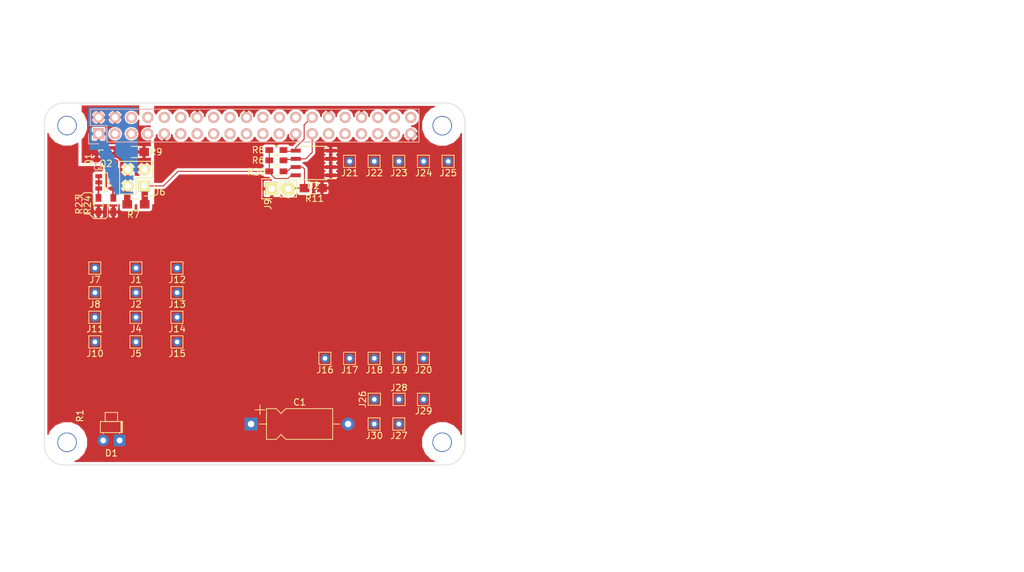
<source format=kicad_pcb>
(kicad_pcb (version 20171130) (host pcbnew "(5.1.6)-1")

  (general
    (thickness 1.6)
    (drawings 86)
    (tracks 64)
    (zones 0)
    (modules 48)
    (nets 47)
  )

  (page A4)
  (layers
    (0 F.Cu signal)
    (1 In1.Cu signal hide)
    (2 In2.Cu signal hide)
    (31 B.Cu signal hide)
    (32 B.Adhes user)
    (33 F.Adhes user)
    (34 B.Paste user)
    (35 F.Paste user)
    (36 B.SilkS user hide)
    (37 F.SilkS user)
    (38 B.Mask user)
    (39 F.Mask user)
    (40 Dwgs.User user)
    (41 Cmts.User user)
    (42 Eco1.User user hide)
    (43 Eco2.User user hide)
    (44 Edge.Cuts user)
    (45 Margin user hide)
    (46 B.CrtYd user hide)
    (47 F.CrtYd user hide)
    (48 B.Fab user hide)
    (49 F.Fab user hide)
  )

  (setup
    (last_trace_width 0.15)
    (user_trace_width 0.15)
    (user_trace_width 0.2)
    (user_trace_width 0.25)
    (user_trace_width 0.4)
    (user_trace_width 0.5)
    (user_trace_width 0.6)
    (user_trace_width 1)
    (user_trace_width 2)
    (trace_clearance 0.2)
    (zone_clearance 0.2)
    (zone_45_only yes)
    (trace_min 0.15)
    (via_size 0.4)
    (via_drill 0.2)
    (via_min_size 0.4)
    (via_min_drill 0.2)
    (uvia_size 0.3)
    (uvia_drill 0.1)
    (uvias_allowed no)
    (uvia_min_size 0.2)
    (uvia_min_drill 0.1)
    (edge_width 0.15)
    (segment_width 0.15)
    (pcb_text_width 0.3)
    (pcb_text_size 1.5 1.5)
    (mod_edge_width 0.15)
    (mod_text_size 1 1)
    (mod_text_width 0.15)
    (pad_size 1.524 1.524)
    (pad_drill 0.762)
    (pad_to_mask_clearance 0.2)
    (aux_axis_origin 0 0)
    (visible_elements 7FFEFE3F)
    (pcbplotparams
      (layerselection 0x010f8_80000007)
      (usegerberextensions false)
      (usegerberattributes true)
      (usegerberadvancedattributes true)
      (creategerberjobfile true)
      (excludeedgelayer false)
      (linewidth 0.100000)
      (plotframeref false)
      (viasonmask false)
      (mode 1)
      (useauxorigin false)
      (hpglpennumber 1)
      (hpglpenspeed 20)
      (hpglpendiameter 15.000000)
      (psnegative false)
      (psa4output false)
      (plotreference true)
      (plotvalue false)
      (plotinvisibletext false)
      (padsonsilk true)
      (subtractmaskfromsilk false)
      (outputformat 1)
      (mirror false)
      (drillshape 0)
      (scaleselection 1)
      (outputdirectory "prod"))
  )

  (net 0 "")
  (net 1 GND)
  (net 2 /ID_SD_EEPROM)
  (net 3 /ID_SC_EEPROM)
  (net 4 "Net-(Q1-Pad1)")
  (net 5 "Net-(Q2-Pad1)")
  (net 6 /P3V3_HAT)
  (net 7 /P5V_HAT)
  (net 8 /P3V3)
  (net 9 /P5V)
  (net 10 "Net-(J9-Pad2)")
  (net 11 "Net-(C1-Pad2)")
  (net 12 +5V)
  (net 13 "Net-(D1-Pad2)")
  (net 14 /SCL)
  (net 15 /SDA)
  (net 16 "Net-(J3-Pad7)")
  (net 17 "Net-(J3-Pad8)")
  (net 18 "Net-(J3-Pad10)")
  (net 19 "Net-(J3-Pad11)")
  (net 20 "Net-(J3-Pad12)")
  (net 21 "Net-(J3-Pad13)")
  (net 22 "Net-(J3-Pad15)")
  (net 23 "Net-(J3-Pad16)")
  (net 24 "Net-(J3-Pad17)")
  (net 25 "Net-(J3-Pad18)")
  (net 26 "Net-(J3-Pad19)")
  (net 27 "Net-(J3-Pad21)")
  (net 28 "Net-(J3-Pad22)")
  (net 29 "Net-(J3-Pad23)")
  (net 30 "Net-(J3-Pad24)")
  (net 31 "Net-(J3-Pad26)")
  (net 32 /GPIO5)
  (net 33 /GPIO6)
  (net 34 "Net-(J3-Pad32)")
  (net 35 /GPIO13)
  (net 36 /GPIO19)
  (net 37 "Net-(J3-Pad36)")
  (net 38 /GPIO26)
  (net 39 "Net-(J3-Pad38)")
  (net 40 "Net-(J3-Pad40)")
  (net 41 "Net-(J21-Pad1)")
  (net 42 "Net-(J22-Pad1)")
  (net 43 "Net-(J23-Pad1)")
  (net 44 "Net-(J24-Pad1)")
  (net 45 "Net-(J25-Pad1)")
  (net 46 +3V3)

  (net_class Default "This is the default net class."
    (clearance 0.2)
    (trace_width 0.15)
    (via_dia 0.4)
    (via_drill 0.2)
    (uvia_dia 0.3)
    (uvia_drill 0.1)
    (add_net +3V3)
    (add_net +5V)
    (add_net /GPIO13)
    (add_net /GPIO19)
    (add_net /GPIO26)
    (add_net /GPIO5)
    (add_net /GPIO6)
    (add_net /ID_SC_EEPROM)
    (add_net /ID_SD_EEPROM)
    (add_net /P3V3)
    (add_net /P3V3_HAT)
    (add_net /P5V)
    (add_net /P5V_HAT)
    (add_net /SCL)
    (add_net /SDA)
    (add_net GND)
    (add_net "Net-(C1-Pad2)")
    (add_net "Net-(D1-Pad2)")
    (add_net "Net-(J21-Pad1)")
    (add_net "Net-(J22-Pad1)")
    (add_net "Net-(J23-Pad1)")
    (add_net "Net-(J24-Pad1)")
    (add_net "Net-(J25-Pad1)")
    (add_net "Net-(J3-Pad10)")
    (add_net "Net-(J3-Pad11)")
    (add_net "Net-(J3-Pad12)")
    (add_net "Net-(J3-Pad13)")
    (add_net "Net-(J3-Pad15)")
    (add_net "Net-(J3-Pad16)")
    (add_net "Net-(J3-Pad17)")
    (add_net "Net-(J3-Pad18)")
    (add_net "Net-(J3-Pad19)")
    (add_net "Net-(J3-Pad21)")
    (add_net "Net-(J3-Pad22)")
    (add_net "Net-(J3-Pad23)")
    (add_net "Net-(J3-Pad24)")
    (add_net "Net-(J3-Pad26)")
    (add_net "Net-(J3-Pad32)")
    (add_net "Net-(J3-Pad36)")
    (add_net "Net-(J3-Pad38)")
    (add_net "Net-(J3-Pad40)")
    (add_net "Net-(J3-Pad7)")
    (add_net "Net-(J3-Pad8)")
    (add_net "Net-(J9-Pad2)")
    (add_net "Net-(Q1-Pad1)")
    (add_net "Net-(Q2-Pad1)")
  )

  (module Resistor_SMD:R_0201_0603Metric (layer F.Cu) (tedit 5B301BBD) (tstamp 5EDC249E)
    (at 85.09 109.22 90)
    (descr "Resistor SMD 0201 (0603 Metric), square (rectangular) end terminal, IPC_7351 nominal, (Body size source: https://www.vishay.com/docs/20052/crcw0201e3.pdf), generated with kicad-footprint-generator")
    (tags resistor)
    (path /5EDB03B5)
    (attr smd)
    (fp_text reference R1 (at 0 -1.05 90) (layer F.SilkS)
      (effects (font (size 1 1) (thickness 0.15)))
    )
    (fp_text value R (at 0 1.05 90) (layer F.Fab)
      (effects (font (size 1 1) (thickness 0.15)))
    )
    (fp_text user %R (at 0 -0.68 90) (layer F.Fab)
      (effects (font (size 0.25 0.25) (thickness 0.04)))
    )
    (fp_line (start -0.3 0.15) (end -0.3 -0.15) (layer F.Fab) (width 0.1))
    (fp_line (start -0.3 -0.15) (end 0.3 -0.15) (layer F.Fab) (width 0.1))
    (fp_line (start 0.3 -0.15) (end 0.3 0.15) (layer F.Fab) (width 0.1))
    (fp_line (start 0.3 0.15) (end -0.3 0.15) (layer F.Fab) (width 0.1))
    (fp_line (start -0.7 0.35) (end -0.7 -0.35) (layer F.CrtYd) (width 0.05))
    (fp_line (start -0.7 -0.35) (end 0.7 -0.35) (layer F.CrtYd) (width 0.05))
    (fp_line (start 0.7 -0.35) (end 0.7 0.35) (layer F.CrtYd) (width 0.05))
    (fp_line (start 0.7 0.35) (end -0.7 0.35) (layer F.CrtYd) (width 0.05))
    (pad 2 smd roundrect (at 0.32 0 90) (size 0.46 0.4) (layers F.Cu F.Mask) (roundrect_rratio 0.25)
      (net 46 +3V3))
    (pad 1 smd roundrect (at -0.32 0 90) (size 0.46 0.4) (layers F.Cu F.Mask) (roundrect_rratio 0.25)
      (net 13 "Net-(D1-Pad2)"))
    (pad "" smd roundrect (at 0.345 0 90) (size 0.318 0.36) (layers F.Paste) (roundrect_rratio 0.25))
    (pad "" smd roundrect (at -0.345 0 90) (size 0.318 0.36) (layers F.Paste) (roundrect_rratio 0.25))
    (model ${KISYS3DMOD}/Resistor_SMD.3dshapes/R_0201_0603Metric.wrl
      (at (xyz 0 0 0))
      (scale (xyz 1 1 1))
      (rotate (xyz 0 0 0))
    )
  )

  (module Connector_Pin:Pin_D0.7mm_L6.5mm_W1.8mm_FlatFork (layer F.Cu) (tedit 5A1DC084) (tstamp 5EDC2453)
    (at 129.54 110.49)
    (descr "solder Pin_ with flat fork, hole diameter 0.7mm, length 6.5mm, width 1.8mm")
    (tags "solder Pin_ with flat fork")
    (path /5EE82F9D)
    (fp_text reference J30 (at 0 1.8) (layer F.SilkS)
      (effects (font (size 1 1) (thickness 0.15)))
    )
    (fp_text value Conn_01x01_Female (at 0 -1.8) (layer F.Fab)
      (effects (font (size 1 1) (thickness 0.15)))
    )
    (fp_text user %R (at 0 1.8) (layer F.Fab)
      (effects (font (size 1 1) (thickness 0.15)))
    )
    (fp_line (start -0.95 -0.95) (end -0.95 0.95) (layer F.SilkS) (width 0.12))
    (fp_line (start -0.95 0.95) (end 0.9 0.95) (layer F.SilkS) (width 0.12))
    (fp_line (start 0.9 0.95) (end 0.9 -0.9) (layer F.SilkS) (width 0.12))
    (fp_line (start 0.9 -0.9) (end 0.9 -0.95) (layer F.SilkS) (width 0.12))
    (fp_line (start 0.9 -0.95) (end -0.95 -0.95) (layer F.SilkS) (width 0.12))
    (fp_line (start -0.9 -0.25) (end 0.85 -0.25) (layer F.Fab) (width 0.12))
    (fp_line (start 0.85 -0.25) (end 0.85 0.25) (layer F.Fab) (width 0.12))
    (fp_line (start 0.85 0.25) (end -0.9 0.25) (layer F.Fab) (width 0.12))
    (fp_line (start -0.9 0.25) (end -0.9 -0.25) (layer F.Fab) (width 0.12))
    (fp_line (start -1.4 -1.2) (end 1.35 -1.2) (layer F.CrtYd) (width 0.05))
    (fp_line (start -1.4 -1.2) (end -1.4 1.2) (layer F.CrtYd) (width 0.05))
    (fp_line (start 1.35 1.2) (end 1.35 -1.2) (layer F.CrtYd) (width 0.05))
    (fp_line (start 1.35 1.2) (end -1.4 1.2) (layer F.CrtYd) (width 0.05))
    (pad 1 thru_hole circle (at 0 0) (size 1.4 1.4) (drill 0.7) (layers *.Cu *.Mask)
      (net 11 "Net-(C1-Pad2)"))
    (model ${KISYS3DMOD}/Connector_Pin.3dshapes/Pin_D0.7mm_L6.5mm_W1.8mm_FlatFork.wrl
      (at (xyz 0 0 0))
      (scale (xyz 1 1 1))
      (rotate (xyz 0 0 0))
    )
  )

  (module Connector_Pin:Pin_D0.7mm_L6.5mm_W1.8mm_FlatFork (layer F.Cu) (tedit 5A1DC084) (tstamp 5EDC2440)
    (at 137.16 106.68)
    (descr "solder Pin_ with flat fork, hole diameter 0.7mm, length 6.5mm, width 1.8mm")
    (tags "solder Pin_ with flat fork")
    (path /5EE1A048)
    (fp_text reference J29 (at 0 1.8) (layer F.SilkS)
      (effects (font (size 1 1) (thickness 0.15)))
    )
    (fp_text value Conn_01x01_Female (at 0 -1.8) (layer F.Fab)
      (effects (font (size 1 1) (thickness 0.15)))
    )
    (fp_text user %R (at 0 1.8) (layer F.Fab)
      (effects (font (size 1 1) (thickness 0.15)))
    )
    (fp_line (start -0.95 -0.95) (end -0.95 0.95) (layer F.SilkS) (width 0.12))
    (fp_line (start -0.95 0.95) (end 0.9 0.95) (layer F.SilkS) (width 0.12))
    (fp_line (start 0.9 0.95) (end 0.9 -0.9) (layer F.SilkS) (width 0.12))
    (fp_line (start 0.9 -0.9) (end 0.9 -0.95) (layer F.SilkS) (width 0.12))
    (fp_line (start 0.9 -0.95) (end -0.95 -0.95) (layer F.SilkS) (width 0.12))
    (fp_line (start -0.9 -0.25) (end 0.85 -0.25) (layer F.Fab) (width 0.12))
    (fp_line (start 0.85 -0.25) (end 0.85 0.25) (layer F.Fab) (width 0.12))
    (fp_line (start 0.85 0.25) (end -0.9 0.25) (layer F.Fab) (width 0.12))
    (fp_line (start -0.9 0.25) (end -0.9 -0.25) (layer F.Fab) (width 0.12))
    (fp_line (start -1.4 -1.2) (end 1.35 -1.2) (layer F.CrtYd) (width 0.05))
    (fp_line (start -1.4 -1.2) (end -1.4 1.2) (layer F.CrtYd) (width 0.05))
    (fp_line (start 1.35 1.2) (end 1.35 -1.2) (layer F.CrtYd) (width 0.05))
    (fp_line (start 1.35 1.2) (end -1.4 1.2) (layer F.CrtYd) (width 0.05))
    (pad 1 thru_hole circle (at 0 0) (size 1.4 1.4) (drill 0.7) (layers *.Cu *.Mask)
      (net 11 "Net-(C1-Pad2)"))
    (model ${KISYS3DMOD}/Connector_Pin.3dshapes/Pin_D0.7mm_L6.5mm_W1.8mm_FlatFork.wrl
      (at (xyz 0 0 0))
      (scale (xyz 1 1 1))
      (rotate (xyz 0 0 0))
    )
  )

  (module Connector_Pin:Pin_D0.7mm_L6.5mm_W1.8mm_FlatFork (layer F.Cu) (tedit 5A1DC084) (tstamp 5EDC242D)
    (at 133.35 106.68 180)
    (descr "solder Pin_ with flat fork, hole diameter 0.7mm, length 6.5mm, width 1.8mm")
    (tags "solder Pin_ with flat fork")
    (path /5EE1981E)
    (fp_text reference J28 (at 0 1.8) (layer F.SilkS)
      (effects (font (size 1 1) (thickness 0.15)))
    )
    (fp_text value Conn_01x01_Female (at 0 -1.8) (layer F.Fab)
      (effects (font (size 1 1) (thickness 0.15)))
    )
    (fp_text user %R (at 0 1.8) (layer F.Fab)
      (effects (font (size 1 1) (thickness 0.15)))
    )
    (fp_line (start -0.95 -0.95) (end -0.95 0.95) (layer F.SilkS) (width 0.12))
    (fp_line (start -0.95 0.95) (end 0.9 0.95) (layer F.SilkS) (width 0.12))
    (fp_line (start 0.9 0.95) (end 0.9 -0.9) (layer F.SilkS) (width 0.12))
    (fp_line (start 0.9 -0.9) (end 0.9 -0.95) (layer F.SilkS) (width 0.12))
    (fp_line (start 0.9 -0.95) (end -0.95 -0.95) (layer F.SilkS) (width 0.12))
    (fp_line (start -0.9 -0.25) (end 0.85 -0.25) (layer F.Fab) (width 0.12))
    (fp_line (start 0.85 -0.25) (end 0.85 0.25) (layer F.Fab) (width 0.12))
    (fp_line (start 0.85 0.25) (end -0.9 0.25) (layer F.Fab) (width 0.12))
    (fp_line (start -0.9 0.25) (end -0.9 -0.25) (layer F.Fab) (width 0.12))
    (fp_line (start -1.4 -1.2) (end 1.35 -1.2) (layer F.CrtYd) (width 0.05))
    (fp_line (start -1.4 -1.2) (end -1.4 1.2) (layer F.CrtYd) (width 0.05))
    (fp_line (start 1.35 1.2) (end 1.35 -1.2) (layer F.CrtYd) (width 0.05))
    (fp_line (start 1.35 1.2) (end -1.4 1.2) (layer F.CrtYd) (width 0.05))
    (pad 1 thru_hole circle (at 0 0 180) (size 1.4 1.4) (drill 0.7) (layers *.Cu *.Mask)
      (net 11 "Net-(C1-Pad2)"))
    (model ${KISYS3DMOD}/Connector_Pin.3dshapes/Pin_D0.7mm_L6.5mm_W1.8mm_FlatFork.wrl
      (at (xyz 0 0 0))
      (scale (xyz 1 1 1))
      (rotate (xyz 0 0 0))
    )
  )

  (module Connector_Pin:Pin_D0.7mm_L6.5mm_W1.8mm_FlatFork (layer F.Cu) (tedit 5A1DC084) (tstamp 5EDC241A)
    (at 133.35 110.49)
    (descr "solder Pin_ with flat fork, hole diameter 0.7mm, length 6.5mm, width 1.8mm")
    (tags "solder Pin_ with flat fork")
    (path /5EE20E16)
    (fp_text reference J27 (at 0 1.8) (layer F.SilkS)
      (effects (font (size 1 1) (thickness 0.15)))
    )
    (fp_text value Conn_01x01_Female (at 0 -1.8) (layer F.Fab)
      (effects (font (size 1 1) (thickness 0.15)))
    )
    (fp_text user %R (at 0 1.8) (layer F.Fab)
      (effects (font (size 1 1) (thickness 0.15)))
    )
    (fp_line (start -0.95 -0.95) (end -0.95 0.95) (layer F.SilkS) (width 0.12))
    (fp_line (start -0.95 0.95) (end 0.9 0.95) (layer F.SilkS) (width 0.12))
    (fp_line (start 0.9 0.95) (end 0.9 -0.9) (layer F.SilkS) (width 0.12))
    (fp_line (start 0.9 -0.9) (end 0.9 -0.95) (layer F.SilkS) (width 0.12))
    (fp_line (start 0.9 -0.95) (end -0.95 -0.95) (layer F.SilkS) (width 0.12))
    (fp_line (start -0.9 -0.25) (end 0.85 -0.25) (layer F.Fab) (width 0.12))
    (fp_line (start 0.85 -0.25) (end 0.85 0.25) (layer F.Fab) (width 0.12))
    (fp_line (start 0.85 0.25) (end -0.9 0.25) (layer F.Fab) (width 0.12))
    (fp_line (start -0.9 0.25) (end -0.9 -0.25) (layer F.Fab) (width 0.12))
    (fp_line (start -1.4 -1.2) (end 1.35 -1.2) (layer F.CrtYd) (width 0.05))
    (fp_line (start -1.4 -1.2) (end -1.4 1.2) (layer F.CrtYd) (width 0.05))
    (fp_line (start 1.35 1.2) (end 1.35 -1.2) (layer F.CrtYd) (width 0.05))
    (fp_line (start 1.35 1.2) (end -1.4 1.2) (layer F.CrtYd) (width 0.05))
    (pad 1 thru_hole circle (at 0 0) (size 1.4 1.4) (drill 0.7) (layers *.Cu *.Mask)
      (net 11 "Net-(C1-Pad2)"))
    (model ${KISYS3DMOD}/Connector_Pin.3dshapes/Pin_D0.7mm_L6.5mm_W1.8mm_FlatFork.wrl
      (at (xyz 0 0 0))
      (scale (xyz 1 1 1))
      (rotate (xyz 0 0 0))
    )
  )

  (module Connector_Pin:Pin_D0.7mm_L6.5mm_W1.8mm_FlatFork (layer F.Cu) (tedit 5A1DC084) (tstamp 5EDC2407)
    (at 129.54 106.68 270)
    (descr "solder Pin_ with flat fork, hole diameter 0.7mm, length 6.5mm, width 1.8mm")
    (tags "solder Pin_ with flat fork")
    (path /5EE11194)
    (fp_text reference J26 (at 0 1.8 90) (layer F.SilkS)
      (effects (font (size 1 1) (thickness 0.15)))
    )
    (fp_text value Conn_01x01_Female (at 0 -1.8 90) (layer F.Fab)
      (effects (font (size 1 1) (thickness 0.15)))
    )
    (fp_text user %R (at 0 1.8 90) (layer F.Fab)
      (effects (font (size 1 1) (thickness 0.15)))
    )
    (fp_line (start -0.95 -0.95) (end -0.95 0.95) (layer F.SilkS) (width 0.12))
    (fp_line (start -0.95 0.95) (end 0.9 0.95) (layer F.SilkS) (width 0.12))
    (fp_line (start 0.9 0.95) (end 0.9 -0.9) (layer F.SilkS) (width 0.12))
    (fp_line (start 0.9 -0.9) (end 0.9 -0.95) (layer F.SilkS) (width 0.12))
    (fp_line (start 0.9 -0.95) (end -0.95 -0.95) (layer F.SilkS) (width 0.12))
    (fp_line (start -0.9 -0.25) (end 0.85 -0.25) (layer F.Fab) (width 0.12))
    (fp_line (start 0.85 -0.25) (end 0.85 0.25) (layer F.Fab) (width 0.12))
    (fp_line (start 0.85 0.25) (end -0.9 0.25) (layer F.Fab) (width 0.12))
    (fp_line (start -0.9 0.25) (end -0.9 -0.25) (layer F.Fab) (width 0.12))
    (fp_line (start -1.4 -1.2) (end 1.35 -1.2) (layer F.CrtYd) (width 0.05))
    (fp_line (start -1.4 -1.2) (end -1.4 1.2) (layer F.CrtYd) (width 0.05))
    (fp_line (start 1.35 1.2) (end 1.35 -1.2) (layer F.CrtYd) (width 0.05))
    (fp_line (start 1.35 1.2) (end -1.4 1.2) (layer F.CrtYd) (width 0.05))
    (pad 1 thru_hole circle (at 0 0 270) (size 1.4 1.4) (drill 0.7) (layers *.Cu *.Mask)
      (net 11 "Net-(C1-Pad2)"))
    (model ${KISYS3DMOD}/Connector_Pin.3dshapes/Pin_D0.7mm_L6.5mm_W1.8mm_FlatFork.wrl
      (at (xyz 0 0 0))
      (scale (xyz 1 1 1))
      (rotate (xyz 0 0 0))
    )
  )

  (module Connector_Pin:Pin_D0.7mm_L6.5mm_W1.8mm_FlatFork (layer F.Cu) (tedit 5A1DC084) (tstamp 5EDC23F4)
    (at 140.97 69.85)
    (descr "solder Pin_ with flat fork, hole diameter 0.7mm, length 6.5mm, width 1.8mm")
    (tags "solder Pin_ with flat fork")
    (path /5EEB25DD)
    (fp_text reference J25 (at 0 1.8) (layer F.SilkS)
      (effects (font (size 1 1) (thickness 0.15)))
    )
    (fp_text value Conn_01x01_Female (at 0 -1.8) (layer F.Fab)
      (effects (font (size 1 1) (thickness 0.15)))
    )
    (fp_line (start 1.35 1.2) (end -1.4 1.2) (layer F.CrtYd) (width 0.05))
    (fp_line (start 1.35 1.2) (end 1.35 -1.2) (layer F.CrtYd) (width 0.05))
    (fp_line (start -1.4 -1.2) (end -1.4 1.2) (layer F.CrtYd) (width 0.05))
    (fp_line (start -1.4 -1.2) (end 1.35 -1.2) (layer F.CrtYd) (width 0.05))
    (fp_line (start -0.9 0.25) (end -0.9 -0.25) (layer F.Fab) (width 0.12))
    (fp_line (start 0.85 0.25) (end -0.9 0.25) (layer F.Fab) (width 0.12))
    (fp_line (start 0.85 -0.25) (end 0.85 0.25) (layer F.Fab) (width 0.12))
    (fp_line (start -0.9 -0.25) (end 0.85 -0.25) (layer F.Fab) (width 0.12))
    (fp_line (start 0.9 -0.95) (end -0.95 -0.95) (layer F.SilkS) (width 0.12))
    (fp_line (start 0.9 -0.9) (end 0.9 -0.95) (layer F.SilkS) (width 0.12))
    (fp_line (start 0.9 0.95) (end 0.9 -0.9) (layer F.SilkS) (width 0.12))
    (fp_line (start -0.95 0.95) (end 0.9 0.95) (layer F.SilkS) (width 0.12))
    (fp_line (start -0.95 -0.95) (end -0.95 0.95) (layer F.SilkS) (width 0.12))
    (fp_text user %R (at 0 1.8) (layer F.Fab)
      (effects (font (size 1 1) (thickness 0.15)))
    )
    (pad 1 thru_hole circle (at 0 0) (size 1.4 1.4) (drill 0.7) (layers *.Cu *.Mask)
      (net 45 "Net-(J25-Pad1)"))
    (model ${KISYS3DMOD}/Connector_Pin.3dshapes/Pin_D0.7mm_L6.5mm_W1.8mm_FlatFork.wrl
      (at (xyz 0 0 0))
      (scale (xyz 1 1 1))
      (rotate (xyz 0 0 0))
    )
  )

  (module Connector_Pin:Pin_D0.7mm_L6.5mm_W1.8mm_FlatFork (layer F.Cu) (tedit 5A1DC084) (tstamp 5EDC23E1)
    (at 137.16 69.85)
    (descr "solder Pin_ with flat fork, hole diameter 0.7mm, length 6.5mm, width 1.8mm")
    (tags "solder Pin_ with flat fork")
    (path /5EEAFF69)
    (fp_text reference J24 (at 0 1.8) (layer F.SilkS)
      (effects (font (size 1 1) (thickness 0.15)))
    )
    (fp_text value Conn_01x01_Female (at 0 -1.8) (layer F.Fab)
      (effects (font (size 1 1) (thickness 0.15)))
    )
    (fp_text user %R (at 0 1.8) (layer F.Fab)
      (effects (font (size 1 1) (thickness 0.15)))
    )
    (fp_line (start -0.95 -0.95) (end -0.95 0.95) (layer F.SilkS) (width 0.12))
    (fp_line (start -0.95 0.95) (end 0.9 0.95) (layer F.SilkS) (width 0.12))
    (fp_line (start 0.9 0.95) (end 0.9 -0.9) (layer F.SilkS) (width 0.12))
    (fp_line (start 0.9 -0.9) (end 0.9 -0.95) (layer F.SilkS) (width 0.12))
    (fp_line (start 0.9 -0.95) (end -0.95 -0.95) (layer F.SilkS) (width 0.12))
    (fp_line (start -0.9 -0.25) (end 0.85 -0.25) (layer F.Fab) (width 0.12))
    (fp_line (start 0.85 -0.25) (end 0.85 0.25) (layer F.Fab) (width 0.12))
    (fp_line (start 0.85 0.25) (end -0.9 0.25) (layer F.Fab) (width 0.12))
    (fp_line (start -0.9 0.25) (end -0.9 -0.25) (layer F.Fab) (width 0.12))
    (fp_line (start -1.4 -1.2) (end 1.35 -1.2) (layer F.CrtYd) (width 0.05))
    (fp_line (start -1.4 -1.2) (end -1.4 1.2) (layer F.CrtYd) (width 0.05))
    (fp_line (start 1.35 1.2) (end 1.35 -1.2) (layer F.CrtYd) (width 0.05))
    (fp_line (start 1.35 1.2) (end -1.4 1.2) (layer F.CrtYd) (width 0.05))
    (pad 1 thru_hole circle (at 0 0) (size 1.4 1.4) (drill 0.7) (layers *.Cu *.Mask)
      (net 44 "Net-(J24-Pad1)"))
    (model ${KISYS3DMOD}/Connector_Pin.3dshapes/Pin_D0.7mm_L6.5mm_W1.8mm_FlatFork.wrl
      (at (xyz 0 0 0))
      (scale (xyz 1 1 1))
      (rotate (xyz 0 0 0))
    )
  )

  (module Connector_Pin:Pin_D0.7mm_L6.5mm_W1.8mm_FlatFork (layer F.Cu) (tedit 5A1DC084) (tstamp 5EDC23CE)
    (at 133.35 69.85)
    (descr "solder Pin_ with flat fork, hole diameter 0.7mm, length 6.5mm, width 1.8mm")
    (tags "solder Pin_ with flat fork")
    (path /5EEB0AB3)
    (fp_text reference J23 (at 0 1.8) (layer F.SilkS)
      (effects (font (size 1 1) (thickness 0.15)))
    )
    (fp_text value Conn_01x01_Female (at 0 -1.8) (layer F.Fab)
      (effects (font (size 1 1) (thickness 0.15)))
    )
    (fp_text user %R (at 0 1.8) (layer F.Fab)
      (effects (font (size 1 1) (thickness 0.15)))
    )
    (fp_line (start -0.95 -0.95) (end -0.95 0.95) (layer F.SilkS) (width 0.12))
    (fp_line (start -0.95 0.95) (end 0.9 0.95) (layer F.SilkS) (width 0.12))
    (fp_line (start 0.9 0.95) (end 0.9 -0.9) (layer F.SilkS) (width 0.12))
    (fp_line (start 0.9 -0.9) (end 0.9 -0.95) (layer F.SilkS) (width 0.12))
    (fp_line (start 0.9 -0.95) (end -0.95 -0.95) (layer F.SilkS) (width 0.12))
    (fp_line (start -0.9 -0.25) (end 0.85 -0.25) (layer F.Fab) (width 0.12))
    (fp_line (start 0.85 -0.25) (end 0.85 0.25) (layer F.Fab) (width 0.12))
    (fp_line (start 0.85 0.25) (end -0.9 0.25) (layer F.Fab) (width 0.12))
    (fp_line (start -0.9 0.25) (end -0.9 -0.25) (layer F.Fab) (width 0.12))
    (fp_line (start -1.4 -1.2) (end 1.35 -1.2) (layer F.CrtYd) (width 0.05))
    (fp_line (start -1.4 -1.2) (end -1.4 1.2) (layer F.CrtYd) (width 0.05))
    (fp_line (start 1.35 1.2) (end 1.35 -1.2) (layer F.CrtYd) (width 0.05))
    (fp_line (start 1.35 1.2) (end -1.4 1.2) (layer F.CrtYd) (width 0.05))
    (pad 1 thru_hole circle (at 0 0) (size 1.4 1.4) (drill 0.7) (layers *.Cu *.Mask)
      (net 43 "Net-(J23-Pad1)"))
    (model ${KISYS3DMOD}/Connector_Pin.3dshapes/Pin_D0.7mm_L6.5mm_W1.8mm_FlatFork.wrl
      (at (xyz 0 0 0))
      (scale (xyz 1 1 1))
      (rotate (xyz 0 0 0))
    )
  )

  (module Connector_Pin:Pin_D0.7mm_L6.5mm_W1.8mm_FlatFork (layer F.Cu) (tedit 5A1DC084) (tstamp 5EDC23BB)
    (at 129.54 69.85)
    (descr "solder Pin_ with flat fork, hole diameter 0.7mm, length 6.5mm, width 1.8mm")
    (tags "solder Pin_ with flat fork")
    (path /5EEB1661)
    (fp_text reference J22 (at 0 1.8) (layer F.SilkS)
      (effects (font (size 1 1) (thickness 0.15)))
    )
    (fp_text value Conn_01x01_Female (at 0 -1.8) (layer F.Fab)
      (effects (font (size 1 1) (thickness 0.15)))
    )
    (fp_line (start 1.35 1.2) (end -1.4 1.2) (layer F.CrtYd) (width 0.05))
    (fp_line (start 1.35 1.2) (end 1.35 -1.2) (layer F.CrtYd) (width 0.05))
    (fp_line (start -1.4 -1.2) (end -1.4 1.2) (layer F.CrtYd) (width 0.05))
    (fp_line (start -1.4 -1.2) (end 1.35 -1.2) (layer F.CrtYd) (width 0.05))
    (fp_line (start -0.9 0.25) (end -0.9 -0.25) (layer F.Fab) (width 0.12))
    (fp_line (start 0.85 0.25) (end -0.9 0.25) (layer F.Fab) (width 0.12))
    (fp_line (start 0.85 -0.25) (end 0.85 0.25) (layer F.Fab) (width 0.12))
    (fp_line (start -0.9 -0.25) (end 0.85 -0.25) (layer F.Fab) (width 0.12))
    (fp_line (start 0.9 -0.95) (end -0.95 -0.95) (layer F.SilkS) (width 0.12))
    (fp_line (start 0.9 -0.9) (end 0.9 -0.95) (layer F.SilkS) (width 0.12))
    (fp_line (start 0.9 0.95) (end 0.9 -0.9) (layer F.SilkS) (width 0.12))
    (fp_line (start -0.95 0.95) (end 0.9 0.95) (layer F.SilkS) (width 0.12))
    (fp_line (start -0.95 -0.95) (end -0.95 0.95) (layer F.SilkS) (width 0.12))
    (fp_text user %R (at 0 1.8) (layer F.Fab)
      (effects (font (size 1 1) (thickness 0.15)))
    )
    (pad 1 thru_hole circle (at 0 0) (size 1.4 1.4) (drill 0.7) (layers *.Cu *.Mask)
      (net 42 "Net-(J22-Pad1)"))
    (model ${KISYS3DMOD}/Connector_Pin.3dshapes/Pin_D0.7mm_L6.5mm_W1.8mm_FlatFork.wrl
      (at (xyz 0 0 0))
      (scale (xyz 1 1 1))
      (rotate (xyz 0 0 0))
    )
  )

  (module Connector_Pin:Pin_D0.7mm_L6.5mm_W1.8mm_FlatFork (layer F.Cu) (tedit 5A1DC084) (tstamp 5EDC23A8)
    (at 125.73 69.85)
    (descr "solder Pin_ with flat fork, hole diameter 0.7mm, length 6.5mm, width 1.8mm")
    (tags "solder Pin_ with flat fork")
    (path /5EEB1948)
    (fp_text reference J21 (at 0 1.8) (layer F.SilkS)
      (effects (font (size 1 1) (thickness 0.15)))
    )
    (fp_text value Conn_01x01_Female (at 0 -1.8) (layer F.Fab)
      (effects (font (size 1 1) (thickness 0.15)))
    )
    (fp_text user %R (at 0 1.8) (layer F.Fab)
      (effects (font (size 1 1) (thickness 0.15)))
    )
    (fp_line (start -0.95 -0.95) (end -0.95 0.95) (layer F.SilkS) (width 0.12))
    (fp_line (start -0.95 0.95) (end 0.9 0.95) (layer F.SilkS) (width 0.12))
    (fp_line (start 0.9 0.95) (end 0.9 -0.9) (layer F.SilkS) (width 0.12))
    (fp_line (start 0.9 -0.9) (end 0.9 -0.95) (layer F.SilkS) (width 0.12))
    (fp_line (start 0.9 -0.95) (end -0.95 -0.95) (layer F.SilkS) (width 0.12))
    (fp_line (start -0.9 -0.25) (end 0.85 -0.25) (layer F.Fab) (width 0.12))
    (fp_line (start 0.85 -0.25) (end 0.85 0.25) (layer F.Fab) (width 0.12))
    (fp_line (start 0.85 0.25) (end -0.9 0.25) (layer F.Fab) (width 0.12))
    (fp_line (start -0.9 0.25) (end -0.9 -0.25) (layer F.Fab) (width 0.12))
    (fp_line (start -1.4 -1.2) (end 1.35 -1.2) (layer F.CrtYd) (width 0.05))
    (fp_line (start -1.4 -1.2) (end -1.4 1.2) (layer F.CrtYd) (width 0.05))
    (fp_line (start 1.35 1.2) (end 1.35 -1.2) (layer F.CrtYd) (width 0.05))
    (fp_line (start 1.35 1.2) (end -1.4 1.2) (layer F.CrtYd) (width 0.05))
    (pad 1 thru_hole circle (at 0 0) (size 1.4 1.4) (drill 0.7) (layers *.Cu *.Mask)
      (net 41 "Net-(J21-Pad1)"))
    (model ${KISYS3DMOD}/Connector_Pin.3dshapes/Pin_D0.7mm_L6.5mm_W1.8mm_FlatFork.wrl
      (at (xyz 0 0 0))
      (scale (xyz 1 1 1))
      (rotate (xyz 0 0 0))
    )
  )

  (module Connector_Pin:Pin_D0.7mm_L6.5mm_W1.8mm_FlatFork (layer F.Cu) (tedit 5A1DC084) (tstamp 5EDC2395)
    (at 137.16 100.33)
    (descr "solder Pin_ with flat fork, hole diameter 0.7mm, length 6.5mm, width 1.8mm")
    (tags "solder Pin_ with flat fork")
    (path /5EE83921)
    (fp_text reference J20 (at 0 1.8) (layer F.SilkS)
      (effects (font (size 1 1) (thickness 0.15)))
    )
    (fp_text value Conn_01x01_Female (at 0 -1.8) (layer F.Fab)
      (effects (font (size 1 1) (thickness 0.15)))
    )
    (fp_text user %R (at 0 1.8) (layer F.Fab)
      (effects (font (size 1 1) (thickness 0.15)))
    )
    (fp_line (start -0.95 -0.95) (end -0.95 0.95) (layer F.SilkS) (width 0.12))
    (fp_line (start -0.95 0.95) (end 0.9 0.95) (layer F.SilkS) (width 0.12))
    (fp_line (start 0.9 0.95) (end 0.9 -0.9) (layer F.SilkS) (width 0.12))
    (fp_line (start 0.9 -0.9) (end 0.9 -0.95) (layer F.SilkS) (width 0.12))
    (fp_line (start 0.9 -0.95) (end -0.95 -0.95) (layer F.SilkS) (width 0.12))
    (fp_line (start -0.9 -0.25) (end 0.85 -0.25) (layer F.Fab) (width 0.12))
    (fp_line (start 0.85 -0.25) (end 0.85 0.25) (layer F.Fab) (width 0.12))
    (fp_line (start 0.85 0.25) (end -0.9 0.25) (layer F.Fab) (width 0.12))
    (fp_line (start -0.9 0.25) (end -0.9 -0.25) (layer F.Fab) (width 0.12))
    (fp_line (start -1.4 -1.2) (end 1.35 -1.2) (layer F.CrtYd) (width 0.05))
    (fp_line (start -1.4 -1.2) (end -1.4 1.2) (layer F.CrtYd) (width 0.05))
    (fp_line (start 1.35 1.2) (end 1.35 -1.2) (layer F.CrtYd) (width 0.05))
    (fp_line (start 1.35 1.2) (end -1.4 1.2) (layer F.CrtYd) (width 0.05))
    (pad 1 thru_hole circle (at 0 0) (size 1.4 1.4) (drill 0.7) (layers *.Cu *.Mask)
      (net 1 GND))
    (model ${KISYS3DMOD}/Connector_Pin.3dshapes/Pin_D0.7mm_L6.5mm_W1.8mm_FlatFork.wrl
      (at (xyz 0 0 0))
      (scale (xyz 1 1 1))
      (rotate (xyz 0 0 0))
    )
  )

  (module Connector_Pin:Pin_D0.7mm_L6.5mm_W1.8mm_FlatFork (layer F.Cu) (tedit 5A1DC084) (tstamp 5EDC2382)
    (at 133.35 100.33)
    (descr "solder Pin_ with flat fork, hole diameter 0.7mm, length 6.5mm, width 1.8mm")
    (tags "solder Pin_ with flat fork")
    (path /5EE7900D)
    (fp_text reference J19 (at 0 1.8) (layer F.SilkS)
      (effects (font (size 1 1) (thickness 0.15)))
    )
    (fp_text value Conn_01x01_Female (at 0 -1.8) (layer F.Fab)
      (effects (font (size 1 1) (thickness 0.15)))
    )
    (fp_text user %R (at 0 1.8) (layer F.Fab)
      (effects (font (size 1 1) (thickness 0.15)))
    )
    (fp_line (start -0.95 -0.95) (end -0.95 0.95) (layer F.SilkS) (width 0.12))
    (fp_line (start -0.95 0.95) (end 0.9 0.95) (layer F.SilkS) (width 0.12))
    (fp_line (start 0.9 0.95) (end 0.9 -0.9) (layer F.SilkS) (width 0.12))
    (fp_line (start 0.9 -0.9) (end 0.9 -0.95) (layer F.SilkS) (width 0.12))
    (fp_line (start 0.9 -0.95) (end -0.95 -0.95) (layer F.SilkS) (width 0.12))
    (fp_line (start -0.9 -0.25) (end 0.85 -0.25) (layer F.Fab) (width 0.12))
    (fp_line (start 0.85 -0.25) (end 0.85 0.25) (layer F.Fab) (width 0.12))
    (fp_line (start 0.85 0.25) (end -0.9 0.25) (layer F.Fab) (width 0.12))
    (fp_line (start -0.9 0.25) (end -0.9 -0.25) (layer F.Fab) (width 0.12))
    (fp_line (start -1.4 -1.2) (end 1.35 -1.2) (layer F.CrtYd) (width 0.05))
    (fp_line (start -1.4 -1.2) (end -1.4 1.2) (layer F.CrtYd) (width 0.05))
    (fp_line (start 1.35 1.2) (end 1.35 -1.2) (layer F.CrtYd) (width 0.05))
    (fp_line (start 1.35 1.2) (end -1.4 1.2) (layer F.CrtYd) (width 0.05))
    (pad 1 thru_hole circle (at 0 0) (size 1.4 1.4) (drill 0.7) (layers *.Cu *.Mask)
      (net 1 GND))
    (model ${KISYS3DMOD}/Connector_Pin.3dshapes/Pin_D0.7mm_L6.5mm_W1.8mm_FlatFork.wrl
      (at (xyz 0 0 0))
      (scale (xyz 1 1 1))
      (rotate (xyz 0 0 0))
    )
  )

  (module Connector_Pin:Pin_D0.7mm_L6.5mm_W1.8mm_FlatFork (layer F.Cu) (tedit 5A1DC084) (tstamp 5EDC236F)
    (at 129.54 100.33)
    (descr "solder Pin_ with flat fork, hole diameter 0.7mm, length 6.5mm, width 1.8mm")
    (tags "solder Pin_ with flat fork")
    (path /5EE79007)
    (fp_text reference J18 (at 0 1.8) (layer F.SilkS)
      (effects (font (size 1 1) (thickness 0.15)))
    )
    (fp_text value Conn_01x01_Female (at 0 -1.8) (layer F.Fab)
      (effects (font (size 1 1) (thickness 0.15)))
    )
    (fp_text user %R (at 0 1.8) (layer F.Fab)
      (effects (font (size 1 1) (thickness 0.15)))
    )
    (fp_line (start -0.95 -0.95) (end -0.95 0.95) (layer F.SilkS) (width 0.12))
    (fp_line (start -0.95 0.95) (end 0.9 0.95) (layer F.SilkS) (width 0.12))
    (fp_line (start 0.9 0.95) (end 0.9 -0.9) (layer F.SilkS) (width 0.12))
    (fp_line (start 0.9 -0.9) (end 0.9 -0.95) (layer F.SilkS) (width 0.12))
    (fp_line (start 0.9 -0.95) (end -0.95 -0.95) (layer F.SilkS) (width 0.12))
    (fp_line (start -0.9 -0.25) (end 0.85 -0.25) (layer F.Fab) (width 0.12))
    (fp_line (start 0.85 -0.25) (end 0.85 0.25) (layer F.Fab) (width 0.12))
    (fp_line (start 0.85 0.25) (end -0.9 0.25) (layer F.Fab) (width 0.12))
    (fp_line (start -0.9 0.25) (end -0.9 -0.25) (layer F.Fab) (width 0.12))
    (fp_line (start -1.4 -1.2) (end 1.35 -1.2) (layer F.CrtYd) (width 0.05))
    (fp_line (start -1.4 -1.2) (end -1.4 1.2) (layer F.CrtYd) (width 0.05))
    (fp_line (start 1.35 1.2) (end 1.35 -1.2) (layer F.CrtYd) (width 0.05))
    (fp_line (start 1.35 1.2) (end -1.4 1.2) (layer F.CrtYd) (width 0.05))
    (pad 1 thru_hole circle (at 0 0) (size 1.4 1.4) (drill 0.7) (layers *.Cu *.Mask)
      (net 1 GND))
    (model ${KISYS3DMOD}/Connector_Pin.3dshapes/Pin_D0.7mm_L6.5mm_W1.8mm_FlatFork.wrl
      (at (xyz 0 0 0))
      (scale (xyz 1 1 1))
      (rotate (xyz 0 0 0))
    )
  )

  (module Connector_Pin:Pin_D0.7mm_L6.5mm_W1.8mm_FlatFork (layer F.Cu) (tedit 5A1DC084) (tstamp 5EDC235C)
    (at 125.73 100.33)
    (descr "solder Pin_ with flat fork, hole diameter 0.7mm, length 6.5mm, width 1.8mm")
    (tags "solder Pin_ with flat fork")
    (path /5EE79013)
    (fp_text reference J17 (at 0 1.8) (layer F.SilkS)
      (effects (font (size 1 1) (thickness 0.15)))
    )
    (fp_text value Conn_01x01_Female (at 0 -1.8) (layer F.Fab)
      (effects (font (size 1 1) (thickness 0.15)))
    )
    (fp_text user %R (at 0 1.8) (layer F.Fab)
      (effects (font (size 1 1) (thickness 0.15)))
    )
    (fp_line (start -0.95 -0.95) (end -0.95 0.95) (layer F.SilkS) (width 0.12))
    (fp_line (start -0.95 0.95) (end 0.9 0.95) (layer F.SilkS) (width 0.12))
    (fp_line (start 0.9 0.95) (end 0.9 -0.9) (layer F.SilkS) (width 0.12))
    (fp_line (start 0.9 -0.9) (end 0.9 -0.95) (layer F.SilkS) (width 0.12))
    (fp_line (start 0.9 -0.95) (end -0.95 -0.95) (layer F.SilkS) (width 0.12))
    (fp_line (start -0.9 -0.25) (end 0.85 -0.25) (layer F.Fab) (width 0.12))
    (fp_line (start 0.85 -0.25) (end 0.85 0.25) (layer F.Fab) (width 0.12))
    (fp_line (start 0.85 0.25) (end -0.9 0.25) (layer F.Fab) (width 0.12))
    (fp_line (start -0.9 0.25) (end -0.9 -0.25) (layer F.Fab) (width 0.12))
    (fp_line (start -1.4 -1.2) (end 1.35 -1.2) (layer F.CrtYd) (width 0.05))
    (fp_line (start -1.4 -1.2) (end -1.4 1.2) (layer F.CrtYd) (width 0.05))
    (fp_line (start 1.35 1.2) (end 1.35 -1.2) (layer F.CrtYd) (width 0.05))
    (fp_line (start 1.35 1.2) (end -1.4 1.2) (layer F.CrtYd) (width 0.05))
    (pad 1 thru_hole circle (at 0 0) (size 1.4 1.4) (drill 0.7) (layers *.Cu *.Mask)
      (net 1 GND))
    (model ${KISYS3DMOD}/Connector_Pin.3dshapes/Pin_D0.7mm_L6.5mm_W1.8mm_FlatFork.wrl
      (at (xyz 0 0 0))
      (scale (xyz 1 1 1))
      (rotate (xyz 0 0 0))
    )
  )

  (module Connector_Pin:Pin_D0.7mm_L6.5mm_W1.8mm_FlatFork (layer F.Cu) (tedit 5A1DC084) (tstamp 5EDC2349)
    (at 121.92 100.33)
    (descr "solder Pin_ with flat fork, hole diameter 0.7mm, length 6.5mm, width 1.8mm")
    (tags "solder Pin_ with flat fork")
    (path /5EE79001)
    (fp_text reference J16 (at 0 1.8) (layer F.SilkS)
      (effects (font (size 1 1) (thickness 0.15)))
    )
    (fp_text value Conn_01x01_Female (at 0 -1.8) (layer F.Fab)
      (effects (font (size 1 1) (thickness 0.15)))
    )
    (fp_text user %R (at 0 1.8) (layer F.Fab)
      (effects (font (size 1 1) (thickness 0.15)))
    )
    (fp_line (start -0.95 -0.95) (end -0.95 0.95) (layer F.SilkS) (width 0.12))
    (fp_line (start -0.95 0.95) (end 0.9 0.95) (layer F.SilkS) (width 0.12))
    (fp_line (start 0.9 0.95) (end 0.9 -0.9) (layer F.SilkS) (width 0.12))
    (fp_line (start 0.9 -0.9) (end 0.9 -0.95) (layer F.SilkS) (width 0.12))
    (fp_line (start 0.9 -0.95) (end -0.95 -0.95) (layer F.SilkS) (width 0.12))
    (fp_line (start -0.9 -0.25) (end 0.85 -0.25) (layer F.Fab) (width 0.12))
    (fp_line (start 0.85 -0.25) (end 0.85 0.25) (layer F.Fab) (width 0.12))
    (fp_line (start 0.85 0.25) (end -0.9 0.25) (layer F.Fab) (width 0.12))
    (fp_line (start -0.9 0.25) (end -0.9 -0.25) (layer F.Fab) (width 0.12))
    (fp_line (start -1.4 -1.2) (end 1.35 -1.2) (layer F.CrtYd) (width 0.05))
    (fp_line (start -1.4 -1.2) (end -1.4 1.2) (layer F.CrtYd) (width 0.05))
    (fp_line (start 1.35 1.2) (end 1.35 -1.2) (layer F.CrtYd) (width 0.05))
    (fp_line (start 1.35 1.2) (end -1.4 1.2) (layer F.CrtYd) (width 0.05))
    (pad 1 thru_hole circle (at 0 0) (size 1.4 1.4) (drill 0.7) (layers *.Cu *.Mask)
      (net 1 GND))
    (model ${KISYS3DMOD}/Connector_Pin.3dshapes/Pin_D0.7mm_L6.5mm_W1.8mm_FlatFork.wrl
      (at (xyz 0 0 0))
      (scale (xyz 1 1 1))
      (rotate (xyz 0 0 0))
    )
  )

  (module Connector_Pin:Pin_D0.7mm_L6.5mm_W1.8mm_FlatFork (layer F.Cu) (tedit 5A1DC084) (tstamp 5EDC2336)
    (at 99.06 97.79)
    (descr "solder Pin_ with flat fork, hole diameter 0.7mm, length 6.5mm, width 1.8mm")
    (tags "solder Pin_ with flat fork")
    (path /5EDC8834)
    (fp_text reference J15 (at 0 1.8) (layer F.SilkS)
      (effects (font (size 1 1) (thickness 0.15)))
    )
    (fp_text value Conn_01x01_Female (at 0 -1.8) (layer F.Fab)
      (effects (font (size 1 1) (thickness 0.15)))
    )
    (fp_text user %R (at 0 1.8) (layer F.Fab)
      (effects (font (size 1 1) (thickness 0.15)))
    )
    (fp_line (start -0.95 -0.95) (end -0.95 0.95) (layer F.SilkS) (width 0.12))
    (fp_line (start -0.95 0.95) (end 0.9 0.95) (layer F.SilkS) (width 0.12))
    (fp_line (start 0.9 0.95) (end 0.9 -0.9) (layer F.SilkS) (width 0.12))
    (fp_line (start 0.9 -0.9) (end 0.9 -0.95) (layer F.SilkS) (width 0.12))
    (fp_line (start 0.9 -0.95) (end -0.95 -0.95) (layer F.SilkS) (width 0.12))
    (fp_line (start -0.9 -0.25) (end 0.85 -0.25) (layer F.Fab) (width 0.12))
    (fp_line (start 0.85 -0.25) (end 0.85 0.25) (layer F.Fab) (width 0.12))
    (fp_line (start 0.85 0.25) (end -0.9 0.25) (layer F.Fab) (width 0.12))
    (fp_line (start -0.9 0.25) (end -0.9 -0.25) (layer F.Fab) (width 0.12))
    (fp_line (start -1.4 -1.2) (end 1.35 -1.2) (layer F.CrtYd) (width 0.05))
    (fp_line (start -1.4 -1.2) (end -1.4 1.2) (layer F.CrtYd) (width 0.05))
    (fp_line (start 1.35 1.2) (end 1.35 -1.2) (layer F.CrtYd) (width 0.05))
    (fp_line (start 1.35 1.2) (end -1.4 1.2) (layer F.CrtYd) (width 0.05))
    (pad 1 thru_hole circle (at 0 0) (size 1.4 1.4) (drill 0.7) (layers *.Cu *.Mask)
      (net 1 GND))
    (model ${KISYS3DMOD}/Connector_Pin.3dshapes/Pin_D0.7mm_L6.5mm_W1.8mm_FlatFork.wrl
      (at (xyz 0 0 0))
      (scale (xyz 1 1 1))
      (rotate (xyz 0 0 0))
    )
  )

  (module Connector_Pin:Pin_D0.7mm_L6.5mm_W1.8mm_FlatFork (layer F.Cu) (tedit 5A1DC084) (tstamp 5EDC2323)
    (at 99.06 93.98)
    (descr "solder Pin_ with flat fork, hole diameter 0.7mm, length 6.5mm, width 1.8mm")
    (tags "solder Pin_ with flat fork")
    (path /5EDC95E0)
    (fp_text reference J14 (at 0 1.8) (layer F.SilkS)
      (effects (font (size 1 1) (thickness 0.15)))
    )
    (fp_text value Conn_01x01_Female (at 0 -1.8) (layer F.Fab)
      (effects (font (size 1 1) (thickness 0.15)))
    )
    (fp_text user %R (at 0 1.8) (layer F.Fab)
      (effects (font (size 1 1) (thickness 0.15)))
    )
    (fp_line (start -0.95 -0.95) (end -0.95 0.95) (layer F.SilkS) (width 0.12))
    (fp_line (start -0.95 0.95) (end 0.9 0.95) (layer F.SilkS) (width 0.12))
    (fp_line (start 0.9 0.95) (end 0.9 -0.9) (layer F.SilkS) (width 0.12))
    (fp_line (start 0.9 -0.9) (end 0.9 -0.95) (layer F.SilkS) (width 0.12))
    (fp_line (start 0.9 -0.95) (end -0.95 -0.95) (layer F.SilkS) (width 0.12))
    (fp_line (start -0.9 -0.25) (end 0.85 -0.25) (layer F.Fab) (width 0.12))
    (fp_line (start 0.85 -0.25) (end 0.85 0.25) (layer F.Fab) (width 0.12))
    (fp_line (start 0.85 0.25) (end -0.9 0.25) (layer F.Fab) (width 0.12))
    (fp_line (start -0.9 0.25) (end -0.9 -0.25) (layer F.Fab) (width 0.12))
    (fp_line (start -1.4 -1.2) (end 1.35 -1.2) (layer F.CrtYd) (width 0.05))
    (fp_line (start -1.4 -1.2) (end -1.4 1.2) (layer F.CrtYd) (width 0.05))
    (fp_line (start 1.35 1.2) (end 1.35 -1.2) (layer F.CrtYd) (width 0.05))
    (fp_line (start 1.35 1.2) (end -1.4 1.2) (layer F.CrtYd) (width 0.05))
    (pad 1 thru_hole circle (at 0 0) (size 1.4 1.4) (drill 0.7) (layers *.Cu *.Mask)
      (net 1 GND))
    (model ${KISYS3DMOD}/Connector_Pin.3dshapes/Pin_D0.7mm_L6.5mm_W1.8mm_FlatFork.wrl
      (at (xyz 0 0 0))
      (scale (xyz 1 1 1))
      (rotate (xyz 0 0 0))
    )
  )

  (module Connector_Pin:Pin_D0.7mm_L6.5mm_W1.8mm_FlatFork (layer F.Cu) (tedit 5A1DC084) (tstamp 5EDC2310)
    (at 99.06 90.17)
    (descr "solder Pin_ with flat fork, hole diameter 0.7mm, length 6.5mm, width 1.8mm")
    (tags "solder Pin_ with flat fork")
    (path /5EDCA862)
    (fp_text reference J13 (at 0 1.8) (layer F.SilkS)
      (effects (font (size 1 1) (thickness 0.15)))
    )
    (fp_text value Conn_01x01_Female (at 0 -1.8) (layer F.Fab)
      (effects (font (size 1 1) (thickness 0.15)))
    )
    (fp_text user %R (at 0 1.8) (layer F.Fab)
      (effects (font (size 1 1) (thickness 0.15)))
    )
    (fp_line (start -0.95 -0.95) (end -0.95 0.95) (layer F.SilkS) (width 0.12))
    (fp_line (start -0.95 0.95) (end 0.9 0.95) (layer F.SilkS) (width 0.12))
    (fp_line (start 0.9 0.95) (end 0.9 -0.9) (layer F.SilkS) (width 0.12))
    (fp_line (start 0.9 -0.9) (end 0.9 -0.95) (layer F.SilkS) (width 0.12))
    (fp_line (start 0.9 -0.95) (end -0.95 -0.95) (layer F.SilkS) (width 0.12))
    (fp_line (start -0.9 -0.25) (end 0.85 -0.25) (layer F.Fab) (width 0.12))
    (fp_line (start 0.85 -0.25) (end 0.85 0.25) (layer F.Fab) (width 0.12))
    (fp_line (start 0.85 0.25) (end -0.9 0.25) (layer F.Fab) (width 0.12))
    (fp_line (start -0.9 0.25) (end -0.9 -0.25) (layer F.Fab) (width 0.12))
    (fp_line (start -1.4 -1.2) (end 1.35 -1.2) (layer F.CrtYd) (width 0.05))
    (fp_line (start -1.4 -1.2) (end -1.4 1.2) (layer F.CrtYd) (width 0.05))
    (fp_line (start 1.35 1.2) (end 1.35 -1.2) (layer F.CrtYd) (width 0.05))
    (fp_line (start 1.35 1.2) (end -1.4 1.2) (layer F.CrtYd) (width 0.05))
    (pad 1 thru_hole circle (at 0 0) (size 1.4 1.4) (drill 0.7) (layers *.Cu *.Mask)
      (net 1 GND))
    (model ${KISYS3DMOD}/Connector_Pin.3dshapes/Pin_D0.7mm_L6.5mm_W1.8mm_FlatFork.wrl
      (at (xyz 0 0 0))
      (scale (xyz 1 1 1))
      (rotate (xyz 0 0 0))
    )
  )

  (module Connector_Pin:Pin_D0.7mm_L6.5mm_W1.8mm_FlatFork (layer F.Cu) (tedit 5A1DC084) (tstamp 5EDC22FD)
    (at 99.06 86.36)
    (descr "solder Pin_ with flat fork, hole diameter 0.7mm, length 6.5mm, width 1.8mm")
    (tags "solder Pin_ with flat fork")
    (path /5EDCB1C7)
    (fp_text reference J12 (at 0 1.8) (layer F.SilkS)
      (effects (font (size 1 1) (thickness 0.15)))
    )
    (fp_text value Conn_01x01_Female (at 0 -1.8) (layer F.Fab)
      (effects (font (size 1 1) (thickness 0.15)))
    )
    (fp_text user %R (at 0 1.8) (layer F.Fab)
      (effects (font (size 1 1) (thickness 0.15)))
    )
    (fp_line (start -0.95 -0.95) (end -0.95 0.95) (layer F.SilkS) (width 0.12))
    (fp_line (start -0.95 0.95) (end 0.9 0.95) (layer F.SilkS) (width 0.12))
    (fp_line (start 0.9 0.95) (end 0.9 -0.9) (layer F.SilkS) (width 0.12))
    (fp_line (start 0.9 -0.9) (end 0.9 -0.95) (layer F.SilkS) (width 0.12))
    (fp_line (start 0.9 -0.95) (end -0.95 -0.95) (layer F.SilkS) (width 0.12))
    (fp_line (start -0.9 -0.25) (end 0.85 -0.25) (layer F.Fab) (width 0.12))
    (fp_line (start 0.85 -0.25) (end 0.85 0.25) (layer F.Fab) (width 0.12))
    (fp_line (start 0.85 0.25) (end -0.9 0.25) (layer F.Fab) (width 0.12))
    (fp_line (start -0.9 0.25) (end -0.9 -0.25) (layer F.Fab) (width 0.12))
    (fp_line (start -1.4 -1.2) (end 1.35 -1.2) (layer F.CrtYd) (width 0.05))
    (fp_line (start -1.4 -1.2) (end -1.4 1.2) (layer F.CrtYd) (width 0.05))
    (fp_line (start 1.35 1.2) (end 1.35 -1.2) (layer F.CrtYd) (width 0.05))
    (fp_line (start 1.35 1.2) (end -1.4 1.2) (layer F.CrtYd) (width 0.05))
    (pad 1 thru_hole circle (at 0 0) (size 1.4 1.4) (drill 0.7) (layers *.Cu *.Mask)
      (net 1 GND))
    (model ${KISYS3DMOD}/Connector_Pin.3dshapes/Pin_D0.7mm_L6.5mm_W1.8mm_FlatFork.wrl
      (at (xyz 0 0 0))
      (scale (xyz 1 1 1))
      (rotate (xyz 0 0 0))
    )
  )

  (module Connector_Pin:Pin_D0.7mm_L6.5mm_W1.8mm_FlatFork (layer F.Cu) (tedit 5A1DC084) (tstamp 5EDC22EA)
    (at 86.36 93.98)
    (descr "solder Pin_ with flat fork, hole diameter 0.7mm, length 6.5mm, width 1.8mm")
    (tags "solder Pin_ with flat fork")
    (path /5EDE3648)
    (fp_text reference J11 (at 0 1.8) (layer F.SilkS)
      (effects (font (size 1 1) (thickness 0.15)))
    )
    (fp_text value Conn_01x01_Female (at 0 -1.8) (layer F.Fab)
      (effects (font (size 1 1) (thickness 0.15)))
    )
    (fp_text user %R (at 0 1.8) (layer F.Fab)
      (effects (font (size 1 1) (thickness 0.15)))
    )
    (fp_line (start -0.95 -0.95) (end -0.95 0.95) (layer F.SilkS) (width 0.12))
    (fp_line (start -0.95 0.95) (end 0.9 0.95) (layer F.SilkS) (width 0.12))
    (fp_line (start 0.9 0.95) (end 0.9 -0.9) (layer F.SilkS) (width 0.12))
    (fp_line (start 0.9 -0.9) (end 0.9 -0.95) (layer F.SilkS) (width 0.12))
    (fp_line (start 0.9 -0.95) (end -0.95 -0.95) (layer F.SilkS) (width 0.12))
    (fp_line (start -0.9 -0.25) (end 0.85 -0.25) (layer F.Fab) (width 0.12))
    (fp_line (start 0.85 -0.25) (end 0.85 0.25) (layer F.Fab) (width 0.12))
    (fp_line (start 0.85 0.25) (end -0.9 0.25) (layer F.Fab) (width 0.12))
    (fp_line (start -0.9 0.25) (end -0.9 -0.25) (layer F.Fab) (width 0.12))
    (fp_line (start -1.4 -1.2) (end 1.35 -1.2) (layer F.CrtYd) (width 0.05))
    (fp_line (start -1.4 -1.2) (end -1.4 1.2) (layer F.CrtYd) (width 0.05))
    (fp_line (start 1.35 1.2) (end 1.35 -1.2) (layer F.CrtYd) (width 0.05))
    (fp_line (start 1.35 1.2) (end -1.4 1.2) (layer F.CrtYd) (width 0.05))
    (pad 1 thru_hole circle (at 0 0) (size 1.4 1.4) (drill 0.7) (layers *.Cu *.Mask)
      (net 15 /SDA))
    (model ${KISYS3DMOD}/Connector_Pin.3dshapes/Pin_D0.7mm_L6.5mm_W1.8mm_FlatFork.wrl
      (at (xyz 0 0 0))
      (scale (xyz 1 1 1))
      (rotate (xyz 0 0 0))
    )
  )

  (module Connector_Pin:Pin_D0.7mm_L6.5mm_W1.8mm_FlatFork (layer F.Cu) (tedit 5A1DC084) (tstamp 5EDC22D7)
    (at 86.36 97.79)
    (descr "solder Pin_ with flat fork, hole diameter 0.7mm, length 6.5mm, width 1.8mm")
    (tags "solder Pin_ with flat fork")
    (path /5EDE364E)
    (fp_text reference J10 (at 0 1.8) (layer F.SilkS)
      (effects (font (size 1 1) (thickness 0.15)))
    )
    (fp_text value Conn_01x01_Female (at 0 -1.8) (layer F.Fab)
      (effects (font (size 1 1) (thickness 0.15)))
    )
    (fp_text user %R (at 0 1.8) (layer F.Fab)
      (effects (font (size 1 1) (thickness 0.15)))
    )
    (fp_line (start -0.95 -0.95) (end -0.95 0.95) (layer F.SilkS) (width 0.12))
    (fp_line (start -0.95 0.95) (end 0.9 0.95) (layer F.SilkS) (width 0.12))
    (fp_line (start 0.9 0.95) (end 0.9 -0.9) (layer F.SilkS) (width 0.12))
    (fp_line (start 0.9 -0.9) (end 0.9 -0.95) (layer F.SilkS) (width 0.12))
    (fp_line (start 0.9 -0.95) (end -0.95 -0.95) (layer F.SilkS) (width 0.12))
    (fp_line (start -0.9 -0.25) (end 0.85 -0.25) (layer F.Fab) (width 0.12))
    (fp_line (start 0.85 -0.25) (end 0.85 0.25) (layer F.Fab) (width 0.12))
    (fp_line (start 0.85 0.25) (end -0.9 0.25) (layer F.Fab) (width 0.12))
    (fp_line (start -0.9 0.25) (end -0.9 -0.25) (layer F.Fab) (width 0.12))
    (fp_line (start -1.4 -1.2) (end 1.35 -1.2) (layer F.CrtYd) (width 0.05))
    (fp_line (start -1.4 -1.2) (end -1.4 1.2) (layer F.CrtYd) (width 0.05))
    (fp_line (start 1.35 1.2) (end 1.35 -1.2) (layer F.CrtYd) (width 0.05))
    (fp_line (start 1.35 1.2) (end -1.4 1.2) (layer F.CrtYd) (width 0.05))
    (pad 1 thru_hole circle (at 0 0) (size 1.4 1.4) (drill 0.7) (layers *.Cu *.Mask)
      (net 15 /SDA))
    (model ${KISYS3DMOD}/Connector_Pin.3dshapes/Pin_D0.7mm_L6.5mm_W1.8mm_FlatFork.wrl
      (at (xyz 0 0 0))
      (scale (xyz 1 1 1))
      (rotate (xyz 0 0 0))
    )
  )

  (module Connector_Pin:Pin_D0.7mm_L6.5mm_W1.8mm_FlatFork (layer F.Cu) (tedit 5A1DC084) (tstamp 5EDC22A4)
    (at 86.36 90.17)
    (descr "solder Pin_ with flat fork, hole diameter 0.7mm, length 6.5mm, width 1.8mm")
    (tags "solder Pin_ with flat fork")
    (path /5EDE3654)
    (fp_text reference J8 (at 0 1.8) (layer F.SilkS)
      (effects (font (size 1 1) (thickness 0.15)))
    )
    (fp_text value Conn_01x01_Female (at 0 -1.8) (layer F.Fab)
      (effects (font (size 1 1) (thickness 0.15)))
    )
    (fp_text user %R (at 0 1.8) (layer F.Fab)
      (effects (font (size 1 1) (thickness 0.15)))
    )
    (fp_line (start -0.95 -0.95) (end -0.95 0.95) (layer F.SilkS) (width 0.12))
    (fp_line (start -0.95 0.95) (end 0.9 0.95) (layer F.SilkS) (width 0.12))
    (fp_line (start 0.9 0.95) (end 0.9 -0.9) (layer F.SilkS) (width 0.12))
    (fp_line (start 0.9 -0.9) (end 0.9 -0.95) (layer F.SilkS) (width 0.12))
    (fp_line (start 0.9 -0.95) (end -0.95 -0.95) (layer F.SilkS) (width 0.12))
    (fp_line (start -0.9 -0.25) (end 0.85 -0.25) (layer F.Fab) (width 0.12))
    (fp_line (start 0.85 -0.25) (end 0.85 0.25) (layer F.Fab) (width 0.12))
    (fp_line (start 0.85 0.25) (end -0.9 0.25) (layer F.Fab) (width 0.12))
    (fp_line (start -0.9 0.25) (end -0.9 -0.25) (layer F.Fab) (width 0.12))
    (fp_line (start -1.4 -1.2) (end 1.35 -1.2) (layer F.CrtYd) (width 0.05))
    (fp_line (start -1.4 -1.2) (end -1.4 1.2) (layer F.CrtYd) (width 0.05))
    (fp_line (start 1.35 1.2) (end 1.35 -1.2) (layer F.CrtYd) (width 0.05))
    (fp_line (start 1.35 1.2) (end -1.4 1.2) (layer F.CrtYd) (width 0.05))
    (pad 1 thru_hole circle (at 0 0) (size 1.4 1.4) (drill 0.7) (layers *.Cu *.Mask)
      (net 15 /SDA))
    (model ${KISYS3DMOD}/Connector_Pin.3dshapes/Pin_D0.7mm_L6.5mm_W1.8mm_FlatFork.wrl
      (at (xyz 0 0 0))
      (scale (xyz 1 1 1))
      (rotate (xyz 0 0 0))
    )
  )

  (module Connector_Pin:Pin_D0.7mm_L6.5mm_W1.8mm_FlatFork (layer F.Cu) (tedit 5A1DC084) (tstamp 5EDC2291)
    (at 86.36 86.36)
    (descr "solder Pin_ with flat fork, hole diameter 0.7mm, length 6.5mm, width 1.8mm")
    (tags "solder Pin_ with flat fork")
    (path /5EDE365A)
    (fp_text reference J7 (at 0 1.8) (layer F.SilkS)
      (effects (font (size 1 1) (thickness 0.15)))
    )
    (fp_text value Conn_01x01_Female (at 0 -1.8) (layer F.Fab)
      (effects (font (size 1 1) (thickness 0.15)))
    )
    (fp_text user %R (at 0 1.8) (layer F.Fab)
      (effects (font (size 1 1) (thickness 0.15)))
    )
    (fp_line (start -0.95 -0.95) (end -0.95 0.95) (layer F.SilkS) (width 0.12))
    (fp_line (start -0.95 0.95) (end 0.9 0.95) (layer F.SilkS) (width 0.12))
    (fp_line (start 0.9 0.95) (end 0.9 -0.9) (layer F.SilkS) (width 0.12))
    (fp_line (start 0.9 -0.9) (end 0.9 -0.95) (layer F.SilkS) (width 0.12))
    (fp_line (start 0.9 -0.95) (end -0.95 -0.95) (layer F.SilkS) (width 0.12))
    (fp_line (start -0.9 -0.25) (end 0.85 -0.25) (layer F.Fab) (width 0.12))
    (fp_line (start 0.85 -0.25) (end 0.85 0.25) (layer F.Fab) (width 0.12))
    (fp_line (start 0.85 0.25) (end -0.9 0.25) (layer F.Fab) (width 0.12))
    (fp_line (start -0.9 0.25) (end -0.9 -0.25) (layer F.Fab) (width 0.12))
    (fp_line (start -1.4 -1.2) (end 1.35 -1.2) (layer F.CrtYd) (width 0.05))
    (fp_line (start -1.4 -1.2) (end -1.4 1.2) (layer F.CrtYd) (width 0.05))
    (fp_line (start 1.35 1.2) (end 1.35 -1.2) (layer F.CrtYd) (width 0.05))
    (fp_line (start 1.35 1.2) (end -1.4 1.2) (layer F.CrtYd) (width 0.05))
    (pad 1 thru_hole circle (at 0 0) (size 1.4 1.4) (drill 0.7) (layers *.Cu *.Mask)
      (net 15 /SDA))
    (model ${KISYS3DMOD}/Connector_Pin.3dshapes/Pin_D0.7mm_L6.5mm_W1.8mm_FlatFork.wrl
      (at (xyz 0 0 0))
      (scale (xyz 1 1 1))
      (rotate (xyz 0 0 0))
    )
  )

  (module Connector_Pin:Pin_D0.7mm_L6.5mm_W1.8mm_FlatFork (layer F.Cu) (tedit 5A1DC084) (tstamp 5EDC2258)
    (at 92.71 97.79)
    (descr "solder Pin_ with flat fork, hole diameter 0.7mm, length 6.5mm, width 1.8mm")
    (tags "solder Pin_ with flat fork")
    (path /5EDE7BD2)
    (fp_text reference J5 (at 0 1.8) (layer F.SilkS)
      (effects (font (size 1 1) (thickness 0.15)))
    )
    (fp_text value Conn_01x01_Female (at 0 -1.8) (layer F.Fab)
      (effects (font (size 1 1) (thickness 0.15)))
    )
    (fp_text user %R (at 0 1.8) (layer F.Fab)
      (effects (font (size 1 1) (thickness 0.15)))
    )
    (fp_line (start -0.95 -0.95) (end -0.95 0.95) (layer F.SilkS) (width 0.12))
    (fp_line (start -0.95 0.95) (end 0.9 0.95) (layer F.SilkS) (width 0.12))
    (fp_line (start 0.9 0.95) (end 0.9 -0.9) (layer F.SilkS) (width 0.12))
    (fp_line (start 0.9 -0.9) (end 0.9 -0.95) (layer F.SilkS) (width 0.12))
    (fp_line (start 0.9 -0.95) (end -0.95 -0.95) (layer F.SilkS) (width 0.12))
    (fp_line (start -0.9 -0.25) (end 0.85 -0.25) (layer F.Fab) (width 0.12))
    (fp_line (start 0.85 -0.25) (end 0.85 0.25) (layer F.Fab) (width 0.12))
    (fp_line (start 0.85 0.25) (end -0.9 0.25) (layer F.Fab) (width 0.12))
    (fp_line (start -0.9 0.25) (end -0.9 -0.25) (layer F.Fab) (width 0.12))
    (fp_line (start -1.4 -1.2) (end 1.35 -1.2) (layer F.CrtYd) (width 0.05))
    (fp_line (start -1.4 -1.2) (end -1.4 1.2) (layer F.CrtYd) (width 0.05))
    (fp_line (start 1.35 1.2) (end 1.35 -1.2) (layer F.CrtYd) (width 0.05))
    (fp_line (start 1.35 1.2) (end -1.4 1.2) (layer F.CrtYd) (width 0.05))
    (pad 1 thru_hole circle (at 0 0) (size 1.4 1.4) (drill 0.7) (layers *.Cu *.Mask)
      (net 14 /SCL))
    (model ${KISYS3DMOD}/Connector_Pin.3dshapes/Pin_D0.7mm_L6.5mm_W1.8mm_FlatFork.wrl
      (at (xyz 0 0 0))
      (scale (xyz 1 1 1))
      (rotate (xyz 0 0 0))
    )
  )

  (module Connector_Pin:Pin_D0.7mm_L6.5mm_W1.8mm_FlatFork (layer F.Cu) (tedit 5A1DC084) (tstamp 5EDC2245)
    (at 92.71 93.98)
    (descr "solder Pin_ with flat fork, hole diameter 0.7mm, length 6.5mm, width 1.8mm")
    (tags "solder Pin_ with flat fork")
    (path /5EDE7BD8)
    (fp_text reference J4 (at 0 1.8) (layer F.SilkS)
      (effects (font (size 1 1) (thickness 0.15)))
    )
    (fp_text value Conn_01x01_Female (at 0 -1.8) (layer F.Fab)
      (effects (font (size 1 1) (thickness 0.15)))
    )
    (fp_text user %R (at 0 1.8) (layer F.Fab)
      (effects (font (size 1 1) (thickness 0.15)))
    )
    (fp_line (start -0.95 -0.95) (end -0.95 0.95) (layer F.SilkS) (width 0.12))
    (fp_line (start -0.95 0.95) (end 0.9 0.95) (layer F.SilkS) (width 0.12))
    (fp_line (start 0.9 0.95) (end 0.9 -0.9) (layer F.SilkS) (width 0.12))
    (fp_line (start 0.9 -0.9) (end 0.9 -0.95) (layer F.SilkS) (width 0.12))
    (fp_line (start 0.9 -0.95) (end -0.95 -0.95) (layer F.SilkS) (width 0.12))
    (fp_line (start -0.9 -0.25) (end 0.85 -0.25) (layer F.Fab) (width 0.12))
    (fp_line (start 0.85 -0.25) (end 0.85 0.25) (layer F.Fab) (width 0.12))
    (fp_line (start 0.85 0.25) (end -0.9 0.25) (layer F.Fab) (width 0.12))
    (fp_line (start -0.9 0.25) (end -0.9 -0.25) (layer F.Fab) (width 0.12))
    (fp_line (start -1.4 -1.2) (end 1.35 -1.2) (layer F.CrtYd) (width 0.05))
    (fp_line (start -1.4 -1.2) (end -1.4 1.2) (layer F.CrtYd) (width 0.05))
    (fp_line (start 1.35 1.2) (end 1.35 -1.2) (layer F.CrtYd) (width 0.05))
    (fp_line (start 1.35 1.2) (end -1.4 1.2) (layer F.CrtYd) (width 0.05))
    (pad 1 thru_hole circle (at 0 0) (size 1.4 1.4) (drill 0.7) (layers *.Cu *.Mask)
      (net 14 /SCL))
    (model ${KISYS3DMOD}/Connector_Pin.3dshapes/Pin_D0.7mm_L6.5mm_W1.8mm_FlatFork.wrl
      (at (xyz 0 0 0))
      (scale (xyz 1 1 1))
      (rotate (xyz 0 0 0))
    )
  )

  (module Connector_Pin:Pin_D0.7mm_L6.5mm_W1.8mm_FlatFork (layer F.Cu) (tedit 5A1DC084) (tstamp 5EDC21C4)
    (at 92.71 90.17)
    (descr "solder Pin_ with flat fork, hole diameter 0.7mm, length 6.5mm, width 1.8mm")
    (tags "solder Pin_ with flat fork")
    (path /5EDE7BDE)
    (fp_text reference J2 (at 0 1.8) (layer F.SilkS)
      (effects (font (size 1 1) (thickness 0.15)))
    )
    (fp_text value Conn_01x01_Female (at 0 -1.8) (layer F.Fab)
      (effects (font (size 1 1) (thickness 0.15)))
    )
    (fp_text user %R (at 0 1.8) (layer F.Fab)
      (effects (font (size 1 1) (thickness 0.15)))
    )
    (fp_line (start -0.95 -0.95) (end -0.95 0.95) (layer F.SilkS) (width 0.12))
    (fp_line (start -0.95 0.95) (end 0.9 0.95) (layer F.SilkS) (width 0.12))
    (fp_line (start 0.9 0.95) (end 0.9 -0.9) (layer F.SilkS) (width 0.12))
    (fp_line (start 0.9 -0.9) (end 0.9 -0.95) (layer F.SilkS) (width 0.12))
    (fp_line (start 0.9 -0.95) (end -0.95 -0.95) (layer F.SilkS) (width 0.12))
    (fp_line (start -0.9 -0.25) (end 0.85 -0.25) (layer F.Fab) (width 0.12))
    (fp_line (start 0.85 -0.25) (end 0.85 0.25) (layer F.Fab) (width 0.12))
    (fp_line (start 0.85 0.25) (end -0.9 0.25) (layer F.Fab) (width 0.12))
    (fp_line (start -0.9 0.25) (end -0.9 -0.25) (layer F.Fab) (width 0.12))
    (fp_line (start -1.4 -1.2) (end 1.35 -1.2) (layer F.CrtYd) (width 0.05))
    (fp_line (start -1.4 -1.2) (end -1.4 1.2) (layer F.CrtYd) (width 0.05))
    (fp_line (start 1.35 1.2) (end 1.35 -1.2) (layer F.CrtYd) (width 0.05))
    (fp_line (start 1.35 1.2) (end -1.4 1.2) (layer F.CrtYd) (width 0.05))
    (pad 1 thru_hole circle (at 0 0) (size 1.4 1.4) (drill 0.7) (layers *.Cu *.Mask)
      (net 14 /SCL))
    (model ${KISYS3DMOD}/Connector_Pin.3dshapes/Pin_D0.7mm_L6.5mm_W1.8mm_FlatFork.wrl
      (at (xyz 0 0 0))
      (scale (xyz 1 1 1))
      (rotate (xyz 0 0 0))
    )
  )

  (module Connector_Pin:Pin_D0.7mm_L6.5mm_W1.8mm_FlatFork (layer F.Cu) (tedit 5A1DC084) (tstamp 5EDC21B1)
    (at 92.71 86.36)
    (descr "solder Pin_ with flat fork, hole diameter 0.7mm, length 6.5mm, width 1.8mm")
    (tags "solder Pin_ with flat fork")
    (path /5EDE7BE4)
    (fp_text reference J1 (at 0 1.8) (layer F.SilkS)
      (effects (font (size 1 1) (thickness 0.15)))
    )
    (fp_text value Conn_01x01_Female (at 0 -1.8) (layer F.Fab)
      (effects (font (size 1 1) (thickness 0.15)))
    )
    (fp_text user %R (at 0 1.8) (layer F.Fab)
      (effects (font (size 1 1) (thickness 0.15)))
    )
    (fp_line (start -0.95 -0.95) (end -0.95 0.95) (layer F.SilkS) (width 0.12))
    (fp_line (start -0.95 0.95) (end 0.9 0.95) (layer F.SilkS) (width 0.12))
    (fp_line (start 0.9 0.95) (end 0.9 -0.9) (layer F.SilkS) (width 0.12))
    (fp_line (start 0.9 -0.9) (end 0.9 -0.95) (layer F.SilkS) (width 0.12))
    (fp_line (start 0.9 -0.95) (end -0.95 -0.95) (layer F.SilkS) (width 0.12))
    (fp_line (start -0.9 -0.25) (end 0.85 -0.25) (layer F.Fab) (width 0.12))
    (fp_line (start 0.85 -0.25) (end 0.85 0.25) (layer F.Fab) (width 0.12))
    (fp_line (start 0.85 0.25) (end -0.9 0.25) (layer F.Fab) (width 0.12))
    (fp_line (start -0.9 0.25) (end -0.9 -0.25) (layer F.Fab) (width 0.12))
    (fp_line (start -1.4 -1.2) (end 1.35 -1.2) (layer F.CrtYd) (width 0.05))
    (fp_line (start -1.4 -1.2) (end -1.4 1.2) (layer F.CrtYd) (width 0.05))
    (fp_line (start 1.35 1.2) (end 1.35 -1.2) (layer F.CrtYd) (width 0.05))
    (fp_line (start 1.35 1.2) (end -1.4 1.2) (layer F.CrtYd) (width 0.05))
    (pad 1 thru_hole circle (at 0 0) (size 1.4 1.4) (drill 0.7) (layers *.Cu *.Mask)
      (net 14 /SCL))
    (model ${KISYS3DMOD}/Connector_Pin.3dshapes/Pin_D0.7mm_L6.5mm_W1.8mm_FlatFork.wrl
      (at (xyz 0 0 0))
      (scale (xyz 1 1 1))
      (rotate (xyz 0 0 0))
    )
  )

  (module LED_THT:LED_D1.8mm_W1.8mm_H2.4mm_Horizontal_O1.27mm_Z1.6mm (layer F.Cu) (tedit 5880A863) (tstamp 5EDC217E)
    (at 90.17 113.03 180)
    (descr "LED, ,  diameter 1.8mm size 1.8x2.4mm^2 z-position of LED center 1.6mm, 2 pins")
    (tags "LED   diameter 1.8mm size 1.8x2.4mm^2 z-position of LED center 1.6mm 2 pins")
    (path /5EDAD57B)
    (fp_text reference D1 (at 1.27 -1.96) (layer F.SilkS)
      (effects (font (size 1 1) (thickness 0.15)))
    )
    (fp_text value LED (at 1.27 5.33) (layer F.Fab)
      (effects (font (size 1 1) (thickness 0.15)))
    )
    (fp_line (start -0.38 1.27) (end -0.38 2.87) (layer F.Fab) (width 0.1))
    (fp_line (start -0.38 2.87) (end 2.92 2.87) (layer F.Fab) (width 0.1))
    (fp_line (start 2.92 2.87) (end 2.92 1.27) (layer F.Fab) (width 0.1))
    (fp_line (start 2.92 1.27) (end -0.38 1.27) (layer F.Fab) (width 0.1))
    (fp_line (start 0.37 2.87) (end 0.37 4.27) (layer F.Fab) (width 0.1))
    (fp_line (start 0.37 4.27) (end 2.17 4.27) (layer F.Fab) (width 0.1))
    (fp_line (start 2.17 4.27) (end 2.17 2.87) (layer F.Fab) (width 0.1))
    (fp_line (start 2.17 2.87) (end 0.37 2.87) (layer F.Fab) (width 0.1))
    (fp_line (start 0 0) (end 0 1.27) (layer F.Fab) (width 0.1))
    (fp_line (start 0 1.27) (end 0 1.27) (layer F.Fab) (width 0.1))
    (fp_line (start 0 1.27) (end 0 0) (layer F.Fab) (width 0.1))
    (fp_line (start 0 0) (end 0 0) (layer F.Fab) (width 0.1))
    (fp_line (start 2.54 0) (end 2.54 1.27) (layer F.Fab) (width 0.1))
    (fp_line (start 2.54 1.27) (end 2.54 1.27) (layer F.Fab) (width 0.1))
    (fp_line (start 2.54 1.27) (end 2.54 0) (layer F.Fab) (width 0.1))
    (fp_line (start 2.54 0) (end 2.54 0) (layer F.Fab) (width 0.1))
    (fp_line (start -0.44 1.21) (end -0.44 2.93) (layer F.SilkS) (width 0.12))
    (fp_line (start -0.44 2.93) (end 2.98 2.93) (layer F.SilkS) (width 0.12))
    (fp_line (start 2.98 2.93) (end 2.98 1.21) (layer F.SilkS) (width 0.12))
    (fp_line (start 2.98 1.21) (end -0.44 1.21) (layer F.SilkS) (width 0.12))
    (fp_line (start -0.32 1.21) (end -0.32 2.93) (layer F.SilkS) (width 0.12))
    (fp_line (start -0.2 1.21) (end -0.2 2.93) (layer F.SilkS) (width 0.12))
    (fp_line (start 0.31 2.93) (end 0.31 4.33) (layer F.SilkS) (width 0.12))
    (fp_line (start 0.31 4.33) (end 2.23 4.33) (layer F.SilkS) (width 0.12))
    (fp_line (start 2.23 4.33) (end 2.23 2.93) (layer F.SilkS) (width 0.12))
    (fp_line (start 2.23 2.93) (end 0.31 2.93) (layer F.SilkS) (width 0.12))
    (fp_line (start 0 1.08) (end 0 1.21) (layer F.SilkS) (width 0.12))
    (fp_line (start 0 1.21) (end 0 1.21) (layer F.SilkS) (width 0.12))
    (fp_line (start 0 1.21) (end 0 1.08) (layer F.SilkS) (width 0.12))
    (fp_line (start 0 1.08) (end 0 1.08) (layer F.SilkS) (width 0.12))
    (fp_line (start 2.54 1.08) (end 2.54 1.21) (layer F.SilkS) (width 0.12))
    (fp_line (start 2.54 1.21) (end 2.54 1.21) (layer F.SilkS) (width 0.12))
    (fp_line (start 2.54 1.21) (end 2.54 1.08) (layer F.SilkS) (width 0.12))
    (fp_line (start 2.54 1.08) (end 2.54 1.08) (layer F.SilkS) (width 0.12))
    (fp_line (start -1.25 -1.25) (end -1.25 4.6) (layer F.CrtYd) (width 0.05))
    (fp_line (start -1.25 4.6) (end 3.75 4.6) (layer F.CrtYd) (width 0.05))
    (fp_line (start 3.75 4.6) (end 3.75 -1.25) (layer F.CrtYd) (width 0.05))
    (fp_line (start 3.75 -1.25) (end -1.25 -1.25) (layer F.CrtYd) (width 0.05))
    (pad 2 thru_hole circle (at 2.54 0 180) (size 1.8 1.8) (drill 0.9) (layers *.Cu *.Mask)
      (net 13 "Net-(D1-Pad2)"))
    (pad 1 thru_hole rect (at 0 0 180) (size 1.8 1.8) (drill 0.9) (layers *.Cu *.Mask)
      (net 1 GND))
    (model ${KISYS3DMOD}/LED_THT.3dshapes/LED_D1.8mm_W1.8mm_H2.4mm_Horizontal_O1.27mm_Z1.6mm.wrl
      (at (xyz 0 0 0))
      (scale (xyz 1 1 1))
      (rotate (xyz 0 0 0))
    )
  )

  (module Capacitor_THT:CP_Axial_L10.0mm_D4.5mm_P15.00mm_Horizontal (layer F.Cu) (tedit 5AE50EF2) (tstamp 5EDC2152)
    (at 110.49 110.49)
    (descr "CP, Axial series, Axial, Horizontal, pin pitch=15mm, , length*diameter=10*4.5mm^2, Electrolytic Capacitor, , http://www.vishay.com/docs/28325/021asm.pdf")
    (tags "CP Axial series Axial Horizontal pin pitch 15mm  length 10mm diameter 4.5mm Electrolytic Capacitor")
    (path /5EE92320)
    (fp_text reference C1 (at 7.5 -3.37) (layer F.SilkS)
      (effects (font (size 1 1) (thickness 0.15)))
    )
    (fp_text value CP (at 7.5 3.37) (layer F.Fab)
      (effects (font (size 1 1) (thickness 0.15)))
    )
    (fp_text user %R (at 7.5 0) (layer F.Fab)
      (effects (font (size 1 1) (thickness 0.15)))
    )
    (fp_line (start 2.5 -2.25) (end 2.5 2.25) (layer F.Fab) (width 0.1))
    (fp_line (start 12.5 -2.25) (end 12.5 2.25) (layer F.Fab) (width 0.1))
    (fp_line (start 2.5 -2.25) (end 3.88 -2.25) (layer F.Fab) (width 0.1))
    (fp_line (start 3.88 -2.25) (end 4.63 -1.5) (layer F.Fab) (width 0.1))
    (fp_line (start 4.63 -1.5) (end 5.38 -2.25) (layer F.Fab) (width 0.1))
    (fp_line (start 5.38 -2.25) (end 12.5 -2.25) (layer F.Fab) (width 0.1))
    (fp_line (start 2.5 2.25) (end 3.88 2.25) (layer F.Fab) (width 0.1))
    (fp_line (start 3.88 2.25) (end 4.63 1.5) (layer F.Fab) (width 0.1))
    (fp_line (start 4.63 1.5) (end 5.38 2.25) (layer F.Fab) (width 0.1))
    (fp_line (start 5.38 2.25) (end 12.5 2.25) (layer F.Fab) (width 0.1))
    (fp_line (start 0 0) (end 2.5 0) (layer F.Fab) (width 0.1))
    (fp_line (start 15 0) (end 12.5 0) (layer F.Fab) (width 0.1))
    (fp_line (start 3.9 0) (end 5.4 0) (layer F.Fab) (width 0.1))
    (fp_line (start 4.65 -0.75) (end 4.65 0.75) (layer F.Fab) (width 0.1))
    (fp_line (start 0.63 -2.2) (end 2.13 -2.2) (layer F.SilkS) (width 0.12))
    (fp_line (start 1.38 -2.95) (end 1.38 -1.45) (layer F.SilkS) (width 0.12))
    (fp_line (start 2.38 -2.37) (end 2.38 2.37) (layer F.SilkS) (width 0.12))
    (fp_line (start 12.62 -2.37) (end 12.62 2.37) (layer F.SilkS) (width 0.12))
    (fp_line (start 2.38 -2.37) (end 3.88 -2.37) (layer F.SilkS) (width 0.12))
    (fp_line (start 3.88 -2.37) (end 4.63 -1.62) (layer F.SilkS) (width 0.12))
    (fp_line (start 4.63 -1.62) (end 5.38 -2.37) (layer F.SilkS) (width 0.12))
    (fp_line (start 5.38 -2.37) (end 12.62 -2.37) (layer F.SilkS) (width 0.12))
    (fp_line (start 2.38 2.37) (end 3.88 2.37) (layer F.SilkS) (width 0.12))
    (fp_line (start 3.88 2.37) (end 4.63 1.62) (layer F.SilkS) (width 0.12))
    (fp_line (start 4.63 1.62) (end 5.38 2.37) (layer F.SilkS) (width 0.12))
    (fp_line (start 5.38 2.37) (end 12.62 2.37) (layer F.SilkS) (width 0.12))
    (fp_line (start 1.24 0) (end 2.38 0) (layer F.SilkS) (width 0.12))
    (fp_line (start 13.76 0) (end 12.62 0) (layer F.SilkS) (width 0.12))
    (fp_line (start -1.25 -2.5) (end -1.25 2.5) (layer F.CrtYd) (width 0.05))
    (fp_line (start -1.25 2.5) (end 16.25 2.5) (layer F.CrtYd) (width 0.05))
    (fp_line (start 16.25 2.5) (end 16.25 -2.5) (layer F.CrtYd) (width 0.05))
    (fp_line (start 16.25 -2.5) (end -1.25 -2.5) (layer F.CrtYd) (width 0.05))
    (pad 2 thru_hole oval (at 15 0) (size 2 2) (drill 1) (layers *.Cu *.Mask)
      (net 11 "Net-(C1-Pad2)"))
    (pad 1 thru_hole rect (at 0 0) (size 2 2) (drill 1) (layers *.Cu *.Mask)
      (net 12 +5V))
    (model ${KISYS3DMOD}/Capacitor_THT.3dshapes/CP_Axial_L10.0mm_D4.5mm_P15.00mm_Horizontal.wrl
      (at (xyz 0 0 0))
      (scale (xyz 1 1 1))
      (rotate (xyz 0 0 0))
    )
  )

  (module Housings_SOIC:SOIC-8_3.9x4.9mm_Pitch1.27mm (layer F.Cu) (tedit 54130A77) (tstamp 58E39F92)
    (at 120.1 70.1 180)
    (descr "8-Lead Plastic Small Outline (SN) - Narrow, 3.90 mm Body [SOIC] (see Microchip Packaging Specification 00000049BS.pdf)")
    (tags "SOIC 1.27")
    (path /58E1713F)
    (attr smd)
    (fp_text reference U2 (at 0 -3.5 180) (layer F.SilkS)
      (effects (font (size 1 1) (thickness 0.15)))
    )
    (fp_text value CAT24C32 (at 0 3.5 180) (layer F.Fab)
      (effects (font (size 1 1) (thickness 0.15)))
    )
    (fp_line (start -2.075 -2.43) (end -3.475 -2.43) (layer F.SilkS) (width 0.15))
    (fp_line (start -2.075 2.575) (end 2.075 2.575) (layer F.SilkS) (width 0.15))
    (fp_line (start -2.075 -2.575) (end 2.075 -2.575) (layer F.SilkS) (width 0.15))
    (fp_line (start -2.075 2.575) (end -2.075 2.43) (layer F.SilkS) (width 0.15))
    (fp_line (start 2.075 2.575) (end 2.075 2.43) (layer F.SilkS) (width 0.15))
    (fp_line (start 2.075 -2.575) (end 2.075 -2.43) (layer F.SilkS) (width 0.15))
    (fp_line (start -2.075 -2.575) (end -2.075 -2.43) (layer F.SilkS) (width 0.15))
    (fp_line (start -3.75 2.75) (end 3.75 2.75) (layer F.CrtYd) (width 0.05))
    (fp_line (start -3.75 -2.75) (end 3.75 -2.75) (layer F.CrtYd) (width 0.05))
    (fp_line (start 3.75 -2.75) (end 3.75 2.75) (layer F.CrtYd) (width 0.05))
    (fp_line (start -3.75 -2.75) (end -3.75 2.75) (layer F.CrtYd) (width 0.05))
    (pad 1 smd rect (at -2.7 -1.905 180) (size 1.55 0.6) (layers F.Cu F.Paste F.Mask)
      (net 1 GND))
    (pad 2 smd rect (at -2.7 -0.635 180) (size 1.55 0.6) (layers F.Cu F.Paste F.Mask)
      (net 1 GND))
    (pad 3 smd rect (at -2.7 0.635 180) (size 1.55 0.6) (layers F.Cu F.Paste F.Mask)
      (net 1 GND))
    (pad 4 smd rect (at -2.7 1.905 180) (size 1.55 0.6) (layers F.Cu F.Paste F.Mask)
      (net 1 GND))
    (pad 5 smd rect (at 2.7 1.905 180) (size 1.55 0.6) (layers F.Cu F.Paste F.Mask)
      (net 3 /ID_SC_EEPROM))
    (pad 6 smd rect (at 2.7 0.635 180) (size 1.55 0.6) (layers F.Cu F.Paste F.Mask)
      (net 2 /ID_SD_EEPROM))
    (pad 7 smd rect (at 2.7 -0.635 180) (size 1.55 0.6) (layers F.Cu F.Paste F.Mask)
      (net 10 "Net-(J9-Pad2)"))
    (pad 8 smd rect (at 2.7 -1.905 180) (size 1.55 0.6) (layers F.Cu F.Paste F.Mask)
      (net 8 /P3V3))
    (model Housings_SOIC.3dshapes/SOIC-8_3.9x4.9mm_Pitch1.27mm.wrl
      (at (xyz 0 0 0))
      (scale (xyz 1 1 1))
      (rotate (xyz 0 0 0))
    )
  )

  (module Pin_Headers:Pin_Header_Straight_2x02 placed (layer F.Cu) (tedit 58E3A479) (tstamp 58E1D9D8)
    (at 93.98 73.66 180)
    (descr "Through hole pin header")
    (tags "pin header")
    (path /58E13683)
    (fp_text reference J6 (at -2.42 -0.94 180) (layer F.SilkS)
      (effects (font (size 1 1) (thickness 0.15)))
    )
    (fp_text value CONN_02X02 (at 0 -3.1 180) (layer F.Fab)
      (effects (font (size 1 1) (thickness 0.15)))
    )
    (fp_line (start -1.27 3.81) (end -1.27 1.27) (layer F.SilkS) (width 0.15))
    (fp_line (start 3.81 3.81) (end -1.27 3.81) (layer F.SilkS) (width 0.15))
    (fp_line (start 3.81 -1.27) (end 3.81 3.81) (layer F.SilkS) (width 0.15))
    (fp_line (start 1.27 -1.27) (end 3.81 -1.27) (layer F.SilkS) (width 0.15))
    (fp_line (start 1.27 1.27) (end 1.27 -1.27) (layer F.SilkS) (width 0.15))
    (fp_line (start -1.27 1.27) (end 1.27 1.27) (layer F.SilkS) (width 0.15))
    (fp_line (start 0 -1.55) (end -1.55 -1.55) (layer F.SilkS) (width 0.15))
    (fp_line (start -1.55 0) (end -1.55 -1.55) (layer F.SilkS) (width 0.15))
    (fp_line (start -1.75 4.3) (end 4.3 4.3) (layer F.CrtYd) (width 0.05))
    (fp_line (start -1.75 -1.75) (end 4.3 -1.75) (layer F.CrtYd) (width 0.05))
    (fp_line (start 4.3 -1.75) (end 4.3 4.3) (layer F.CrtYd) (width 0.05))
    (fp_line (start -1.75 -1.75) (end -1.75 4.3) (layer F.CrtYd) (width 0.05))
    (pad 1 thru_hole rect (at 0 0 180) (size 1.7272 1.7272) (drill 1.016) (layers *.Cu *.Mask F.SilkS)
      (net 8 /P3V3))
    (pad 2 thru_hole oval (at 2.54 0 180) (size 1.7272 1.7272) (drill 1.016) (layers *.Cu *.Mask F.SilkS)
      (net 6 /P3V3_HAT))
    (pad 3 thru_hole oval (at 0 2.54 180) (size 1.7272 1.7272) (drill 1.016) (layers *.Cu *.Mask F.SilkS)
      (net 9 /P5V))
    (pad 4 thru_hole oval (at 2.54 2.54 180) (size 1.7272 1.7272) (drill 1.016) (layers *.Cu *.Mask F.SilkS)
      (net 7 /P5V_HAT))
    (model Pin_Headers.3dshapes/Pin_Header_Straight_2x02.wrl
      (offset (xyz 1.269999980926514 -1.269999980926514 0))
      (scale (xyz 1 1 1))
      (rotate (xyz 0 0 90))
    )
  )

  (module Pin_Headers:Pin_Header_Straight_1x02 placed (layer F.Cu) (tedit 58E343F1) (tstamp 58E1D9EE)
    (at 113.7 74.1 90)
    (descr "Through hole pin header")
    (tags "pin header")
    (path /58E18D32)
    (fp_text reference J9 (at -2.4 -0.6 90) (layer F.SilkS)
      (effects (font (size 1 1) (thickness 0.15)))
    )
    (fp_text value CONN_01X02 (at 0 -3.1 90) (layer F.Fab)
      (effects (font (size 1 1) (thickness 0.15)))
    )
    (fp_line (start -1.27 3.81) (end 1.27 3.81) (layer F.SilkS) (width 0.15))
    (fp_line (start -1.27 1.27) (end -1.27 3.81) (layer F.SilkS) (width 0.15))
    (fp_line (start -1.55 -1.55) (end 1.55 -1.55) (layer F.SilkS) (width 0.15))
    (fp_line (start -1.55 0) (end -1.55 -1.55) (layer F.SilkS) (width 0.15))
    (fp_line (start 1.27 1.27) (end -1.27 1.27) (layer F.SilkS) (width 0.15))
    (fp_line (start -1.75 4.3) (end 1.75 4.3) (layer F.CrtYd) (width 0.05))
    (fp_line (start -1.75 -1.75) (end 1.75 -1.75) (layer F.CrtYd) (width 0.05))
    (fp_line (start 1.75 -1.75) (end 1.75 4.3) (layer F.CrtYd) (width 0.05))
    (fp_line (start -1.75 -1.75) (end -1.75 4.3) (layer F.CrtYd) (width 0.05))
    (fp_line (start 1.55 -1.55) (end 1.55 0) (layer F.SilkS) (width 0.15))
    (fp_line (start 1.27 1.27) (end 1.27 3.81) (layer F.SilkS) (width 0.15))
    (pad 1 thru_hole rect (at 0 0 90) (size 2.032 2.032) (drill 1.016) (layers *.Cu *.Mask F.SilkS)
      (net 1 GND))
    (pad 2 thru_hole oval (at 0 2.54 90) (size 2.032 2.032) (drill 1.016) (layers *.Cu *.Mask F.SilkS)
      (net 10 "Net-(J9-Pad2)"))
    (model Pin_Headers.3dshapes/Pin_Header_Straight_1x02.wrl
      (offset (xyz 0 -1.269999980926514 0))
      (scale (xyz 1 1 1))
      (rotate (xyz 0 0 90))
    )
  )

  (module Resistors_SMD:R_0603_HandSoldering placed (layer F.Cu) (tedit 58E34419) (tstamp 58E1DA23)
    (at 114.4 69.7)
    (descr "Resistor SMD 0603, hand soldering")
    (tags "resistor 0603")
    (path /58E17715)
    (attr smd)
    (fp_text reference R6 (at -2.8 0) (layer F.SilkS)
      (effects (font (size 1 1) (thickness 0.15)))
    )
    (fp_text value 3.9K (at 0 1.9) (layer F.Fab)
      (effects (font (size 1 1) (thickness 0.15)))
    )
    (fp_line (start -0.5 -0.675) (end 0.5 -0.675) (layer F.SilkS) (width 0.15))
    (fp_line (start 0.5 0.675) (end -0.5 0.675) (layer F.SilkS) (width 0.15))
    (fp_line (start 2 -0.8) (end 2 0.8) (layer F.CrtYd) (width 0.05))
    (fp_line (start -2 -0.8) (end -2 0.8) (layer F.CrtYd) (width 0.05))
    (fp_line (start -2 0.8) (end 2 0.8) (layer F.CrtYd) (width 0.05))
    (fp_line (start -2 -0.8) (end 2 -0.8) (layer F.CrtYd) (width 0.05))
    (pad 1 smd rect (at -1.1 0) (size 1.2 0.9) (layers F.Cu F.Paste F.Mask)
      (net 8 /P3V3))
    (pad 2 smd rect (at 1.1 0) (size 1.2 0.9) (layers F.Cu F.Paste F.Mask)
      (net 2 /ID_SD_EEPROM))
    (model Resistors_SMD.3dshapes/R_0603_HandSoldering.wrl
      (at (xyz 0 0 0))
      (scale (xyz 1 1 1))
      (rotate (xyz 0 0 0))
    )
  )

  (module Resistors_SMD:R_0805_HandSoldering placed (layer F.Cu) (tedit 58E3444D) (tstamp 58E1DA29)
    (at 92.7 76.5)
    (descr "Resistor SMD 0805, hand soldering")
    (tags "resistor 0805")
    (path /58E22085)
    (attr smd)
    (fp_text reference R7 (at -0.4 1.6) (layer F.SilkS)
      (effects (font (size 1 1) (thickness 0.15)))
    )
    (fp_text value DNP (at 0 2.1) (layer F.Fab)
      (effects (font (size 1 1) (thickness 0.15)))
    )
    (fp_line (start -0.6 -0.875) (end 0.6 -0.875) (layer F.SilkS) (width 0.15))
    (fp_line (start 0.6 0.875) (end -0.6 0.875) (layer F.SilkS) (width 0.15))
    (fp_line (start 2.4 -1) (end 2.4 1) (layer F.CrtYd) (width 0.05))
    (fp_line (start -2.4 -1) (end -2.4 1) (layer F.CrtYd) (width 0.05))
    (fp_line (start -2.4 1) (end 2.4 1) (layer F.CrtYd) (width 0.05))
    (fp_line (start -2.4 -1) (end 2.4 -1) (layer F.CrtYd) (width 0.05))
    (pad 1 smd rect (at -1.35 0) (size 1.5 1.3) (layers F.Cu F.Paste F.Mask)
      (net 6 /P3V3_HAT))
    (pad 2 smd rect (at 1.35 0) (size 1.5 1.3) (layers F.Cu F.Paste F.Mask)
      (net 8 /P3V3))
    (model Resistors_SMD.3dshapes/R_0805_HandSoldering.wrl
      (at (xyz 0 0 0))
      (scale (xyz 1 1 1))
      (rotate (xyz 0 0 0))
    )
  )

  (module Resistors_SMD:R_0603_HandSoldering placed (layer F.Cu) (tedit 58E3441D) (tstamp 58E1DA2F)
    (at 114.4 68.1)
    (descr "Resistor SMD 0603, hand soldering")
    (tags "resistor 0603")
    (path /58E17720)
    (attr smd)
    (fp_text reference R8 (at -2.8 0) (layer F.SilkS)
      (effects (font (size 1 1) (thickness 0.15)))
    )
    (fp_text value 3.9K (at 0 1.9) (layer F.Fab)
      (effects (font (size 1 1) (thickness 0.15)))
    )
    (fp_line (start -0.5 -0.675) (end 0.5 -0.675) (layer F.SilkS) (width 0.15))
    (fp_line (start 0.5 0.675) (end -0.5 0.675) (layer F.SilkS) (width 0.15))
    (fp_line (start 2 -0.8) (end 2 0.8) (layer F.CrtYd) (width 0.05))
    (fp_line (start -2 -0.8) (end -2 0.8) (layer F.CrtYd) (width 0.05))
    (fp_line (start -2 0.8) (end 2 0.8) (layer F.CrtYd) (width 0.05))
    (fp_line (start -2 -0.8) (end 2 -0.8) (layer F.CrtYd) (width 0.05))
    (pad 1 smd rect (at -1.1 0) (size 1.2 0.9) (layers F.Cu F.Paste F.Mask)
      (net 8 /P3V3))
    (pad 2 smd rect (at 1.1 0) (size 1.2 0.9) (layers F.Cu F.Paste F.Mask)
      (net 3 /ID_SC_EEPROM))
    (model Resistors_SMD.3dshapes/R_0603_HandSoldering.wrl
      (at (xyz 0 0 0))
      (scale (xyz 1 1 1))
      (rotate (xyz 0 0 0))
    )
  )

  (module Resistors_SMD:R_0805_HandSoldering placed (layer F.Cu) (tedit 58E343AD) (tstamp 58E1DA35)
    (at 92.6 68.4)
    (descr "Resistor SMD 0805, hand soldering")
    (tags "resistor 0805")
    (path /58E2218F)
    (attr smd)
    (fp_text reference R9 (at 3.2 0) (layer F.SilkS)
      (effects (font (size 1 1) (thickness 0.15)))
    )
    (fp_text value DNP (at 0 2.1) (layer F.Fab)
      (effects (font (size 1 1) (thickness 0.15)))
    )
    (fp_line (start -0.6 -0.875) (end 0.6 -0.875) (layer F.SilkS) (width 0.15))
    (fp_line (start 0.6 0.875) (end -0.6 0.875) (layer F.SilkS) (width 0.15))
    (fp_line (start 2.4 -1) (end 2.4 1) (layer F.CrtYd) (width 0.05))
    (fp_line (start -2.4 -1) (end -2.4 1) (layer F.CrtYd) (width 0.05))
    (fp_line (start -2.4 1) (end 2.4 1) (layer F.CrtYd) (width 0.05))
    (fp_line (start -2.4 -1) (end 2.4 -1) (layer F.CrtYd) (width 0.05))
    (pad 1 smd rect (at -1.35 0) (size 1.5 1.3) (layers F.Cu F.Paste F.Mask)
      (net 7 /P5V_HAT))
    (pad 2 smd rect (at 1.35 0) (size 1.5 1.3) (layers F.Cu F.Paste F.Mask)
      (net 9 /P5V))
    (model Resistors_SMD.3dshapes/R_0805_HandSoldering.wrl
      (at (xyz 0 0 0))
      (scale (xyz 1 1 1))
      (rotate (xyz 0 0 0))
    )
  )

  (module Resistors_SMD:R_0805_HandSoldering placed (layer F.Cu) (tedit 58E3442E) (tstamp 58E1DA41)
    (at 120.1 74)
    (descr "Resistor SMD 0805, hand soldering")
    (tags "resistor 0805")
    (path /58E22900)
    (attr smd)
    (fp_text reference R11 (at 0.2 1.6) (layer F.SilkS)
      (effects (font (size 1 1) (thickness 0.15)))
    )
    (fp_text value DNP (at 0 2.1) (layer F.Fab)
      (effects (font (size 1 1) (thickness 0.15)))
    )
    (fp_line (start -0.6 -0.875) (end 0.6 -0.875) (layer F.SilkS) (width 0.15))
    (fp_line (start 0.6 0.875) (end -0.6 0.875) (layer F.SilkS) (width 0.15))
    (fp_line (start 2.4 -1) (end 2.4 1) (layer F.CrtYd) (width 0.05))
    (fp_line (start -2.4 -1) (end -2.4 1) (layer F.CrtYd) (width 0.05))
    (fp_line (start -2.4 1) (end 2.4 1) (layer F.CrtYd) (width 0.05))
    (fp_line (start -2.4 -1) (end 2.4 -1) (layer F.CrtYd) (width 0.05))
    (pad 1 smd rect (at -1.35 0) (size 1.5 1.3) (layers F.Cu F.Paste F.Mask)
      (net 10 "Net-(J9-Pad2)"))
    (pad 2 smd rect (at 1.35 0) (size 1.5 1.3) (layers F.Cu F.Paste F.Mask)
      (net 1 GND))
    (model Resistors_SMD.3dshapes/R_0805_HandSoldering.wrl
      (at (xyz 0 0 0))
      (scale (xyz 1 1 1))
      (rotate (xyz 0 0 0))
    )
  )

  (module Resistors_SMD:R_0603_HandSoldering placed (layer F.Cu) (tedit 58E3446A) (tstamp 58E1DA89)
    (at 86.9 76.6 270)
    (descr "Resistor SMD 0603, hand soldering")
    (tags "resistor 0603")
    (path /58E15896)
    (attr smd)
    (fp_text reference R23 (at 0 3 270) (layer F.SilkS)
      (effects (font (size 1 1) (thickness 0.15)))
    )
    (fp_text value 22 (at 0 1.9 270) (layer F.Fab)
      (effects (font (size 1 1) (thickness 0.15)))
    )
    (fp_line (start -0.5 -0.675) (end 0.5 -0.675) (layer F.SilkS) (width 0.15))
    (fp_line (start 0.5 0.675) (end -0.5 0.675) (layer F.SilkS) (width 0.15))
    (fp_line (start 2 -0.8) (end 2 0.8) (layer F.CrtYd) (width 0.05))
    (fp_line (start -2 -0.8) (end -2 0.8) (layer F.CrtYd) (width 0.05))
    (fp_line (start -2 0.8) (end 2 0.8) (layer F.CrtYd) (width 0.05))
    (fp_line (start -2 -0.8) (end 2 -0.8) (layer F.CrtYd) (width 0.05))
    (pad 1 smd rect (at -1.1 0 270) (size 1.2 0.9) (layers F.Cu F.Paste F.Mask)
      (net 5 "Net-(Q2-Pad1)"))
    (pad 2 smd rect (at 1.1 0 270) (size 1.2 0.9) (layers F.Cu F.Paste F.Mask)
      (net 1 GND))
    (model Resistors_SMD.3dshapes/R_0603_HandSoldering.wrl
      (at (xyz 0 0 0))
      (scale (xyz 1 1 1))
      (rotate (xyz 0 0 0))
    )
  )

  (module Resistors_SMD:R_0603_HandSoldering placed (layer F.Cu) (tedit 58E34465) (tstamp 58E1DA8F)
    (at 89.2 76.6 270)
    (descr "Resistor SMD 0603, hand soldering")
    (tags "resistor 0603")
    (path /58E158A1)
    (attr smd)
    (fp_text reference R24 (at 0 4 270) (layer F.SilkS)
      (effects (font (size 1 1) (thickness 0.15)))
    )
    (fp_text value 22 (at 0 1.9 270) (layer F.Fab)
      (effects (font (size 1 1) (thickness 0.15)))
    )
    (fp_line (start -0.5 -0.675) (end 0.5 -0.675) (layer F.SilkS) (width 0.15))
    (fp_line (start 0.5 0.675) (end -0.5 0.675) (layer F.SilkS) (width 0.15))
    (fp_line (start 2 -0.8) (end 2 0.8) (layer F.CrtYd) (width 0.05))
    (fp_line (start -2 -0.8) (end -2 0.8) (layer F.CrtYd) (width 0.05))
    (fp_line (start -2 0.8) (end 2 0.8) (layer F.CrtYd) (width 0.05))
    (fp_line (start -2 -0.8) (end 2 -0.8) (layer F.CrtYd) (width 0.05))
    (pad 1 smd rect (at -1.1 0 270) (size 1.2 0.9) (layers F.Cu F.Paste F.Mask)
      (net 4 "Net-(Q1-Pad1)"))
    (pad 2 smd rect (at 1.1 0 270) (size 1.2 0.9) (layers F.Cu F.Paste F.Mask)
      (net 1 GND))
    (model Resistors_SMD.3dshapes/R_0603_HandSoldering.wrl
      (at (xyz 0 0 0))
      (scale (xyz 1 1 1))
      (rotate (xyz 0 0 0))
    )
  )

  (module Resistors_SMD:R_0603_HandSoldering placed (layer F.Cu) (tedit 58E34425) (tstamp 58E1DAAD)
    (at 114.4 71.4)
    (descr "Resistor SMD 0603, hand soldering")
    (tags "resistor 0603")
    (path /58E19E51)
    (attr smd)
    (fp_text reference R29 (at -3.1 0.1) (layer F.SilkS)
      (effects (font (size 1 1) (thickness 0.15)))
    )
    (fp_text value 10K (at 0 1.9) (layer F.Fab)
      (effects (font (size 1 1) (thickness 0.15)))
    )
    (fp_line (start -0.5 -0.675) (end 0.5 -0.675) (layer F.SilkS) (width 0.15))
    (fp_line (start 0.5 0.675) (end -0.5 0.675) (layer F.SilkS) (width 0.15))
    (fp_line (start 2 -0.8) (end 2 0.8) (layer F.CrtYd) (width 0.05))
    (fp_line (start -2 -0.8) (end -2 0.8) (layer F.CrtYd) (width 0.05))
    (fp_line (start -2 0.8) (end 2 0.8) (layer F.CrtYd) (width 0.05))
    (fp_line (start -2 -0.8) (end 2 -0.8) (layer F.CrtYd) (width 0.05))
    (pad 1 smd rect (at -1.1 0) (size 1.2 0.9) (layers F.Cu F.Paste F.Mask)
      (net 8 /P3V3))
    (pad 2 smd rect (at 1.1 0) (size 1.2 0.9) (layers F.Cu F.Paste F.Mask)
      (net 10 "Net-(J9-Pad2)"))
    (model Resistors_SMD.3dshapes/R_0603_HandSoldering.wrl
      (at (xyz 0 0 0))
      (scale (xyz 1 1 1))
      (rotate (xyz 0 0 0))
    )
  )

  (module Socket_Strips:Socket_Strip_Straight_2x20 locked (layer B.Cu) (tedit 0) (tstamp 58E39F58)
    (at 86.92 65.59)
    (descr "Through hole socket strip")
    (tags "socket strip")
    (path /58DFC771)
    (fp_text reference J3 (at 0 5.1) (layer B.SilkS)
      (effects (font (size 1 1) (thickness 0.15)) (justify mirror))
    )
    (fp_text value 40HAT (at 0 3.1) (layer B.Fab)
      (effects (font (size 1 1) (thickness 0.15)) (justify mirror))
    )
    (fp_line (start -1.55 1.55) (end -1.55 0) (layer B.SilkS) (width 0.15))
    (fp_line (start 1.27 -1.27) (end 1.27 1.27) (layer B.SilkS) (width 0.15))
    (fp_line (start -1.27 -1.27) (end 1.27 -1.27) (layer B.SilkS) (width 0.15))
    (fp_line (start 0 1.55) (end -1.55 1.55) (layer B.SilkS) (width 0.15))
    (fp_line (start -1.27 -3.81) (end -1.27 -1.27) (layer B.SilkS) (width 0.15))
    (fp_line (start 49.53 -3.81) (end 49.53 1.27) (layer B.SilkS) (width 0.15))
    (fp_line (start 1.27 1.27) (end 49.53 1.27) (layer B.SilkS) (width 0.15))
    (fp_line (start 49.53 -3.81) (end -1.27 -3.81) (layer B.SilkS) (width 0.15))
    (fp_line (start -1.75 -4.3) (end 50.05 -4.3) (layer B.CrtYd) (width 0.05))
    (fp_line (start -1.75 1.75) (end 50.05 1.75) (layer B.CrtYd) (width 0.05))
    (fp_line (start 50.05 1.75) (end 50.05 -4.3) (layer B.CrtYd) (width 0.05))
    (fp_line (start -1.75 1.75) (end -1.75 -4.3) (layer B.CrtYd) (width 0.05))
    (pad 1 thru_hole rect (at 0 0) (size 1.7272 1.7272) (drill 1.016) (layers *.Cu *.Mask B.SilkS)
      (net 6 /P3V3_HAT))
    (pad 2 thru_hole oval (at 0 -2.54) (size 1.7272 1.7272) (drill 1.016) (layers *.Cu *.Mask B.SilkS)
      (net 7 /P5V_HAT))
    (pad 3 thru_hole oval (at 2.54 0) (size 1.7272 1.7272) (drill 1.016) (layers *.Cu *.Mask B.SilkS)
      (net 15 /SDA))
    (pad 4 thru_hole oval (at 2.54 -2.54) (size 1.7272 1.7272) (drill 1.016) (layers *.Cu *.Mask B.SilkS)
      (net 7 /P5V_HAT))
    (pad 5 thru_hole oval (at 5.08 0) (size 1.7272 1.7272) (drill 1.016) (layers *.Cu *.Mask B.SilkS)
      (net 14 /SCL))
    (pad 6 thru_hole oval (at 5.08 -2.54) (size 1.7272 1.7272) (drill 1.016) (layers *.Cu *.Mask B.SilkS)
      (net 1 GND))
    (pad 7 thru_hole oval (at 7.62 0) (size 1.7272 1.7272) (drill 1.016) (layers *.Cu *.Mask B.SilkS)
      (net 16 "Net-(J3-Pad7)"))
    (pad 8 thru_hole oval (at 7.62 -2.54) (size 1.7272 1.7272) (drill 1.016) (layers *.Cu *.Mask B.SilkS)
      (net 17 "Net-(J3-Pad8)"))
    (pad 9 thru_hole oval (at 10.16 0) (size 1.7272 1.7272) (drill 1.016) (layers *.Cu *.Mask B.SilkS)
      (net 1 GND))
    (pad 10 thru_hole oval (at 10.16 -2.54) (size 1.7272 1.7272) (drill 1.016) (layers *.Cu *.Mask B.SilkS)
      (net 18 "Net-(J3-Pad10)"))
    (pad 11 thru_hole oval (at 12.7 0) (size 1.7272 1.7272) (drill 1.016) (layers *.Cu *.Mask B.SilkS)
      (net 19 "Net-(J3-Pad11)"))
    (pad 12 thru_hole oval (at 12.7 -2.54) (size 1.7272 1.7272) (drill 1.016) (layers *.Cu *.Mask B.SilkS)
      (net 20 "Net-(J3-Pad12)"))
    (pad 13 thru_hole oval (at 15.24 0) (size 1.7272 1.7272) (drill 1.016) (layers *.Cu *.Mask B.SilkS)
      (net 21 "Net-(J3-Pad13)"))
    (pad 14 thru_hole oval (at 15.24 -2.54) (size 1.7272 1.7272) (drill 1.016) (layers *.Cu *.Mask B.SilkS)
      (net 1 GND))
    (pad 15 thru_hole oval (at 17.78 0) (size 1.7272 1.7272) (drill 1.016) (layers *.Cu *.Mask B.SilkS)
      (net 22 "Net-(J3-Pad15)"))
    (pad 16 thru_hole oval (at 17.78 -2.54) (size 1.7272 1.7272) (drill 1.016) (layers *.Cu *.Mask B.SilkS)
      (net 23 "Net-(J3-Pad16)"))
    (pad 17 thru_hole oval (at 20.32 0) (size 1.7272 1.7272) (drill 1.016) (layers *.Cu *.Mask B.SilkS)
      (net 24 "Net-(J3-Pad17)"))
    (pad 18 thru_hole oval (at 20.32 -2.54) (size 1.7272 1.7272) (drill 1.016) (layers *.Cu *.Mask B.SilkS)
      (net 25 "Net-(J3-Pad18)"))
    (pad 19 thru_hole oval (at 22.86 0) (size 1.7272 1.7272) (drill 1.016) (layers *.Cu *.Mask B.SilkS)
      (net 26 "Net-(J3-Pad19)"))
    (pad 20 thru_hole oval (at 22.86 -2.54) (size 1.7272 1.7272) (drill 1.016) (layers *.Cu *.Mask B.SilkS)
      (net 1 GND))
    (pad 21 thru_hole oval (at 25.4 0) (size 1.7272 1.7272) (drill 1.016) (layers *.Cu *.Mask B.SilkS)
      (net 27 "Net-(J3-Pad21)"))
    (pad 22 thru_hole oval (at 25.4 -2.54) (size 1.7272 1.7272) (drill 1.016) (layers *.Cu *.Mask B.SilkS)
      (net 28 "Net-(J3-Pad22)"))
    (pad 23 thru_hole oval (at 27.94 0) (size 1.7272 1.7272) (drill 1.016) (layers *.Cu *.Mask B.SilkS)
      (net 29 "Net-(J3-Pad23)"))
    (pad 24 thru_hole oval (at 27.94 -2.54) (size 1.7272 1.7272) (drill 1.016) (layers *.Cu *.Mask B.SilkS)
      (net 30 "Net-(J3-Pad24)"))
    (pad 25 thru_hole oval (at 30.48 0) (size 1.7272 1.7272) (drill 1.016) (layers *.Cu *.Mask B.SilkS)
      (net 1 GND))
    (pad 26 thru_hole oval (at 30.48 -2.54) (size 1.7272 1.7272) (drill 1.016) (layers *.Cu *.Mask B.SilkS)
      (net 31 "Net-(J3-Pad26)"))
    (pad 27 thru_hole oval (at 33.02 0) (size 1.7272 1.7272) (drill 1.016) (layers *.Cu *.Mask B.SilkS)
      (net 2 /ID_SD_EEPROM))
    (pad 28 thru_hole oval (at 33.02 -2.54) (size 1.7272 1.7272) (drill 1.016) (layers *.Cu *.Mask B.SilkS)
      (net 3 /ID_SC_EEPROM))
    (pad 29 thru_hole oval (at 35.56 0) (size 1.7272 1.7272) (drill 1.016) (layers *.Cu *.Mask B.SilkS)
      (net 32 /GPIO5))
    (pad 30 thru_hole oval (at 35.56 -2.54) (size 1.7272 1.7272) (drill 1.016) (layers *.Cu *.Mask B.SilkS)
      (net 1 GND))
    (pad 31 thru_hole oval (at 38.1 0) (size 1.7272 1.7272) (drill 1.016) (layers *.Cu *.Mask B.SilkS)
      (net 33 /GPIO6))
    (pad 32 thru_hole oval (at 38.1 -2.54) (size 1.7272 1.7272) (drill 1.016) (layers *.Cu *.Mask B.SilkS)
      (net 34 "Net-(J3-Pad32)"))
    (pad 33 thru_hole oval (at 40.64 0) (size 1.7272 1.7272) (drill 1.016) (layers *.Cu *.Mask B.SilkS)
      (net 35 /GPIO13))
    (pad 34 thru_hole oval (at 40.64 -2.54) (size 1.7272 1.7272) (drill 1.016) (layers *.Cu *.Mask B.SilkS)
      (net 1 GND))
    (pad 35 thru_hole oval (at 43.18 0) (size 1.7272 1.7272) (drill 1.016) (layers *.Cu *.Mask B.SilkS)
      (net 36 /GPIO19))
    (pad 36 thru_hole oval (at 43.18 -2.54) (size 1.7272 1.7272) (drill 1.016) (layers *.Cu *.Mask B.SilkS)
      (net 37 "Net-(J3-Pad36)"))
    (pad 37 thru_hole oval (at 45.72 0) (size 1.7272 1.7272) (drill 1.016) (layers *.Cu *.Mask B.SilkS)
      (net 38 /GPIO26))
    (pad 38 thru_hole oval (at 45.72 -2.54) (size 1.7272 1.7272) (drill 1.016) (layers *.Cu *.Mask B.SilkS)
      (net 39 "Net-(J3-Pad38)"))
    (pad 39 thru_hole oval (at 48.26 0) (size 1.7272 1.7272) (drill 1.016) (layers *.Cu *.Mask B.SilkS)
      (net 1 GND))
    (pad 40 thru_hole oval (at 48.26 -2.54) (size 1.7272 1.7272) (drill 1.016) (layers *.Cu *.Mask B.SilkS)
      (net 40 "Net-(J3-Pad40)"))
    (model Socket_Strips.3dshapes/Socket_Strip_Straight_2x20.wrl
      (offset (xyz 24.12999963760376 -1.269999980926514 0))
      (scale (xyz 1 1 1))
      (rotate (xyz 0 0 180))
    )
  )

  (module TO_SOT_Packages_SMD:SOT-23 (layer F.Cu) (tedit 553634F8) (tstamp 58E39F83)
    (at 87.6 69.6 90)
    (descr "SOT-23, Standard")
    (tags SOT-23)
    (path /58E14EB1)
    (attr smd)
    (fp_text reference Q1 (at 0 -2.25 90) (layer F.SilkS)
      (effects (font (size 1 1) (thickness 0.15)))
    )
    (fp_text value DMG2305UX (at 0 2.3 90) (layer F.Fab)
      (effects (font (size 1 1) (thickness 0.15)))
    )
    (fp_line (start 1.49982 -0.65024) (end 1.49982 0.0508) (layer F.SilkS) (width 0.15))
    (fp_line (start 1.29916 -0.65024) (end 1.49982 -0.65024) (layer F.SilkS) (width 0.15))
    (fp_line (start -1.49982 -0.65024) (end -1.2509 -0.65024) (layer F.SilkS) (width 0.15))
    (fp_line (start -1.49982 0.0508) (end -1.49982 -0.65024) (layer F.SilkS) (width 0.15))
    (fp_line (start 1.29916 -0.65024) (end 1.2509 -0.65024) (layer F.SilkS) (width 0.15))
    (fp_line (start -1.65 1.6) (end -1.65 -1.6) (layer F.CrtYd) (width 0.05))
    (fp_line (start 1.65 1.6) (end -1.65 1.6) (layer F.CrtYd) (width 0.05))
    (fp_line (start 1.65 -1.6) (end 1.65 1.6) (layer F.CrtYd) (width 0.05))
    (fp_line (start -1.65 -1.6) (end 1.65 -1.6) (layer F.CrtYd) (width 0.05))
    (pad 1 smd rect (at -0.95 1.00076 90) (size 0.8001 0.8001) (layers F.Cu F.Paste F.Mask)
      (net 4 "Net-(Q1-Pad1)"))
    (pad 2 smd rect (at 0.95 1.00076 90) (size 0.8001 0.8001) (layers F.Cu F.Paste F.Mask)
      (net 7 /P5V_HAT))
    (pad 3 smd rect (at 0 -0.99822 90) (size 0.8001 0.8001) (layers F.Cu F.Paste F.Mask)
      (net 9 /P5V))
    (model TO_SOT_Packages_SMD.3dshapes/SOT-23.wrl
      (at (xyz 0 0 0))
      (scale (xyz 1 1 1))
      (rotate (xyz 0 0 0))
    )
  )

  (module TO_SOT_Packages_SMD:SOT-23-6 (layer F.Cu) (tedit 53DE8DE3) (tstamp 58E39F89)
    (at 88.05 73.1)
    (descr "6-pin SOT-23 package")
    (tags SOT-23-6)
    (path /58E1538B)
    (attr smd)
    (fp_text reference Q2 (at 0 -2.9) (layer F.SilkS)
      (effects (font (size 1 1) (thickness 0.15)))
    )
    (fp_text value DMMT5401 (at 0 2.9) (layer F.Fab)
      (effects (font (size 1 1) (thickness 0.15)))
    )
    (fp_line (start -0.25 -1.45) (end -0.25 1.45) (layer F.SilkS) (width 0.15))
    (fp_line (start -0.25 1.45) (end 0.25 1.45) (layer F.SilkS) (width 0.15))
    (fp_line (start 0.25 1.45) (end 0.25 -1.45) (layer F.SilkS) (width 0.15))
    (fp_line (start 0.25 -1.45) (end -0.25 -1.45) (layer F.SilkS) (width 0.15))
    (fp_circle (center -0.4 -1.7) (end -0.3 -1.7) (layer F.SilkS) (width 0.15))
    (pad 1 smd rect (at -1.1 -0.95) (size 1.06 0.65) (layers F.Cu F.Paste F.Mask)
      (net 5 "Net-(Q2-Pad1)"))
    (pad 2 smd rect (at -1.1 0) (size 1.06 0.65) (layers F.Cu F.Paste F.Mask)
      (net 5 "Net-(Q2-Pad1)"))
    (pad 3 smd rect (at -1.1 0.95) (size 1.06 0.65) (layers F.Cu F.Paste F.Mask)
      (net 5 "Net-(Q2-Pad1)"))
    (pad 4 smd rect (at 1.1 0.95) (size 1.06 0.65) (layers F.Cu F.Paste F.Mask)
      (net 4 "Net-(Q1-Pad1)"))
    (pad 6 smd rect (at 1.1 -0.95) (size 1.06 0.65) (layers F.Cu F.Paste F.Mask)
      (net 9 /P5V))
    (pad 5 smd rect (at 1.1 0) (size 1.06 0.65) (layers F.Cu F.Paste F.Mask)
      (net 7 /P5V_HAT))
    (model TO_SOT_Packages_SMD.3dshapes/SOT-23-6.wrl
      (at (xyz 0 0 0))
      (scale (xyz 1 1 1))
      (rotate (xyz 0 0 0))
    )
  )

  (module project_footprints:NPTH_3mm_ID locked (layer F.Cu) (tedit 58E34364) (tstamp 58E3B082)
    (at 82.04 64.31)
    (path /5834BC4A)
    (fp_text reference H1 (at 0.06 0.09) (layer F.SilkS)
      (effects (font (size 1 1) (thickness 0.15)))
    )
    (fp_text value 3mm_Mounting_Hole (at 0 -2.7) (layer F.Fab)
      (effects (font (size 1 1) (thickness 0.15)))
    )
    (pad "" np_thru_hole circle (at 0 0) (size 3 3) (drill 2.75) (layers *.Cu *.Mask)
      (clearance 1.6))
  )

  (module project_footprints:NPTH_3mm_ID locked (layer F.Cu) (tedit 58E34364) (tstamp 58E3B086)
    (at 140.04 64.33)
    (path /5834BCDF)
    (fp_text reference H2 (at 0.06 0.09) (layer F.SilkS)
      (effects (font (size 1 1) (thickness 0.15)))
    )
    (fp_text value 3mm_Mounting_Hole (at 0 -2.7) (layer F.Fab)
      (effects (font (size 1 1) (thickness 0.15)))
    )
    (pad "" np_thru_hole circle (at 0 0) (size 3 3) (drill 2.75) (layers *.Cu *.Mask)
      (clearance 1.6))
  )

  (module project_footprints:NPTH_3mm_ID locked (layer F.Cu) (tedit 58E34364) (tstamp 58E3B08A)
    (at 82.04 113.32)
    (path /5834BD62)
    (fp_text reference H3 (at 0.06 0.09) (layer F.SilkS)
      (effects (font (size 1 1) (thickness 0.15)))
    )
    (fp_text value 3mm_Mounting_Hole (at 0 -2.7) (layer F.Fab)
      (effects (font (size 1 1) (thickness 0.15)))
    )
    (pad "" np_thru_hole circle (at 0 0) (size 3 3) (drill 2.75) (layers *.Cu *.Mask)
      (clearance 1.6))
  )

  (module project_footprints:NPTH_3mm_ID locked (layer F.Cu) (tedit 58E34364) (tstamp 58E3B08E)
    (at 140.03 113.31)
    (path /5834BDED)
    (fp_text reference H4 (at 0.06 0.09) (layer F.SilkS)
      (effects (font (size 1 1) (thickness 0.15)))
    )
    (fp_text value 3mm_Mounting_Hole (at 0 -2.7) (layer F.Fab)
      (effects (font (size 1 1) (thickness 0.15)))
    )
    (pad "" np_thru_hole circle (at 0 0) (size 3 3) (drill 2.75) (layers *.Cu *.Mask)
      (clearance 1.6))
  )

  (gr_text "Sensor GPIO pins" (at 133.35 74.93) (layer Dwgs.User)
    (effects (font (size 1 1) (thickness 0.15)))
  )
  (gr_line (start 125.73 69.85) (end 122.476356 65.587611) (layer Dwgs.User) (width 0.15) (tstamp 5EDC49BE))
  (gr_line (start 129.54 69.85) (end 125.016356 65.587611) (layer Dwgs.User) (width 0.15) (tstamp 5EDC49BD))
  (gr_line (start 133.35 69.85) (end 127.556356 65.587611) (layer Dwgs.User) (width 0.15) (tstamp 5EDC49BC))
  (gr_line (start 137.16 69.85) (end 130.096356 65.587611) (layer Dwgs.User) (width 0.15) (tstamp 5EDC49BB))
  (gr_line (start 132.636356 65.587611) (end 140.97 69.85) (layer Dwgs.User) (width 0.15))
  (gr_circle (center 130.096356 65.587611) (end 130.596356 65.587611) (layer Dwgs.User) (width 0.1))
  (gr_circle (center 127.556356 65.587611) (end 128.056356 65.587611) (layer Dwgs.User) (width 0.1))
  (gr_circle (center 125.016356 65.587611) (end 125.516356 65.587611) (layer Dwgs.User) (width 0.1))
  (gr_line (start 133.35 100.33) (end 137.16 100.33) (layer Dwgs.User) (width 0.15))
  (gr_line (start 129.54 100.33) (end 133.35 100.33) (layer Dwgs.User) (width 0.15))
  (gr_line (start 125.73 100.33) (end 129.54 100.33) (layer Dwgs.User) (width 0.15))
  (gr_line (start 121.92 100.33) (end 125.73 100.33) (layer Dwgs.User) (width 0.15))
  (gr_text "Sensors' GND" (at 124.46 104.14) (layer Dwgs.User)
    (effects (font (size 1 1) (thickness 0.15)))
  )
  (gr_text "Sensors' 5V Supply Line" (at 123.19 114.3) (layer Dwgs.User)
    (effects (font (size 1 1) (thickness 0.15)))
  )
  (gr_line (start 99.06 90.17) (end 99.06 86.36) (layer Dwgs.User) (width 0.15))
  (gr_line (start 99.06 93.98) (end 99.06 90.17) (layer Dwgs.User) (width 0.15))
  (gr_line (start 99.06 97.79) (end 99.06 93.98) (layer Dwgs.User) (width 0.15))
  (gr_text GND (at 101.6 85.09) (layer Dwgs.User)
    (effects (font (size 1 1) (thickness 0.15)))
  )
  (gr_text SDA (at 88.9 85.09) (layer Dwgs.User)
    (effects (font (size 1 1) (thickness 0.15)))
  )
  (gr_text SCL (at 95.25 85.09) (layer Dwgs.User)
    (effects (font (size 1 1) (thickness 0.15)))
  )
  (gr_text "Power Indicator LED" (at 93.98 110.49) (layer Dwgs.User)
    (effects (font (size 1 1) (thickness 0.15)))
  )
  (gr_text "If you want to use an SMT 40-pin header, please move the top edge up \nby 0.5mm and locate the header in the same location as the current TH part." (at 117.3 47.5) (layer Cmts.User)
    (effects (font (size 1.5 1.5) (thickness 0.3)))
  )
  (gr_text "This is a HAT compatible PCB starting design based on the official\nRaspberry Pi specs at:\nhttps://github.com/raspberrypi/hats/blob/master/designguide.md\n\nCurrently the camera slot and display cutout are not here. \nSee the schematic for the details on the EEPROM and power setup.\n\nThis board does have the correct components for powering the Pi via\nthe HAT. If you need the Pi to provide 5V or 3.3V, please remove or\nconnect the appropriate components." (at 189.4 83.7) (layer Cmts.User)
    (effects (font (size 1.5 1.5) (thickness 0.3)))
  )
  (gr_line (start 88.4 76.6) (end 88.5 76.6) (angle 90) (layer F.SilkS) (width 0.15))
  (gr_line (start 88.3 76.7) (end 88.4 76.6) (angle 90) (layer F.SilkS) (width 0.15))
  (gr_line (start 88.3 78.4) (end 88.3 76.7) (angle 90) (layer F.SilkS) (width 0.15))
  (gr_line (start 88 78.7) (end 88.3 78.4) (angle 90) (layer F.SilkS) (width 0.15))
  (gr_line (start 86.2 78.7) (end 88 78.7) (angle 90) (layer F.SilkS) (width 0.15))
  (gr_line (start 85.5 78) (end 86.2 78.7) (angle 90) (layer F.SilkS) (width 0.15))
  (gr_line (start 84.7 78) (end 85.5 78) (angle 90) (layer F.SilkS) (width 0.15))
  (gr_line (start 86.1 76.5) (end 86.3 76.5) (angle 90) (layer F.SilkS) (width 0.15))
  (gr_line (start 86.1 75) (end 86.1 76.5) (angle 90) (layer F.SilkS) (width 0.15))
  (gr_line (start 85.8 74.7) (end 86.1 75) (angle 90) (layer F.SilkS) (width 0.15))
  (gr_line (start 84.7 74.7) (end 85.8 74.7) (angle 90) (layer F.SilkS) (width 0.15))
  (gr_line (start 84.3 75.1) (end 84.7 74.7) (angle 90) (layer F.SilkS) (width 0.15))
  (gr_line (start 83.3 75.1) (end 84.3 75.1) (angle 90) (layer F.SilkS) (width 0.15))
  (gr_line (start 78.546356 63.817611) (end 78.546356 113.817611) (layer Edge.Cuts) (width 0.1))
  (gr_arc (start 81.546356 63.817611) (end 81.546356 60.817611) (angle -90) (layer Edge.Cuts) (width 0.1))
  (gr_line (start 140.546356 60.817611) (end 81.546356 60.817611) (layer Edge.Cuts) (width 0.1))
  (gr_arc (start 140.546356 63.817611) (end 143.546356 63.817611) (angle -90) (layer Edge.Cuts) (width 0.1))
  (gr_line (start 143.546356 113.817611) (end 143.546356 63.817611) (layer Edge.Cuts) (width 0.1))
  (gr_circle (center 86.916356 63.047611) (end 87.416356 63.047611) (layer Dwgs.User) (width 0.1))
  (gr_circle (center 135.176356 63.047611) (end 135.676356 63.047611) (layer Dwgs.User) (width 0.1))
  (gr_circle (center 132.636356 63.047611) (end 133.136356 63.047611) (layer Dwgs.User) (width 0.1))
  (gr_circle (center 130.096356 63.047611) (end 130.596356 63.047611) (layer Dwgs.User) (width 0.1))
  (gr_circle (center 127.556356 63.047611) (end 128.056356 63.047611) (layer Dwgs.User) (width 0.1))
  (gr_circle (center 125.016356 63.047611) (end 125.516356 63.047611) (layer Dwgs.User) (width 0.1))
  (gr_circle (center 122.476356 63.047611) (end 122.976356 63.047611) (layer Dwgs.User) (width 0.1))
  (gr_circle (center 119.936356 63.047611) (end 120.436356 63.047611) (layer Dwgs.User) (width 0.1))
  (gr_circle (center 117.396356 63.047611) (end 117.896356 63.047611) (layer Dwgs.User) (width 0.1))
  (gr_circle (center 114.856356 63.047611) (end 115.356356 63.047611) (layer Dwgs.User) (width 0.1))
  (gr_circle (center 112.316356 63.047611) (end 112.816356 63.047611) (layer Dwgs.User) (width 0.1))
  (gr_circle (center 109.776356 63.047611) (end 110.276356 63.047611) (layer Dwgs.User) (width 0.1))
  (gr_circle (center 107.236356 63.047611) (end 107.736356 63.047611) (layer Dwgs.User) (width 0.1))
  (gr_circle (center 104.696356 63.047611) (end 105.196356 63.047611) (layer Dwgs.User) (width 0.1))
  (gr_circle (center 102.156356 63.047611) (end 102.656356 63.047611) (layer Dwgs.User) (width 0.1))
  (gr_circle (center 99.616356 63.047611) (end 100.116356 63.047611) (layer Dwgs.User) (width 0.1))
  (gr_circle (center 97.076356 63.047611) (end 97.576356 63.047611) (layer Dwgs.User) (width 0.1))
  (gr_circle (center 94.536356 63.047611) (end 95.036356 63.047611) (layer Dwgs.User) (width 0.1))
  (gr_circle (center 91.996356 63.047611) (end 92.496356 63.047611) (layer Dwgs.User) (width 0.1))
  (gr_circle (center 89.456356 63.047611) (end 89.956356 63.047611) (layer Dwgs.User) (width 0.1))
  (gr_circle (center 135.176356 65.587611) (end 135.676356 65.587611) (layer Dwgs.User) (width 0.1))
  (gr_circle (center 132.636356 65.587611) (end 133.136356 65.587611) (layer Dwgs.User) (width 0.1))
  (gr_circle (center 122.476356 65.587611) (end 122.976356 65.587611) (layer Dwgs.User) (width 0.1))
  (gr_circle (center 119.936356 65.587611) (end 120.436356 65.587611) (layer Dwgs.User) (width 0.1))
  (gr_circle (center 117.396356 65.587611) (end 117.896356 65.587611) (layer Dwgs.User) (width 0.1))
  (gr_circle (center 114.856356 65.587611) (end 115.356356 65.587611) (layer Dwgs.User) (width 0.1))
  (gr_circle (center 112.316356 65.587611) (end 112.816356 65.587611) (layer Dwgs.User) (width 0.1))
  (gr_circle (center 109.776356 65.587611) (end 110.276356 65.587611) (layer Dwgs.User) (width 0.1))
  (gr_circle (center 107.236356 65.587611) (end 107.736356 65.587611) (layer Dwgs.User) (width 0.1))
  (gr_circle (center 104.696356 65.587611) (end 105.196356 65.587611) (layer Dwgs.User) (width 0.1))
  (gr_circle (center 102.156356 65.587611) (end 102.656356 65.587611) (layer Dwgs.User) (width 0.1))
  (gr_circle (center 99.616356 65.587611) (end 100.116356 65.587611) (layer Dwgs.User) (width 0.1))
  (gr_circle (center 97.076356 65.587611) (end 97.576356 65.587611) (layer Dwgs.User) (width 0.1))
  (gr_circle (center 94.536356 65.587611) (end 95.036356 65.587611) (layer Dwgs.User) (width 0.1))
  (gr_circle (center 91.996356 65.587611) (end 92.496356 65.587611) (layer Dwgs.User) (width 0.1))
  (gr_circle (center 89.456356 65.587611) (end 89.956356 65.587611) (layer Dwgs.User) (width 0.1))
  (gr_circle (center 86.916356 65.587611) (end 87.416356 65.587611) (layer Dwgs.User) (width 0.1))
  (gr_circle (center 140.046356 113.317611) (end 141.421356 113.317611) (layer Dwgs.User) (width 0.1))
  (gr_circle (center 140.046356 64.317611) (end 141.421356 64.317611) (layer Dwgs.User) (width 0.1))
  (gr_circle (center 82.046356 64.317611) (end 83.421356 64.317611) (layer Dwgs.User) (width 0.1))
  (gr_circle (center 82.046356 113.317611) (end 83.421356 113.317611) (layer Dwgs.User) (width 0.1))
  (gr_arc (start 81.546356 113.817611) (end 78.546356 113.817611) (angle -90) (layer Edge.Cuts) (width 0.1))
  (gr_line (start 81.546356 116.817611) (end 140.546356 116.817611) (layer Edge.Cuts) (width 0.1))
  (gr_arc (start 140.546356 113.817611) (end 140.546356 116.817611) (angle -89.9) (layer Edge.Cuts) (width 0.1))

  (segment (start 119.94 65.59) (end 119.94 68.46) (width 0.15) (layer F.Cu) (net 2))
  (segment (start 118.935 69.465) (end 117.4 69.465) (width 0.15) (layer F.Cu) (net 2) (tstamp 58E3A35A))
  (segment (start 119.94 68.46) (end 118.935 69.465) (width 0.15) (layer F.Cu) (net 2) (tstamp 58E3A359))
  (segment (start 117.34 69.565) (end 118.135 69.565) (width 0.25) (layer F.Cu) (net 2))
  (segment (start 119.94 66.06) (end 119.94 65.59) (width 0.25) (layer B.Cu) (net 2) (tstamp 58E26B08) (status 30))
  (segment (start 117.34 69.565) (end 115.635 69.565) (width 0.15) (layer F.Cu) (net 2) (status 20))
  (segment (start 115.635 69.565) (end 115.5 69.7) (width 0.15) (layer F.Cu) (net 2) (tstamp 58E26139) (status 30))
  (segment (start 119.94 63.05) (end 119.85 63.05) (width 0.15) (layer F.Cu) (net 3))
  (segment (start 119.85 63.05) (end 118.7 64.2) (width 0.15) (layer F.Cu) (net 3) (tstamp 58E3A34E))
  (segment (start 117.4 67.7) (end 117.4 68.195) (width 0.15) (layer F.Cu) (net 3) (tstamp 58E3A356))
  (segment (start 118.7 66.4) (end 117.4 67.7) (width 0.15) (layer F.Cu) (net 3) (tstamp 58E3A354))
  (segment (start 118.7 64.2) (end 118.7 66.4) (width 0.15) (layer F.Cu) (net 3) (tstamp 58E3A350))
  (segment (start 117.34 68.295) (end 115.695 68.295) (width 0.15) (layer F.Cu) (net 3) (status 20))
  (segment (start 115.695 68.295) (end 115.5 68.1) (width 0.15) (layer F.Cu) (net 3) (tstamp 58E2613C) (status 30))
  (segment (start 88.60076 70.55) (end 88.60076 70.89924) (width 0.25) (layer F.Cu) (net 4))
  (segment (start 88.60076 70.89924) (end 88.1 71.4) (width 0.25) (layer F.Cu) (net 4) (tstamp 58E3C675))
  (segment (start 88.1 71.4) (end 88.1 73.7) (width 0.25) (layer F.Cu) (net 4) (tstamp 58E3C677))
  (segment (start 88.1 73.7) (end 88.45 74.05) (width 0.25) (layer F.Cu) (net 4) (tstamp 58E3C67B))
  (segment (start 88.45 74.05) (end 89.15 74.05) (width 0.25) (layer F.Cu) (net 4) (tstamp 58E3C67D))
  (segment (start 89.15 74.05) (end 89.15 75.45) (width 0.25) (layer F.Cu) (net 4) (status 30))
  (segment (start 89.15 75.45) (end 89.2 75.5) (width 0.25) (layer F.Cu) (net 4) (tstamp 58E233D9) (status 30))
  (segment (start 86.95 72.15) (end 86.95 73.1) (width 0.25) (layer F.Cu) (net 5) (status 30))
  (segment (start 86.95 73.1) (end 86.95 74.05) (width 0.25) (layer F.Cu) (net 5) (tstamp 58E2337F) (status 30))
  (segment (start 86.95 74.05) (end 86.9 74.1) (width 0.25) (layer F.Cu) (net 5) (tstamp 58E23381) (status 30))
  (segment (start 86.9 74.1) (end 86.9 75.5) (width 0.25) (layer F.Cu) (net 5) (tstamp 58E23382) (status 30))
  (segment (start 91.35 76.5) (end 91.35 73.75) (width 1) (layer F.Cu) (net 6) (status 30))
  (segment (start 91.35 73.75) (end 91.44 73.66) (width 0.25) (layer F.Cu) (net 6) (tstamp 58E23435) (status 30))
  (segment (start 89.15 73.1) (end 89.9 73.1) (width 0.15) (layer F.Cu) (net 7))
  (segment (start 91.44 72.16) (end 91.44 71.12) (width 0.15) (layer F.Cu) (net 7) (tstamp 58E3A45F))
  (segment (start 91.2 72.4) (end 91.44 72.16) (width 0.15) (layer F.Cu) (net 7) (tstamp 58E3A45E))
  (segment (start 90.6 72.4) (end 91.2 72.4) (width 0.15) (layer F.Cu) (net 7) (tstamp 58E3A45C))
  (segment (start 89.9 73.1) (end 90.6 72.4) (width 0.15) (layer F.Cu) (net 7) (tstamp 58E3A45B))
  (segment (start 88.7 68.65) (end 88.7 68.6) (width 0.6) (layer F.Cu) (net 7) (status 30))
  (segment (start 113.3 71.4) (end 99.2 71.4) (width 0.15) (layer F.Cu) (net 8))
  (segment (start 96.94 73.66) (end 93.98 73.66) (width 0.15) (layer F.Cu) (net 8) (tstamp 58E3A373))
  (segment (start 99.2 71.4) (end 96.94 73.66) (width 0.15) (layer F.Cu) (net 8) (tstamp 58E3A36B))
  (segment (start 117.4 72.005) (end 116.695 72.005) (width 0.15) (layer F.Cu) (net 8))
  (segment (start 116.695 72.005) (end 116.2 72.5) (width 0.15) (layer F.Cu) (net 8) (tstamp 58E3A2E7))
  (segment (start 116.2 72.5) (end 114.2 72.5) (width 0.15) (layer F.Cu) (net 8) (tstamp 58E3A2E9))
  (segment (start 114.2 72.5) (end 113.3 71.6) (width 0.15) (layer F.Cu) (net 8) (tstamp 58E3A2EC))
  (segment (start 113.3 71.6) (end 113.3 71.4) (width 0.15) (layer F.Cu) (net 8) (tstamp 58E3A2ED))
  (segment (start 113.3 68.1) (end 113.3 69.7) (width 0.15) (layer F.Cu) (net 8) (status 30))
  (segment (start 113.3 69.7) (end 113.3 71.4) (width 0.15) (layer F.Cu) (net 8) (tstamp 58E26121) (status 30))
  (segment (start 94.05 76.5) (end 94.05 73.73) (width 1) (layer F.Cu) (net 8) (status 30))
  (segment (start 94.05 73.73) (end 93.98 73.66) (width 0.15) (layer F.Cu) (net 8) (tstamp 58E26115) (status 30))
  (segment (start 93.98 71.12) (end 93.98 68.43) (width 0.25) (layer F.Cu) (net 9) (status 30))
  (segment (start 93.98 68.43) (end 93.95 68.4) (width 0.25) (layer F.Cu) (net 9) (tstamp 58E23683) (status 30))
  (segment (start 94.15 68.6) (end 93.95 68.4) (width 0.25) (layer F.Cu) (net 9) (tstamp 58E23679) (status 30))
  (segment (start 86.5 69.6) (end 89.5 69.6) (width 0.25) (layer F.Cu) (net 9) (status 10))
  (segment (start 89.8 71.3) (end 89.15 71.95) (width 0.25) (layer F.Cu) (net 9) (tstamp 58E23414) (status 20))
  (segment (start 89.8 69.8) (end 89.8 71.3) (width 0.25) (layer F.Cu) (net 9) (tstamp 58E23410))
  (segment (start 89.7 69.7) (end 89.8 69.8) (width 0.25) (layer F.Cu) (net 9) (tstamp 58E2340E))
  (segment (start 89.6 69.7) (end 89.7 69.7) (width 0.25) (layer F.Cu) (net 9) (tstamp 58E2340A))
  (segment (start 89.5 69.6) (end 89.6 69.7) (width 0.25) (layer F.Cu) (net 9) (tstamp 58E23406))
  (segment (start 89.15 71.95) (end 89.15 72.15) (width 0.25) (layer F.Cu) (net 9) (tstamp 58E23418) (status 30))
  (segment (start 118.75 74) (end 118.75 71.05) (width 0.15) (layer F.Cu) (net 10))
  (segment (start 118.435 70.735) (end 117.4 70.735) (width 0.15) (layer F.Cu) (net 10) (tstamp 58E3A2F8))
  (segment (start 118.75 71.05) (end 118.435 70.735) (width 0.15) (layer F.Cu) (net 10) (tstamp 58E3A2F5))
  (segment (start 117.4 70.735) (end 116.765 70.735) (width 0.15) (layer F.Cu) (net 10))
  (segment (start 116.765 70.735) (end 116.1 71.4) (width 0.15) (layer F.Cu) (net 10) (tstamp 58E3A2E2))
  (segment (start 116.1 71.4) (end 115.5 71.4) (width 0.15) (layer F.Cu) (net 10) (tstamp 58E3A2E3))
  (segment (start 118.75 74) (end 116.64 74) (width 0.15) (layer F.Cu) (net 10) (status 30))
  (segment (start 116.64 74) (end 116.24 74.4) (width 0.15) (layer F.Cu) (net 10) (tstamp 58E26136) (status 30))
  (segment (start 115.5 71.4) (end 115.8 71.4) (width 0.15) (layer F.Cu) (net 10) (status 30))

  (zone (net 1) (net_name GND) (layer F.Cu) (tstamp 58E2254F) (hatch edge 0.508)
    (connect_pads (clearance 0.4))
    (min_thickness 0.2)
    (fill yes (arc_segments 16) (thermal_gap 0.25) (thermal_bridge_width 0.508))
    (polygon
      (pts
        (xy 144.1 133.38) (xy 77.6 133.38) (xy 77.6 59.08) (xy 144.1 59.08)
      )
    )
    (polygon
      (pts
        (xy 83.8 60.38) (xy 83.8 70.58) (xy 87.6 70.58) (xy 87.6 76.48) (xy 95.5 76.48)
        (xy 95.5 70.58) (xy 95.5 67.28) (xy 95.5 60.38)
      )
    )
    (filled_polygon
      (pts
        (xy 138.229714 61.61559) (xy 137.328754 62.514979) (xy 136.840556 63.690688) (xy 136.839445 64.963727) (xy 137.32559 66.140286)
        (xy 138.224979 67.041246) (xy 139.400688 67.529444) (xy 140.673727 67.530555) (xy 141.850286 67.04441) (xy 142.751246 66.145021)
        (xy 142.996356 65.554732) (xy 142.996356 112.109469) (xy 142.74441 111.499714) (xy 141.845021 110.598754) (xy 140.669312 110.110556)
        (xy 139.396273 110.109445) (xy 138.219714 110.59559) (xy 137.318754 111.494979) (xy 136.830556 112.670688) (xy 136.829445 113.943727)
        (xy 137.31559 115.120286) (xy 138.214979 116.021246) (xy 138.808291 116.267611) (xy 83.285897 116.267611) (xy 83.850286 116.03441)
        (xy 84.751246 115.135021) (xy 85.239444 113.959312) (xy 85.240555 112.686273) (xy 84.75441 111.509714) (xy 83.855021 110.608754)
        (xy 82.679312 110.120556) (xy 81.406273 110.119445) (xy 80.229714 110.60559) (xy 79.328754 111.504979) (xy 79.096356 112.064654)
        (xy 79.096356 77.9415) (xy 86.1 77.9415) (xy 86.1 78.369619) (xy 86.153284 78.498259) (xy 86.251741 78.596715)
        (xy 86.38038 78.65) (xy 86.6585 78.65) (xy 86.746 78.5625) (xy 86.746 77.854) (xy 87.054 77.854)
        (xy 87.054 78.5625) (xy 87.1415 78.65) (xy 87.41962 78.65) (xy 87.548259 78.596715) (xy 87.646716 78.498259)
        (xy 87.7 78.369619) (xy 87.7 77.9415) (xy 88.4 77.9415) (xy 88.4 78.369619) (xy 88.453284 78.498259)
        (xy 88.551741 78.596715) (xy 88.68038 78.65) (xy 88.9585 78.65) (xy 89.046 78.5625) (xy 89.046 77.854)
        (xy 89.354 77.854) (xy 89.354 78.5625) (xy 89.4415 78.65) (xy 89.71962 78.65) (xy 89.848259 78.596715)
        (xy 89.946716 78.498259) (xy 90 78.369619) (xy 90 77.9415) (xy 89.9125 77.854) (xy 89.354 77.854)
        (xy 89.046 77.854) (xy 88.4875 77.854) (xy 88.4 77.9415) (xy 87.7 77.9415) (xy 87.6125 77.854)
        (xy 87.054 77.854) (xy 86.746 77.854) (xy 86.1875 77.854) (xy 86.1 77.9415) (xy 79.096356 77.9415)
        (xy 79.096356 77.030381) (xy 86.1 77.030381) (xy 86.1 77.4585) (xy 86.1875 77.546) (xy 86.746 77.546)
        (xy 86.746 76.8375) (xy 87.054 76.8375) (xy 87.054 77.546) (xy 87.6125 77.546) (xy 87.7 77.4585)
        (xy 87.7 77.030381) (xy 88.4 77.030381) (xy 88.4 77.4585) (xy 88.4875 77.546) (xy 89.046 77.546)
        (xy 89.046 76.8375) (xy 89.354 76.8375) (xy 89.354 77.546) (xy 89.9125 77.546) (xy 90 77.4585)
        (xy 90 77.030381) (xy 89.946716 76.901741) (xy 89.848259 76.803285) (xy 89.71962 76.75) (xy 89.4415 76.75)
        (xy 89.354 76.8375) (xy 89.046 76.8375) (xy 88.9585 76.75) (xy 88.68038 76.75) (xy 88.551741 76.803285)
        (xy 88.453284 76.901741) (xy 88.4 77.030381) (xy 87.7 77.030381) (xy 87.646716 76.901741) (xy 87.548259 76.803285)
        (xy 87.41962 76.75) (xy 87.1415 76.75) (xy 87.054 76.8375) (xy 86.746 76.8375) (xy 86.6585 76.75)
        (xy 86.38038 76.75) (xy 86.251741 76.803285) (xy 86.153284 76.901741) (xy 86.1 77.030381) (xy 79.096356 77.030381)
        (xy 79.096356 65.565498) (xy 79.32559 66.120286) (xy 80.224979 67.021246) (xy 81.400688 67.509444) (xy 82.673727 67.510555)
        (xy 83.7 67.086507) (xy 83.7 70.58) (xy 83.707879 70.618906) (xy 83.730273 70.651681) (xy 83.763654 70.673161)
        (xy 83.8 70.68) (xy 87.5 70.68) (xy 87.5 71.274315) (xy 87.491407 71.317515) (xy 87.48 71.315205)
        (xy 86.42 71.315205) (xy 86.234711 71.350069) (xy 86.064535 71.459575) (xy 85.95037 71.626661) (xy 85.910205 71.825)
        (xy 85.910205 72.475) (xy 85.939466 72.630509) (xy 85.910205 72.775) (xy 85.910205 73.425) (xy 85.939466 73.580509)
        (xy 85.910205 73.725) (xy 85.910205 74.375) (xy 85.945069 74.560289) (xy 86.00904 74.659702) (xy 85.98037 74.701661)
        (xy 85.940205 74.9) (xy 85.940205 76.1) (xy 85.975069 76.285289) (xy 86.084575 76.455465) (xy 86.251661 76.56963)
        (xy 86.45 76.609795) (xy 87.35 76.609795) (xy 87.535289 76.574931) (xy 87.550847 76.56492) (xy 87.563654 76.573161)
        (xy 87.6 76.58) (xy 88.602869 76.58) (xy 88.75 76.609795) (xy 89.65 76.609795) (xy 89.808349 76.58)
        (xy 90.090205 76.58) (xy 90.090205 77.15) (xy 90.125069 77.335289) (xy 90.234575 77.505465) (xy 90.401661 77.61963)
        (xy 90.6 77.659795) (xy 92.1 77.659795) (xy 92.285289 77.624931) (xy 92.455465 77.515425) (xy 92.56963 77.348339)
        (xy 92.609795 77.15) (xy 92.609795 76.58) (xy 92.790205 76.58) (xy 92.790205 77.15) (xy 92.825069 77.335289)
        (xy 92.934575 77.505465) (xy 93.101661 77.61963) (xy 93.3 77.659795) (xy 94.8 77.659795) (xy 94.985289 77.624931)
        (xy 95.155465 77.515425) (xy 95.26963 77.348339) (xy 95.309795 77.15) (xy 95.309795 76.58) (xy 95.5 76.58)
        (xy 95.538906 76.572121) (xy 95.571681 76.549727) (xy 95.593161 76.516346) (xy 95.6 76.48) (xy 95.6 74.3415)
        (xy 112.334 74.3415) (xy 112.334 75.185619) (xy 112.387284 75.314259) (xy 112.485741 75.412715) (xy 112.61438 75.466)
        (xy 113.4585 75.466) (xy 113.546 75.3785) (xy 113.546 74.254) (xy 112.4215 74.254) (xy 112.334 74.3415)
        (xy 95.6 74.3415) (xy 95.6 74.235) (xy 96.94 74.235) (xy 97.160043 74.191231) (xy 97.346586 74.066586)
        (xy 99.438173 71.975) (xy 112.213725 71.975) (xy 112.225069 72.035289) (xy 112.334575 72.205465) (xy 112.501661 72.31963)
        (xy 112.7 72.359795) (xy 113.246623 72.359795) (xy 113.620827 72.734) (xy 113.545998 72.734) (xy 113.545998 72.821498)
        (xy 113.4585 72.734) (xy 112.61438 72.734) (xy 112.485741 72.787285) (xy 112.387284 72.885741) (xy 112.334 73.014381)
        (xy 112.334 73.8585) (xy 112.4215 73.946) (xy 113.546 73.946) (xy 113.546 73.926) (xy 113.854 73.926)
        (xy 113.854 73.946) (xy 113.874 73.946) (xy 113.874 74.254) (xy 113.854 74.254) (xy 113.854 75.3785)
        (xy 113.9415 75.466) (xy 114.78562 75.466) (xy 114.914259 75.412715) (xy 115.012716 75.314259) (xy 115.066 75.185619)
        (xy 115.066 75.048981) (xy 115.168026 75.201674) (xy 115.659852 75.530301) (xy 116.24 75.6457) (xy 116.820148 75.530301)
        (xy 117.311974 75.201674) (xy 117.540628 74.859468) (xy 117.634575 75.005465) (xy 117.801661 75.11963) (xy 118 75.159795)
        (xy 119.5 75.159795) (xy 119.685289 75.124931) (xy 119.855465 75.015425) (xy 119.96963 74.848339) (xy 120.009795 74.65)
        (xy 120.009795 74.2415) (xy 120.35 74.2415) (xy 120.35 74.71962) (xy 120.403285 74.848259) (xy 120.501741 74.946716)
        (xy 120.630381 75) (xy 121.2085 75) (xy 121.296 74.9125) (xy 121.296 74.154) (xy 121.604 74.154)
        (xy 121.604 74.9125) (xy 121.6915 75) (xy 122.269619 75) (xy 122.398259 74.946716) (xy 122.496715 74.848259)
        (xy 122.55 74.71962) (xy 122.55 74.2415) (xy 122.4625 74.154) (xy 121.604 74.154) (xy 121.296 74.154)
        (xy 120.4375 74.154) (xy 120.35 74.2415) (xy 120.009795 74.2415) (xy 120.009795 73.35) (xy 119.996696 73.28038)
        (xy 120.35 73.28038) (xy 120.35 73.7585) (xy 120.4375 73.846) (xy 121.296 73.846) (xy 121.296 73.0875)
        (xy 121.604 73.0875) (xy 121.604 73.846) (xy 122.4625 73.846) (xy 122.55 73.7585) (xy 122.55 73.28038)
        (xy 122.496715 73.151741) (xy 122.398259 73.053284) (xy 122.269619 73) (xy 121.6915 73) (xy 121.604 73.0875)
        (xy 121.296 73.0875) (xy 121.2085 73) (xy 120.630381 73) (xy 120.501741 73.053284) (xy 120.403285 73.151741)
        (xy 120.35 73.28038) (xy 119.996696 73.28038) (xy 119.974931 73.164711) (xy 119.865425 72.994535) (xy 119.698339 72.88037)
        (xy 119.5 72.840205) (xy 119.325 72.840205) (xy 119.325 72.2425) (xy 121.675 72.2425) (xy 121.675 72.37462)
        (xy 121.728285 72.503259) (xy 121.826741 72.601716) (xy 121.955381 72.655) (xy 122.5585 72.655) (xy 122.646 72.5675)
        (xy 122.646 72.155) (xy 122.954 72.155) (xy 122.954 72.5675) (xy 123.0415 72.655) (xy 123.644619 72.655)
        (xy 123.773259 72.601716) (xy 123.871715 72.503259) (xy 123.925 72.37462) (xy 123.925 72.2425) (xy 123.8375 72.155)
        (xy 122.954 72.155) (xy 122.646 72.155) (xy 121.7625 72.155) (xy 121.675 72.2425) (xy 119.325 72.2425)
        (xy 119.325 71.05) (xy 119.309585 70.9725) (xy 121.675 70.9725) (xy 121.675 71.10462) (xy 121.728285 71.233259)
        (xy 121.826741 71.331716) (xy 121.919168 71.37) (xy 121.826741 71.408284) (xy 121.728285 71.506741) (xy 121.675 71.63538)
        (xy 121.675 71.7675) (xy 121.7625 71.855) (xy 122.646 71.855) (xy 122.646 71.4425) (xy 122.5735 71.37)
        (xy 122.646 71.2975) (xy 122.646 70.885) (xy 122.954 70.885) (xy 122.954 71.2975) (xy 123.0265 71.37)
        (xy 122.954 71.4425) (xy 122.954 71.855) (xy 123.8375 71.855) (xy 123.925 71.7675) (xy 123.925 71.63538)
        (xy 123.871715 71.506741) (xy 123.773259 71.408284) (xy 123.680832 71.37) (xy 123.773259 71.331716) (xy 123.871715 71.233259)
        (xy 123.925 71.10462) (xy 123.925 70.9725) (xy 123.8375 70.885) (xy 122.954 70.885) (xy 122.646 70.885)
        (xy 121.7625 70.885) (xy 121.675 70.9725) (xy 119.309585 70.9725) (xy 119.281231 70.829957) (xy 119.228915 70.751661)
        (xy 119.156586 70.643413) (xy 118.841586 70.328414) (xy 118.655043 70.203769) (xy 118.615278 70.195859) (xy 118.552459 70.098236)
        (xy 118.59225 70.04) (xy 118.935 70.04) (xy 119.155043 69.996231) (xy 119.341586 69.871586) (xy 119.510672 69.7025)
        (xy 121.675 69.7025) (xy 121.675 69.83462) (xy 121.728285 69.963259) (xy 121.826741 70.061716) (xy 121.919168 70.1)
        (xy 121.826741 70.138284) (xy 121.728285 70.236741) (xy 121.675 70.36538) (xy 121.675 70.4975) (xy 121.7625 70.585)
        (xy 122.646 70.585) (xy 122.646 70.1725) (xy 122.5735 70.1) (xy 122.646 70.0275) (xy 122.646 69.615)
        (xy 122.954 69.615) (xy 122.954 70.0275) (xy 123.0265 70.1) (xy 122.954 70.1725) (xy 122.954 70.585)
        (xy 123.8375 70.585) (xy 123.925 70.4975) (xy 123.925 70.36538) (xy 123.871715 70.236741) (xy 123.773259 70.138284)
        (xy 123.680832 70.1) (xy 123.773259 70.061716) (xy 123.871715 69.963259) (xy 123.925 69.83462) (xy 123.925 69.7025)
        (xy 123.8375 69.615) (xy 122.954 69.615) (xy 122.646 69.615) (xy 121.7625 69.615) (xy 121.675 69.7025)
        (xy 119.510672 69.7025) (xy 120.346587 68.866586) (xy 120.471231 68.680043) (xy 120.515 68.46) (xy 120.515 68.4325)
        (xy 121.675 68.4325) (xy 121.675 68.56462) (xy 121.728285 68.693259) (xy 121.826741 68.791716) (xy 121.919168 68.83)
        (xy 121.826741 68.868284) (xy 121.728285 68.966741) (xy 121.675 69.09538) (xy 121.675 69.2275) (xy 121.7625 69.315)
        (xy 122.646 69.315) (xy 122.646 68.9025) (xy 122.5735 68.83) (xy 122.646 68.7575) (xy 122.646 68.345)
        (xy 122.954 68.345) (xy 122.954 68.7575) (xy 123.0265 68.83) (xy 122.954 68.9025) (xy 122.954 69.315)
        (xy 123.8375 69.315) (xy 123.925 69.2275) (xy 123.925 69.09538) (xy 123.871715 68.966741) (xy 123.773259 68.868284)
        (xy 123.680832 68.83) (xy 123.773259 68.791716) (xy 123.871715 68.693259) (xy 123.925 68.56462) (xy 123.925 68.4325)
        (xy 123.8375 68.345) (xy 122.954 68.345) (xy 122.646 68.345) (xy 121.7625 68.345) (xy 121.675 68.4325)
        (xy 120.515 68.4325) (xy 120.515 67.82538) (xy 121.675 67.82538) (xy 121.675 67.9575) (xy 121.7625 68.045)
        (xy 122.646 68.045) (xy 122.646 67.6325) (xy 122.954 67.6325) (xy 122.954 68.045) (xy 123.8375 68.045)
        (xy 123.925 67.9575) (xy 123.925 67.82538) (xy 123.871715 67.696741) (xy 123.773259 67.598284) (xy 123.644619 67.545)
        (xy 123.0415 67.545) (xy 122.954 67.6325) (xy 122.646 67.6325) (xy 122.5585 67.545) (xy 121.955381 67.545)
        (xy 121.826741 67.598284) (xy 121.728285 67.696741) (xy 121.675 67.82538) (xy 120.515 67.82538) (xy 120.515 66.832123)
        (xy 120.930926 66.554211) (xy 121.21 66.136546) (xy 121.489074 66.554211) (xy 121.931458 66.849802) (xy 122.453285 66.9536)
        (xy 122.506715 66.9536) (xy 123.028542 66.849802) (xy 123.470926 66.554211) (xy 123.75 66.136546) (xy 124.029074 66.554211)
        (xy 124.471458 66.849802) (xy 124.993285 66.9536) (xy 125.046715 66.9536) (xy 125.568542 66.849802) (xy 126.010926 66.554211)
        (xy 126.29 66.136546) (xy 126.569074 66.554211) (xy 127.011458 66.849802) (xy 127.533285 66.9536) (xy 127.586715 66.9536)
        (xy 128.108542 66.849802) (xy 128.550926 66.554211) (xy 128.83 66.136546) (xy 129.109074 66.554211) (xy 129.551458 66.849802)
        (xy 130.073285 66.9536) (xy 130.126715 66.9536) (xy 130.648542 66.849802) (xy 131.090926 66.554211) (xy 131.37 66.136546)
        (xy 131.649074 66.554211) (xy 132.091458 66.849802) (xy 132.613285 66.9536) (xy 132.666715 66.9536) (xy 133.188542 66.849802)
        (xy 133.630926 66.554211) (xy 133.926517 66.111827) (xy 133.999682 65.744002) (xy 134.064479 65.744002) (xy 134.015123 65.930418)
        (xy 134.115584 66.17299) (xy 134.419708 66.535947) (xy 134.83958 66.754892) (xy 135.026 66.706304) (xy 135.026 65.744)
        (xy 135.334 65.744) (xy 135.334 66.706304) (xy 135.52042 66.754892) (xy 135.940292 66.535947) (xy 136.244416 66.17299)
        (xy 136.344877 65.930418) (xy 136.29552 65.744) (xy 135.334 65.744) (xy 135.026 65.744) (xy 135.006 65.744)
        (xy 135.006 65.436) (xy 135.026 65.436) (xy 135.026 65.416) (xy 135.334 65.416) (xy 135.334 65.436)
        (xy 136.29552 65.436) (xy 136.344877 65.249582) (xy 136.244416 65.00701) (xy 135.940292 64.644053) (xy 135.52042 64.425108)
        (xy 135.334002 64.473695) (xy 135.334002 64.388281) (xy 135.728542 64.309802) (xy 136.170926 64.014211) (xy 136.466517 63.571827)
        (xy 136.570315 63.05) (xy 136.466517 62.528173) (xy 136.170926 62.085789) (xy 135.728542 61.790198) (xy 135.206715 61.6864)
        (xy 135.153285 61.6864) (xy 134.631458 61.790198) (xy 134.189074 62.085789) (xy 133.91 62.503454) (xy 133.630926 62.085789)
        (xy 133.188542 61.790198) (xy 132.666715 61.6864) (xy 132.613285 61.6864) (xy 132.091458 61.790198) (xy 131.649074 62.085789)
        (xy 131.37 62.503454) (xy 131.090926 62.085789) (xy 130.648542 61.790198) (xy 130.126715 61.6864) (xy 130.073285 61.6864)
        (xy 129.551458 61.790198) (xy 129.109074 62.085789) (xy 128.813483 62.528173) (xy 128.740318 62.895998) (xy 128.675521 62.895998)
        (xy 128.724877 62.709582) (xy 128.624416 62.46701) (xy 128.320292 62.104053) (xy 127.90042 61.885108) (xy 127.714 61.933696)
        (xy 127.714 62.896) (xy 127.734 62.896) (xy 127.734 63.204) (xy 127.714 63.204) (xy 127.714 63.224)
        (xy 127.406 63.224) (xy 127.406 63.204) (xy 127.386 63.204) (xy 127.386 62.896) (xy 127.406 62.896)
        (xy 127.406 61.933696) (xy 127.21958 61.885108) (xy 126.799708 62.104053) (xy 126.495584 62.46701) (xy 126.395123 62.709582)
        (xy 126.444479 62.895998) (xy 126.379682 62.895998) (xy 126.306517 62.528173) (xy 126.010926 62.085789) (xy 125.568542 61.790198)
        (xy 125.046715 61.6864) (xy 124.993285 61.6864) (xy 124.471458 61.790198) (xy 124.029074 62.085789) (xy 123.733483 62.528173)
        (xy 123.660318 62.895998) (xy 123.595521 62.895998) (xy 123.644877 62.709582) (xy 123.544416 62.46701) (xy 123.240292 62.104053)
        (xy 122.82042 61.885108) (xy 122.634 61.933696) (xy 122.634 62.896) (xy 122.654 62.896) (xy 122.654 63.204)
        (xy 122.634 63.204) (xy 122.634 63.224) (xy 122.326 63.224) (xy 122.326 63.204) (xy 122.306 63.204)
        (xy 122.306 62.896) (xy 122.326 62.896) (xy 122.326 61.933696) (xy 122.13958 61.885108) (xy 121.719708 62.104053)
        (xy 121.415584 62.46701) (xy 121.315123 62.709582) (xy 121.364479 62.895998) (xy 121.299682 62.895998) (xy 121.226517 62.528173)
        (xy 120.930926 62.085789) (xy 120.488542 61.790198) (xy 119.966715 61.6864) (xy 119.913285 61.6864) (xy 119.391458 61.790198)
        (xy 118.949074 62.085789) (xy 118.67 62.503454) (xy 118.390926 62.085789) (xy 117.948542 61.790198) (xy 117.426715 61.6864)
        (xy 117.373285 61.6864) (xy 116.851458 61.790198) (xy 116.409074 62.085789) (xy 116.13 62.503454) (xy 115.850926 62.085789)
        (xy 115.408542 61.790198) (xy 114.886715 61.6864) (xy 114.833285 61.6864) (xy 114.311458 61.790198) (xy 113.869074 62.085789)
        (xy 113.59 62.503454) (xy 113.310926 62.085789) (xy 112.868542 61.790198) (xy 112.346715 61.6864) (xy 112.293285 61.6864)
        (xy 111.771458 61.790198) (xy 111.329074 62.085789) (xy 111.033483 62.528173) (xy 110.960318 62.895998) (xy 110.895521 62.895998)
        (xy 110.944877 62.709582) (xy 110.844416 62.46701) (xy 110.540292 62.104053) (xy 110.12042 61.885108) (xy 109.934 61.933696)
        (xy 109.934 62.896) (xy 109.954 62.896) (xy 109.954 63.204) (xy 109.934 63.204) (xy 109.934 63.224)
        (xy 109.626 63.224) (xy 109.626 63.204) (xy 109.606 63.204) (xy 109.606 62.896) (xy 109.626 62.896)
        (xy 109.626 61.933696) (xy 109.43958 61.885108) (xy 109.019708 62.104053) (xy 108.715584 62.46701) (xy 108.615123 62.709582)
        (xy 108.664479 62.895998) (xy 108.599682 62.895998) (xy 108.526517 62.528173) (xy 108.230926 62.085789) (xy 107.788542 61.790198)
        (xy 107.266715 61.6864) (xy 107.213285 61.6864) (xy 106.691458 61.790198) (xy 106.249074 62.085789) (xy 105.97 62.503454)
        (xy 105.690926 62.085789) (xy 105.248542 61.790198) (xy 104.726715 61.6864) (xy 104.673285 61.6864) (xy 104.151458 61.790198)
        (xy 103.709074 62.085789) (xy 103.413483 62.528173) (xy 103.340318 62.895998) (xy 103.275521 62.895998) (xy 103.324877 62.709582)
        (xy 103.224416 62.46701) (xy 102.920292 62.104053) (xy 102.50042 61.885108) (xy 102.314 61.933696) (xy 102.314 62.896)
        (xy 102.334 62.896) (xy 102.334 63.204) (xy 102.314 63.204) (xy 102.314 63.224) (xy 102.006 63.224)
        (xy 102.006 63.204) (xy 101.986 63.204) (xy 101.986 62.896) (xy 102.006 62.896) (xy 102.006 61.933696)
        (xy 101.81958 61.885108) (xy 101.399708 62.104053) (xy 101.095584 62.46701) (xy 100.995123 62.709582) (xy 101.044479 62.895998)
        (xy 100.979682 62.895998) (xy 100.906517 62.528173) (xy 100.610926 62.085789) (xy 100.168542 61.790198) (xy 99.646715 61.6864)
        (xy 99.593285 61.6864) (xy 99.071458 61.790198) (xy 98.629074 62.085789) (xy 98.35 62.503454) (xy 98.070926 62.085789)
        (xy 97.628542 61.790198) (xy 97.106715 61.6864) (xy 97.053285 61.6864) (xy 96.531458 61.790198) (xy 96.089074 62.085789)
        (xy 95.81 62.503454) (xy 95.6 62.189166) (xy 95.6 61.367611) (xy 138.829868 61.367611)
      )
    )
    (filled_polygon
      (pts
        (xy 97.234 65.436) (xy 97.254 65.436) (xy 97.254 65.744) (xy 97.234 65.744) (xy 97.234 66.706304)
        (xy 97.42042 66.754892) (xy 97.840292 66.535947) (xy 98.144416 66.17299) (xy 98.244877 65.930418) (xy 98.195521 65.744002)
        (xy 98.260318 65.744002) (xy 98.333483 66.111827) (xy 98.629074 66.554211) (xy 99.071458 66.849802) (xy 99.593285 66.9536)
        (xy 99.646715 66.9536) (xy 100.168542 66.849802) (xy 100.610926 66.554211) (xy 100.89 66.136546) (xy 101.169074 66.554211)
        (xy 101.611458 66.849802) (xy 102.133285 66.9536) (xy 102.186715 66.9536) (xy 102.708542 66.849802) (xy 103.150926 66.554211)
        (xy 103.43 66.136546) (xy 103.709074 66.554211) (xy 104.151458 66.849802) (xy 104.673285 66.9536) (xy 104.726715 66.9536)
        (xy 105.248542 66.849802) (xy 105.690926 66.554211) (xy 105.97 66.136546) (xy 106.249074 66.554211) (xy 106.691458 66.849802)
        (xy 107.213285 66.9536) (xy 107.266715 66.9536) (xy 107.788542 66.849802) (xy 108.230926 66.554211) (xy 108.51 66.136546)
        (xy 108.789074 66.554211) (xy 109.231458 66.849802) (xy 109.753285 66.9536) (xy 109.806715 66.9536) (xy 110.328542 66.849802)
        (xy 110.770926 66.554211) (xy 111.05 66.136546) (xy 111.329074 66.554211) (xy 111.771458 66.849802) (xy 112.293285 66.9536)
        (xy 112.346715 66.9536) (xy 112.868542 66.849802) (xy 113.310926 66.554211) (xy 113.59 66.136546) (xy 113.869074 66.554211)
        (xy 114.311458 66.849802) (xy 114.833285 66.9536) (xy 114.886715 66.9536) (xy 115.408542 66.849802) (xy 115.850926 66.554211)
        (xy 116.146517 66.111827) (xy 116.219682 65.744002) (xy 116.284479 65.744002) (xy 116.235123 65.930418) (xy 116.335584 66.17299)
        (xy 116.639708 66.535947) (xy 117.05958 66.754892) (xy 117.246 66.706304) (xy 117.246 65.744) (xy 117.226 65.744)
        (xy 117.226 65.436) (xy 117.246 65.436) (xy 117.246 65.416) (xy 117.554 65.416) (xy 117.554 65.436)
        (xy 117.574 65.436) (xy 117.574 65.744) (xy 117.554 65.744) (xy 117.554 66.706304) (xy 117.57504 66.711788)
        (xy 116.993414 67.293414) (xy 116.932081 67.385205) (xy 116.625 67.385205) (xy 116.534703 67.402195) (xy 116.465425 67.294535)
        (xy 116.298339 67.18037) (xy 116.1 67.140205) (xy 114.9 67.140205) (xy 114.714711 67.175069) (xy 114.544535 67.284575)
        (xy 114.43037 67.451661) (xy 114.40036 67.599855) (xy 114.374931 67.464711) (xy 114.265425 67.294535) (xy 114.098339 67.18037)
        (xy 113.9 67.140205) (xy 112.7 67.140205) (xy 112.514711 67.175069) (xy 112.344535 67.284575) (xy 112.23037 67.451661)
        (xy 112.190205 67.65) (xy 112.190205 68.55) (xy 112.225069 68.735289) (xy 112.332483 68.902214) (xy 112.23037 69.051661)
        (xy 112.190205 69.25) (xy 112.190205 70.15) (xy 112.225069 70.335289) (xy 112.334575 70.505465) (xy 112.399032 70.549507)
        (xy 112.344535 70.584575) (xy 112.23037 70.751661) (xy 112.215518 70.825) (xy 99.2 70.825) (xy 98.979957 70.868769)
        (xy 98.793414 70.993413) (xy 96.701828 73.085) (xy 95.6 73.085) (xy 95.6 66.450834) (xy 95.826517 66.111827)
        (xy 95.899682 65.744002) (xy 95.964479 65.744002) (xy 95.915123 65.930418) (xy 96.015584 66.17299) (xy 96.319708 66.535947)
        (xy 96.73958 66.754892) (xy 96.926 66.706304) (xy 96.926 65.744) (xy 96.906 65.744) (xy 96.906 65.436)
        (xy 96.926 65.436) (xy 96.926 65.416) (xy 97.234 65.416)
      )
    )
  )
  (zone (net 1) (net_name GND) (layer In2.Cu) (tstamp 58E2254F) (hatch edge 0.508)
    (connect_pads (clearance 0.4))
    (min_thickness 0.2)
    (fill yes (arc_segments 16) (thermal_gap 0.25) (thermal_bridge_width 0.508))
    (polygon
      (pts
        (xy 144.1 128.3) (xy 77.6 128.3) (xy 77.6 54) (xy 144.1 54)
      )
    )
    (filled_polygon
      (pts
        (xy 138.229714 61.61559) (xy 137.328754 62.514979) (xy 136.840556 63.690688) (xy 136.839445 64.963727) (xy 137.32559 66.140286)
        (xy 138.224979 67.041246) (xy 139.400688 67.529444) (xy 140.673727 67.530555) (xy 141.850286 67.04441) (xy 142.751246 66.145021)
        (xy 142.996356 65.554732) (xy 142.996356 112.109469) (xy 142.74441 111.499714) (xy 141.845021 110.598754) (xy 140.669312 110.110556)
        (xy 139.396273 110.109445) (xy 138.219714 110.59559) (xy 137.318754 111.494979) (xy 136.830556 112.670688) (xy 136.829445 113.943727)
        (xy 137.31559 115.120286) (xy 138.214979 116.021246) (xy 138.808291 116.267611) (xy 83.285897 116.267611) (xy 83.850286 116.03441)
        (xy 84.751246 115.135021) (xy 85.239444 113.959312) (xy 85.240555 112.686273) (xy 84.75441 111.509714) (xy 83.855021 110.608754)
        (xy 82.679312 110.120556) (xy 81.406273 110.119445) (xy 80.229714 110.60559) (xy 79.328754 111.504979) (xy 79.096356 112.064654)
        (xy 79.096356 71.12) (xy 90.049685 71.12) (xy 90.153483 71.641827) (xy 90.449074 72.084211) (xy 90.891458 72.379802)
        (xy 90.942727 72.39) (xy 90.891458 72.400198) (xy 90.449074 72.695789) (xy 90.153483 73.138173) (xy 90.049685 73.66)
        (xy 90.153483 74.181827) (xy 90.449074 74.624211) (xy 90.891458 74.919802) (xy 91.413285 75.0236) (xy 91.466715 75.0236)
        (xy 91.988542 74.919802) (xy 92.430926 74.624211) (xy 92.606605 74.361288) (xy 92.606605 74.5236) (xy 92.641469 74.708889)
        (xy 92.750975 74.879065) (xy 92.918061 74.99323) (xy 93.1164 75.033395) (xy 94.8436 75.033395) (xy 95.028889 74.998531)
        (xy 95.199065 74.889025) (xy 95.31323 74.721939) (xy 95.353395 74.5236) (xy 95.353395 74.3415) (xy 112.334 74.3415)
        (xy 112.334 75.185619) (xy 112.387284 75.314259) (xy 112.485741 75.412715) (xy 112.61438 75.466) (xy 113.4585 75.466)
        (xy 113.546 75.3785) (xy 113.546 74.254) (xy 112.4215 74.254) (xy 112.334 74.3415) (xy 95.353395 74.3415)
        (xy 95.353395 73.014381) (xy 112.334 73.014381) (xy 112.334 73.8585) (xy 112.4215 73.946) (xy 113.546 73.946)
        (xy 113.546 72.8215) (xy 113.854 72.8215) (xy 113.854 73.946) (xy 113.874 73.946) (xy 113.874 74.254)
        (xy 113.854 74.254) (xy 113.854 75.3785) (xy 113.9415 75.466) (xy 114.78562 75.466) (xy 114.914259 75.412715)
        (xy 115.012716 75.314259) (xy 115.066 75.185619) (xy 115.066 75.048981) (xy 115.168026 75.201674) (xy 115.659852 75.530301)
        (xy 116.24 75.6457) (xy 116.820148 75.530301) (xy 117.311974 75.201674) (xy 117.640601 74.709848) (xy 117.756 74.1297)
        (xy 117.756 74.0703) (xy 117.640601 73.490152) (xy 117.311974 72.998326) (xy 116.820148 72.669699) (xy 116.24 72.5543)
        (xy 115.659852 72.669699) (xy 115.168026 72.998326) (xy 115.066 73.151019) (xy 115.066 73.014381) (xy 115.012716 72.885741)
        (xy 114.914259 72.787285) (xy 114.78562 72.734) (xy 113.9415 72.734) (xy 113.854 72.8215) (xy 113.546 72.8215)
        (xy 113.4585 72.734) (xy 112.61438 72.734) (xy 112.485741 72.787285) (xy 112.387284 72.885741) (xy 112.334 73.014381)
        (xy 95.353395 73.014381) (xy 95.353395 72.7964) (xy 95.318531 72.611111) (xy 95.209025 72.440935) (xy 95.041939 72.32677)
        (xy 94.8436 72.286605) (xy 94.668021 72.286605) (xy 94.970926 72.084211) (xy 95.266517 71.641827) (xy 95.370315 71.12)
        (xy 95.266517 70.598173) (xy 94.970926 70.155789) (xy 94.528542 69.860198) (xy 94.006715 69.7564) (xy 93.953285 69.7564)
        (xy 93.431458 69.860198) (xy 92.989074 70.155789) (xy 92.71 70.573454) (xy 92.430926 70.155789) (xy 91.988542 69.860198)
        (xy 91.466715 69.7564) (xy 91.413285 69.7564) (xy 90.891458 69.860198) (xy 90.449074 70.155789) (xy 90.153483 70.598173)
        (xy 90.049685 71.12) (xy 79.096356 71.12) (xy 79.096356 65.565498) (xy 79.32559 66.120286) (xy 80.224979 67.021246)
        (xy 81.400688 67.509444) (xy 82.673727 67.510555) (xy 83.850286 67.02441) (xy 84.751246 66.125021) (xy 85.239444 64.949312)
        (xy 85.240555 63.676273) (xy 84.981784 63.05) (xy 85.529685 63.05) (xy 85.633483 63.571827) (xy 85.929074 64.014211)
        (xy 86.231979 64.216605) (xy 86.0564 64.216605) (xy 85.871111 64.251469) (xy 85.700935 64.360975) (xy 85.58677 64.528061)
        (xy 85.546605 64.7264) (xy 85.546605 66.4536) (xy 85.581469 66.638889) (xy 85.690975 66.809065) (xy 85.858061 66.92323)
        (xy 86.0564 66.963395) (xy 87.7836 66.963395) (xy 87.968889 66.928531) (xy 88.139065 66.819025) (xy 88.25323 66.651939)
        (xy 88.293395 66.4536) (xy 88.293395 66.291288) (xy 88.469074 66.554211) (xy 88.911458 66.849802) (xy 89.433285 66.9536)
        (xy 89.486715 66.9536) (xy 90.008542 66.849802) (xy 90.450926 66.554211) (xy 90.73 66.136546) (xy 91.009074 66.554211)
        (xy 91.451458 66.849802) (xy 91.973285 66.9536) (xy 92.026715 66.9536) (xy 92.548542 66.849802) (xy 92.990926 66.554211)
        (xy 93.27 66.136546) (xy 93.549074 66.554211) (xy 93.991458 66.849802) (xy 94.513285 66.9536) (xy 94.566715 66.9536)
        (xy 95.088542 66.849802) (xy 95.530926 66.554211) (xy 95.826517 66.111827) (xy 95.899682 65.744002) (xy 95.964479 65.744002)
        (xy 95.915123 65.930418) (xy 96.015584 66.17299) (xy 96.319708 66.535947) (xy 96.73958 66.754892) (xy 96.926 66.706304)
        (xy 96.926 65.744) (xy 96.906 65.744) (xy 96.906 65.436) (xy 96.926 65.436) (xy 96.926 65.416)
        (xy 97.234 65.416) (xy 97.234 65.436) (xy 97.254 65.436) (xy 97.254 65.744) (xy 97.234 65.744)
        (xy 97.234 66.706304) (xy 97.42042 66.754892) (xy 97.840292 66.535947) (xy 98.144416 66.17299) (xy 98.244877 65.930418)
        (xy 98.195521 65.744002) (xy 98.260318 65.744002) (xy 98.333483 66.111827) (xy 98.629074 66.554211) (xy 99.071458 66.849802)
        (xy 99.593285 66.9536) (xy 99.646715 66.9536) (xy 100.168542 66.849802) (xy 100.610926 66.554211) (xy 100.89 66.136546)
        (xy 101.169074 66.554211) (xy 101.611458 66.849802) (xy 102.133285 66.9536) (xy 102.186715 66.9536) (xy 102.708542 66.849802)
        (xy 103.150926 66.554211) (xy 103.43 66.136546) (xy 103.709074 66.554211) (xy 104.151458 66.849802) (xy 104.673285 66.9536)
        (xy 104.726715 66.9536) (xy 105.248542 66.849802) (xy 105.690926 66.554211) (xy 105.97 66.136546) (xy 106.249074 66.554211)
        (xy 106.691458 66.849802) (xy 107.213285 66.9536) (xy 107.266715 66.9536) (xy 107.788542 66.849802) (xy 108.230926 66.554211)
        (xy 108.51 66.136546) (xy 108.789074 66.554211) (xy 109.231458 66.849802) (xy 109.753285 66.9536) (xy 109.806715 66.9536)
        (xy 110.328542 66.849802) (xy 110.770926 66.554211) (xy 111.05 66.136546) (xy 111.329074 66.554211) (xy 111.771458 66.849802)
        (xy 112.293285 66.9536) (xy 112.346715 66.9536) (xy 112.868542 66.849802) (xy 113.310926 66.554211) (xy 113.59 66.136546)
        (xy 113.869074 66.554211) (xy 114.311458 66.849802) (xy 114.833285 66.9536) (xy 114.886715 66.9536) (xy 115.408542 66.849802)
        (xy 115.850926 66.554211) (xy 116.146517 66.111827) (xy 116.219682 65.744002) (xy 116.284479 65.744002) (xy 116.235123 65.930418)
        (xy 116.335584 66.17299) (xy 116.639708 66.535947) (xy 117.05958 66.754892) (xy 117.246 66.706304) (xy 117.246 65.744)
        (xy 117.226 65.744) (xy 117.226 65.436) (xy 117.246 65.436) (xy 117.246 65.416) (xy 117.554 65.416)
        (xy 117.554 65.436) (xy 117.574 65.436) (xy 117.574 65.744) (xy 117.554 65.744) (xy 117.554 66.706304)
        (xy 117.74042 66.754892) (xy 118.160292 66.535947) (xy 118.464416 66.17299) (xy 118.564877 65.930418) (xy 118.515521 65.744002)
        (xy 118.580318 65.744002) (xy 118.653483 66.111827) (xy 118.949074 66.554211) (xy 119.391458 66.849802) (xy 119.913285 66.9536)
        (xy 119.966715 66.9536) (xy 120.488542 66.849802) (xy 120.930926 66.554211) (xy 121.21 66.136546) (xy 121.489074 66.554211)
        (xy 121.931458 66.849802) (xy 122.453285 66.9536) (xy 122.506715 66.9536) (xy 123.028542 66.849802) (xy 123.470926 66.554211)
        (xy 123.75 66.136546) (xy 124.029074 66.554211) (xy 124.471458 66.849802) (xy 124.993285 66.9536) (xy 125.046715 66.9536)
        (xy 125.568542 66.849802) (xy 126.010926 66.554211) (xy 126.29 66.136546) (xy 126.569074 66.554211) (xy 127.011458 66.849802)
        (xy 127.533285 66.9536) (xy 127.586715 66.9536) (xy 128.108542 66.849802) (xy 128.550926 66.554211) (xy 128.83 66.136546)
        (xy 129.109074 66.554211) (xy 129.551458 66.849802) (xy 130.073285 66.9536) (xy 130.126715 66.9536) (xy 130.648542 66.849802)
        (xy 131.090926 66.554211) (xy 131.37 66.136546) (xy 131.649074 66.554211) (xy 132.091458 66.849802) (xy 132.613285 66.9536)
        (xy 132.666715 66.9536) (xy 133.188542 66.849802) (xy 133.630926 66.554211) (xy 133.926517 66.111827) (xy 133.999682 65.744002)
        (xy 134.064479 65.744002) (xy 134.015123 65.930418) (xy 134.115584 66.17299) (xy 134.419708 66.535947) (xy 134.83958 66.754892)
        (xy 135.026 66.706304) (xy 135.026 65.744) (xy 135.334 65.744) (xy 135.334 66.706304) (xy 135.52042 66.754892)
        (xy 135.940292 66.535947) (xy 136.244416 66.17299) (xy 136.344877 65.930418) (xy 136.29552 65.744) (xy 135.334 65.744)
        (xy 135.026 65.744) (xy 135.006 65.744) (xy 135.006 65.436) (xy 135.026 65.436) (xy 135.026 65.416)
        (xy 135.334 65.416) (xy 135.334 65.436) (xy 136.29552 65.436) (xy 136.344877 65.249582) (xy 136.244416 65.00701)
        (xy 135.940292 64.644053) (xy 135.52042 64.425108) (xy 135.334002 64.473695) (xy 135.334002 64.388281) (xy 135.728542 64.309802)
        (xy 136.170926 64.014211) (xy 136.466517 63.571827) (xy 136.570315 63.05) (xy 136.466517 62.528173) (xy 136.170926 62.085789)
        (xy 135.728542 61.790198) (xy 135.206715 61.6864) (xy 135.153285 61.6864) (xy 134.631458 61.790198) (xy 134.189074 62.085789)
        (xy 133.91 62.503454) (xy 133.630926 62.085789) (xy 133.188542 61.790198) (xy 132.666715 61.6864) (xy 132.613285 61.6864)
        (xy 132.091458 61.790198) (xy 131.649074 62.085789) (xy 131.37 62.503454) (xy 131.090926 62.085789) (xy 130.648542 61.790198)
        (xy 130.126715 61.6864) (xy 130.073285 61.6864) (xy 129.551458 61.790198) (xy 129.109074 62.085789) (xy 128.813483 62.528173)
        (xy 128.740318 62.895998) (xy 128.675521 62.895998) (xy 128.724877 62.709582) (xy 128.624416 62.46701) (xy 128.320292 62.104053)
        (xy 127.90042 61.885108) (xy 127.714 61.933696) (xy 127.714 62.896) (xy 127.734 62.896) (xy 127.734 63.204)
        (xy 127.714 63.204) (xy 127.714 63.224) (xy 127.406 63.224) (xy 127.406 63.204) (xy 127.386 63.204)
        (xy 127.386 62.896) (xy 127.406 62.896) (xy 127.406 61.933696) (xy 127.21958 61.885108) (xy 126.799708 62.104053)
        (xy 126.495584 62.46701) (xy 126.395123 62.709582) (xy 126.444479 62.895998) (xy 126.379682 62.895998) (xy 126.306517 62.528173)
        (xy 126.010926 62.085789) (xy 125.568542 61.790198) (xy 125.046715 61.6864) (xy 124.993285 61.6864) (xy 124.471458 61.790198)
        (xy 124.029074 62.085789) (xy 123.733483 62.528173) (xy 123.660318 62.895998) (xy 123.595521 62.895998) (xy 123.644877 62.709582)
        (xy 123.544416 62.46701) (xy 123.240292 62.104053) (xy 122.82042 61.885108) (xy 122.634 61.933696) (xy 122.634 62.896)
        (xy 122.654 62.896) (xy 122.654 63.204) (xy 122.634 63.204) (xy 122.634 63.224) (xy 122.326 63.224)
        (xy 122.326 63.204) (xy 122.306 63.204) (xy 122.306 62.896) (xy 122.326 62.896) (xy 122.326 61.933696)
        (xy 122.13958 61.885108) (xy 121.719708 62.104053) (xy 121.415584 62.46701) (xy 121.315123 62.709582) (xy 121.364479 62.895998)
        (xy 121.299682 62.895998) (xy 121.226517 62.528173) (xy 120.930926 62.085789) (xy 120.488542 61.790198) (xy 119.966715 61.6864)
        (xy 119.913285 61.6864) (xy 119.391458 61.790198) (xy 118.949074 62.085789) (xy 118.67 62.503454) (xy 118.390926 62.085789)
        (xy 117.948542 61.790198) (xy 117.426715 61.6864) (xy 117.373285 61.6864) (xy 116.851458 61.790198) (xy 116.409074 62.085789)
        (xy 116.13 62.503454) (xy 115.850926 62.085789) (xy 115.408542 61.790198) (xy 114.886715 61.6864) (xy 114.833285 61.6864)
        (xy 114.311458 61.790198) (xy 113.869074 62.085789) (xy 113.59 62.503454) (xy 113.310926 62.085789) (xy 112.868542 61.790198)
        (xy 112.346715 61.6864) (xy 112.293285 61.6864) (xy 111.771458 61.790198) (xy 111.329074 62.085789) (xy 111.033483 62.528173)
        (xy 110.960318 62.895998) (xy 110.895521 62.895998) (xy 110.944877 62.709582) (xy 110.844416 62.46701) (xy 110.540292 62.104053)
        (xy 110.12042 61.885108) (xy 109.934 61.933696) (xy 109.934 62.896) (xy 109.954 62.896) (xy 109.954 63.204)
        (xy 109.934 63.204) (xy 109.934 63.224) (xy 109.626 63.224) (xy 109.626 63.204) (xy 109.606 63.204)
        (xy 109.606 62.896) (xy 109.626 62.896) (xy 109.626 61.933696) (xy 109.43958 61.885108) (xy 109.019708 62.104053)
        (xy 108.715584 62.46701) (xy 108.615123 62.709582) (xy 108.664479 62.895998) (xy 108.599682 62.895998) (xy 108.526517 62.528173)
        (xy 108.230926 62.085789) (xy 107.788542 61.790198) (xy 107.266715 61.6864) (xy 107.213285 61.6864) (xy 106.691458 61.790198)
        (xy 106.249074 62.085789) (xy 105.97 62.503454) (xy 105.690926 62.085789) (xy 105.248542 61.790198) (xy 104.726715 61.6864)
        (xy 104.673285 61.6864) (xy 104.151458 61.790198) (xy 103.709074 62.085789) (xy 103.413483 62.528173) (xy 103.340318 62.895998)
        (xy 103.275521 62.895998) (xy 103.324877 62.709582) (xy 103.224416 62.46701) (xy 102.920292 62.104053) (xy 102.50042 61.885108)
        (xy 102.314 61.933696) (xy 102.314 62.896) (xy 102.334 62.896) (xy 102.334 63.204) (xy 102.314 63.204)
        (xy 102.314 63.224) (xy 102.006 63.224) (xy 102.006 63.204) (xy 101.986 63.204) (xy 101.986 62.896)
        (xy 102.006 62.896) (xy 102.006 61.933696) (xy 101.81958 61.885108) (xy 101.399708 62.104053) (xy 101.095584 62.46701)
        (xy 100.995123 62.709582) (xy 101.044479 62.895998) (xy 100.979682 62.895998) (xy 100.906517 62.528173) (xy 100.610926 62.085789)
        (xy 100.168542 61.790198) (xy 99.646715 61.6864) (xy 99.593285 61.6864) (xy 99.071458 61.790198) (xy 98.629074 62.085789)
        (xy 98.35 62.503454) (xy 98.070926 62.085789) (xy 97.628542 61.790198) (xy 97.106715 61.6864) (xy 97.053285 61.6864)
        (xy 96.531458 61.790198) (xy 96.089074 62.085789) (xy 95.81 62.503454) (xy 95.530926 62.085789) (xy 95.088542 61.790198)
        (xy 94.566715 61.6864) (xy 94.513285 61.6864) (xy 93.991458 61.790198) (xy 93.549074 62.085789) (xy 93.253483 62.528173)
        (xy 93.180318 62.895998) (xy 93.115521 62.895998) (xy 93.164877 62.709582) (xy 93.064416 62.46701) (xy 92.760292 62.104053)
        (xy 92.34042 61.885108) (xy 92.154 61.933696) (xy 92.154 62.896) (xy 92.174 62.896) (xy 92.174 63.204)
        (xy 92.154 63.204) (xy 92.154 63.224) (xy 91.846 63.224) (xy 91.846 63.204) (xy 91.826 63.204)
        (xy 91.826 62.896) (xy 91.846 62.896) (xy 91.846 61.933696) (xy 91.65958 61.885108) (xy 91.239708 62.104053)
        (xy 90.935584 62.46701) (xy 90.835123 62.709582) (xy 90.884479 62.895998) (xy 90.819682 62.895998) (xy 90.746517 62.528173)
        (xy 90.450926 62.085789) (xy 90.008542 61.790198) (xy 89.486715 61.6864) (xy 89.433285 61.6864) (xy 88.911458 61.790198)
        (xy 88.469074 62.085789) (xy 88.19 62.503454) (xy 87.910926 62.085789) (xy 87.468542 61.790198) (xy 86.946715 61.6864)
        (xy 86.893285 61.6864) (xy 86.371458 61.790198) (xy 85.929074 62.085789) (xy 85.633483 62.528173) (xy 85.529685 63.05)
        (xy 84.981784 63.05) (xy 84.75441 62.499714) (xy 83.855021 61.598754) (xy 83.298368 61.367611) (xy 138.829868 61.367611)
      )
    )
  )
  (zone (net 6) (net_name /P3V3_HAT) (layer B.Cu) (tstamp 58E2295A) (hatch edge 0.508)
    (connect_pads (clearance 0.2))
    (min_thickness 0.2)
    (fill yes (arc_segments 16) (thermal_gap 0.25) (thermal_bridge_width 0.508))
    (polygon
      (pts
        (xy 88.5 67.3) (xy 90.5 72) (xy 92.3 72) (xy 92.3 75) (xy 89.5 75)
        (xy 86.7 68.1) (xy 85.5 68.1) (xy 85.5 64.7) (xy 86.4 64.7) (xy 88.5 64.7)
      )
    )
    (filled_polygon
      (pts
        (xy 85.7064 65.3485) (xy 85.7939 65.436) (xy 86.766 65.436) (xy 86.766 65.416) (xy 87.074 65.416)
        (xy 87.074 65.436) (xy 88.0461 65.436) (xy 88.1336 65.3485) (xy 88.1336 64.8) (xy 88.4 64.8)
        (xy 88.4 65.088105) (xy 88.362178 65.14471) (xy 88.273604 65.59) (xy 88.362178 66.03529) (xy 88.4 66.091895)
        (xy 88.4 67.3) (xy 88.407985 67.339156) (xy 90.407985 72.039156) (xy 90.430468 72.07187) (xy 90.463907 72.093259)
        (xy 90.5 72.1) (xy 90.829698 72.1) (xy 90.971914 72.195026) (xy 91.417204 72.2836) (xy 91.462796 72.2836)
        (xy 91.908086 72.195026) (xy 92.050302 72.1) (xy 92.2 72.1) (xy 92.2 72.713901) (xy 91.78042 72.495108)
        (xy 91.594 72.543696) (xy 91.594 73.506) (xy 91.614 73.506) (xy 91.614 73.814) (xy 91.594 73.814)
        (xy 91.594 74.776304) (xy 91.78042 74.824892) (xy 92.2 74.606099) (xy 92.2 74.9) (xy 89.56734 74.9)
        (xy 89.202293 74.000418) (xy 90.275123 74.000418) (xy 90.375584 74.24299) (xy 90.679708 74.605947) (xy 91.09958 74.824892)
        (xy 91.286 74.776304) (xy 91.286 73.814) (xy 90.32448 73.814) (xy 90.275123 74.000418) (xy 89.202293 74.000418)
        (xy 88.926012 73.319582) (xy 90.275123 73.319582) (xy 90.32448 73.506) (xy 91.286 73.506) (xy 91.286 72.543696)
        (xy 91.09958 72.495108) (xy 90.679708 72.714053) (xy 90.375584 73.07701) (xy 90.275123 73.319582) (xy 88.926012 73.319582)
        (xy 86.792661 68.062398) (xy 86.770732 68.02931) (xy 86.737657 68.007361) (xy 86.7 68) (xy 85.6 68)
        (xy 85.6 65.8315) (xy 85.7064 65.8315) (xy 85.7064 66.52322) (xy 85.759685 66.651859) (xy 85.858141 66.750316)
        (xy 85.986781 66.8036) (xy 86.6785 66.8036) (xy 86.766 66.7161) (xy 86.766 65.744) (xy 87.074 65.744)
        (xy 87.074 66.7161) (xy 87.1615 66.8036) (xy 87.853219 66.8036) (xy 87.981859 66.750316) (xy 88.080315 66.651859)
        (xy 88.1336 66.52322) (xy 88.1336 65.8315) (xy 88.0461 65.744) (xy 87.074 65.744) (xy 86.766 65.744)
        (xy 85.7939 65.744) (xy 85.7064 65.8315) (xy 85.6 65.8315) (xy 85.6 64.8) (xy 85.7064 64.8)
      )
    )
  )
  (zone (net 7) (net_name /P5V_HAT) (layer F.Cu) (tstamp 58E3A026) (hatch edge 0.508)
    (connect_pads (clearance 0.2))
    (min_thickness 0.2)
    (fill yes (arc_segments 16) (thermal_gap 0.25) (thermal_bridge_width 0.508))
    (polygon
      (pts
        (xy 91.8 72.7) (xy 90.5 73.4) (xy 89.6 73.4) (xy 89.5 73.5) (xy 88 67.5)
        (xy 91.8 67.5)
      )
    )
    (filled_polygon
      (pts
        (xy 90.15 67.68038) (xy 90.15 68.1585) (xy 90.2375 68.246) (xy 91.096 68.246) (xy 91.096 68.226)
        (xy 91.404 68.226) (xy 91.404 68.246) (xy 91.424 68.246) (xy 91.424 68.554) (xy 91.404 68.554)
        (xy 91.404 69.3125) (xy 91.4915 69.4) (xy 91.7 69.4) (xy 91.7 69.976068) (xy 91.594 70.003696)
        (xy 91.594 70.966) (xy 91.614 70.966) (xy 91.614 71.274) (xy 91.594 71.274) (xy 91.594 72.236304)
        (xy 91.7 72.263932) (xy 91.7 72.543583) (xy 91.462796 72.4964) (xy 91.417204 72.4964) (xy 90.971914 72.584974)
        (xy 90.594415 72.837211) (xy 90.342178 73.21471) (xy 90.325213 73.3) (xy 89.9885 73.3) (xy 89.9425 73.254)
        (xy 89.541577 73.254) (xy 89.464577 72.946) (xy 89.9425 72.946) (xy 90.03 72.8585) (xy 90.03 72.70538)
        (xy 89.976715 72.576741) (xy 89.9672 72.567226) (xy 89.985877 72.475) (xy 89.985877 71.825) (xy 89.968483 71.732558)
        (xy 90.100521 71.60052) (xy 90.192649 71.462641) (xy 90.193091 71.460418) (xy 90.275123 71.460418) (xy 90.375584 71.70299)
        (xy 90.679708 72.065947) (xy 91.09958 72.284892) (xy 91.286 72.236304) (xy 91.286 71.274) (xy 90.32448 71.274)
        (xy 90.275123 71.460418) (xy 90.193091 71.460418) (xy 90.225 71.3) (xy 90.225 70.779582) (xy 90.275123 70.779582)
        (xy 90.32448 70.966) (xy 91.286 70.966) (xy 91.286 70.003696) (xy 91.09958 69.955108) (xy 90.679708 70.174053)
        (xy 90.375584 70.53701) (xy 90.275123 70.779582) (xy 90.225 70.779582) (xy 90.225 69.8) (xy 90.192649 69.63736)
        (xy 90.12583 69.537359) (xy 90.10052 69.499479) (xy 90.00052 69.39948) (xy 89.862641 69.307351) (xy 89.835657 69.301984)
        (xy 89.790962 69.293093) (xy 89.662641 69.207351) (xy 89.635657 69.201984) (xy 89.5 69.175) (xy 89.327891 69.175)
        (xy 89.35081 69.119669) (xy 89.35081 68.8915) (xy 89.26331 68.804) (xy 88.75476 68.804) (xy 88.75476 68.824)
        (xy 88.44676 68.824) (xy 88.44676 68.804) (xy 88.429077 68.804) (xy 88.42676 68.794732) (xy 88.42676 68.6415)
        (xy 90.15 68.6415) (xy 90.15 69.11962) (xy 90.203285 69.248259) (xy 90.301741 69.346716) (xy 90.430381 69.4)
        (xy 91.0085 69.4) (xy 91.096 69.3125) (xy 91.096 68.554) (xy 90.2375 68.554) (xy 90.15 68.6415)
        (xy 88.42676 68.6415) (xy 88.42676 68.496) (xy 88.44676 68.496) (xy 88.44676 67.98745) (xy 88.75476 67.98745)
        (xy 88.75476 68.496) (xy 89.26331 68.496) (xy 89.35081 68.4085) (xy 89.35081 68.180331) (xy 89.297526 68.051691)
        (xy 89.199069 67.953235) (xy 89.07043 67.89995) (xy 88.84226 67.89995) (xy 88.75476 67.98745) (xy 88.44676 67.98745)
        (xy 88.35926 67.89995) (xy 88.203065 67.89995) (xy 88.128077 67.6) (xy 90.183295 67.6)
      )
    )
  )
  (zone (net 7) (net_name /P5V_HAT) (layer B.Cu) (tstamp 58E3A026) (hatch edge 0.508)
    (connect_pads (clearance 0.2))
    (min_thickness 0.2)
    (fill yes (arc_segments 16) (thermal_gap 0.25) (thermal_bridge_width 0.508))
    (polygon
      (pts
        (xy 93 71.7) (xy 91.2 71.7) (xy 90.5 69.5) (xy 89.5 68.9) (xy 89.5 64.5)
        (xy 85.3 64.5) (xy 85.3 61.5) (xy 93 61.5)
      )
    )
    (filled_polygon
      (pts
        (xy 92.9 62.308649) (xy 92.845585 62.227211) (xy 92.468086 61.974974) (xy 92.022796 61.8864) (xy 91.977204 61.8864)
        (xy 91.531914 61.974974) (xy 91.154415 62.227211) (xy 90.902178 62.60471) (xy 90.813604 63.05) (xy 90.902178 63.49529)
        (xy 91.154415 63.872789) (xy 91.531914 64.125026) (xy 91.977204 64.2136) (xy 92.022796 64.2136) (xy 92.468086 64.125026)
        (xy 92.845585 63.872789) (xy 92.9 63.791351) (xy 92.9 64.848649) (xy 92.845585 64.767211) (xy 92.468086 64.514974)
        (xy 92.022796 64.4264) (xy 91.977204 64.4264) (xy 91.531914 64.514974) (xy 91.154415 64.767211) (xy 90.902178 65.14471)
        (xy 90.813604 65.59) (xy 90.902178 66.03529) (xy 91.154415 66.412789) (xy 91.531914 66.665026) (xy 91.977204 66.7536)
        (xy 92.022796 66.7536) (xy 92.468086 66.665026) (xy 92.845585 66.412789) (xy 92.9 66.331351) (xy 92.9 70.648038)
        (xy 92.882178 70.67471) (xy 92.793604 71.12) (xy 92.882178 71.56529) (xy 92.9 71.591962) (xy 92.9 71.6)
        (xy 92.547069 71.6) (xy 92.604877 71.460418) (xy 92.55552 71.274) (xy 91.594 71.274) (xy 91.594 71.294)
        (xy 91.286 71.294) (xy 91.286 71.274) (xy 91.266 71.274) (xy 91.266 70.966) (xy 91.286 70.966)
        (xy 91.286 70.003696) (xy 91.594 70.003696) (xy 91.594 70.966) (xy 92.55552 70.966) (xy 92.604877 70.779582)
        (xy 92.504416 70.53701) (xy 92.200292 70.174053) (xy 91.78042 69.955108) (xy 91.594 70.003696) (xy 91.286 70.003696)
        (xy 91.09958 69.955108) (xy 90.799531 70.111571) (xy 90.595293 69.46968) (xy 90.575989 69.434994) (xy 90.55145 69.414251)
        (xy 89.6 68.843381) (xy 89.6 66.730287) (xy 89.928086 66.665026) (xy 90.305585 66.412789) (xy 90.557822 66.03529)
        (xy 90.646396 65.59) (xy 90.557822 65.14471) (xy 90.305585 64.767211) (xy 89.928086 64.514974) (xy 89.581883 64.44611)
        (xy 89.569727 64.428319) (xy 89.536346 64.406839) (xy 89.5 64.4) (xy 85.4 64.4) (xy 85.4 63.390418)
        (xy 85.755123 63.390418) (xy 85.855584 63.63299) (xy 86.159708 63.995947) (xy 86.57958 64.214892) (xy 86.766 64.166304)
        (xy 86.766 63.204) (xy 87.074 63.204) (xy 87.074 64.166304) (xy 87.26042 64.214892) (xy 87.680292 63.995947)
        (xy 87.984416 63.63299) (xy 88.084877 63.390418) (xy 88.295123 63.390418) (xy 88.395584 63.63299) (xy 88.699708 63.995947)
        (xy 89.11958 64.214892) (xy 89.306 64.166304) (xy 89.306 63.204) (xy 89.614 63.204) (xy 89.614 64.166304)
        (xy 89.80042 64.214892) (xy 90.220292 63.995947) (xy 90.524416 63.63299) (xy 90.624877 63.390418) (xy 90.57552 63.204)
        (xy 89.614 63.204) (xy 89.306 63.204) (xy 88.34448 63.204) (xy 88.295123 63.390418) (xy 88.084877 63.390418)
        (xy 88.03552 63.204) (xy 87.074 63.204) (xy 86.766 63.204) (xy 85.80448 63.204) (xy 85.755123 63.390418)
        (xy 85.4 63.390418) (xy 85.4 62.709582) (xy 85.755123 62.709582) (xy 85.80448 62.896) (xy 86.766 62.896)
        (xy 86.766 61.933696) (xy 87.074 61.933696) (xy 87.074 62.896) (xy 88.03552 62.896) (xy 88.084877 62.709582)
        (xy 88.295123 62.709582) (xy 88.34448 62.896) (xy 89.306 62.896) (xy 89.306 61.933696) (xy 89.614 61.933696)
        (xy 89.614 62.896) (xy 90.57552 62.896) (xy 90.624877 62.709582) (xy 90.524416 62.46701) (xy 90.220292 62.104053)
        (xy 89.80042 61.885108) (xy 89.614 61.933696) (xy 89.306 61.933696) (xy 89.11958 61.885108) (xy 88.699708 62.104053)
        (xy 88.395584 62.46701) (xy 88.295123 62.709582) (xy 88.084877 62.709582) (xy 87.984416 62.46701) (xy 87.680292 62.104053)
        (xy 87.26042 61.885108) (xy 87.074 61.933696) (xy 86.766 61.933696) (xy 86.57958 61.885108) (xy 86.159708 62.104053)
        (xy 85.855584 62.46701) (xy 85.755123 62.709582) (xy 85.4 62.709582) (xy 85.4 61.6) (xy 92.9 61.6)
      )
    )
  )
  (zone (net 9) (net_name /P5V) (layer F.Cu) (tstamp 58E3A3F3) (hatch edge 0.508)
    (connect_pads (clearance 0.2))
    (min_thickness 0.2)
    (fill yes (arc_segments 16) (thermal_gap 0.25) (thermal_bridge_width 0.508))
    (polygon
      (pts
        (xy 93.2 64.3) (xy 95 64.3) (xy 95 72.1) (xy 92.5 72.1) (xy 92.5 67.2)
        (xy 87.6 67.2) (xy 87.6 70.1) (xy 84.3 70.1) (xy 84.3 61.2) (xy 93.2 61.2)
      )
    )
    (filled_polygon
      (pts
        (xy 93.1 62.61566) (xy 93.097822 62.60471) (xy 92.845585 62.227211) (xy 92.468086 61.974974) (xy 92.022796 61.8864)
        (xy 91.977204 61.8864) (xy 91.531914 61.974974) (xy 91.154415 62.227211) (xy 90.902178 62.60471) (xy 90.813604 63.05)
        (xy 90.902178 63.49529) (xy 91.154415 63.872789) (xy 91.531914 64.125026) (xy 91.977204 64.2136) (xy 92.022796 64.2136)
        (xy 92.468086 64.125026) (xy 92.845585 63.872789) (xy 93.097822 63.49529) (xy 93.1 63.48434) (xy 93.1 64.3)
        (xy 93.107879 64.338906) (xy 93.130273 64.371681) (xy 93.163654 64.393161) (xy 93.2 64.4) (xy 94.9 64.4)
        (xy 94.9 64.493474) (xy 94.562796 64.4264) (xy 94.517204 64.4264) (xy 94.071914 64.514974) (xy 93.694415 64.767211)
        (xy 93.442178 65.14471) (xy 93.353604 65.59) (xy 93.442178 66.03529) (xy 93.694415 66.412789) (xy 94.071914 66.665026)
        (xy 94.517204 66.7536) (xy 94.562796 66.7536) (xy 94.9 66.686526) (xy 94.9 67.455025) (xy 94.898259 67.453284)
        (xy 94.769619 67.4) (xy 94.1915 67.4) (xy 94.104 67.4875) (xy 94.104 68.246) (xy 94.124 68.246)
        (xy 94.124 68.554) (xy 94.104 68.554) (xy 94.104 69.3125) (xy 94.1915 69.4) (xy 94.769619 69.4)
        (xy 94.898259 69.346716) (xy 94.9 69.344975) (xy 94.9 70.364657) (xy 94.740292 70.174053) (xy 94.32042 69.955108)
        (xy 94.134 70.003696) (xy 94.134 70.966) (xy 94.154 70.966) (xy 94.154 71.274) (xy 94.134 71.274)
        (xy 94.134 71.294) (xy 93.826 71.294) (xy 93.826 71.274) (xy 92.86448 71.274) (xy 92.815123 71.460418)
        (xy 92.915584 71.70299) (xy 93.164451 72) (xy 92.6 72) (xy 92.6 71.252701) (xy 92.626396 71.12)
        (xy 92.6 70.987299) (xy 92.6 70.779582) (xy 92.815123 70.779582) (xy 92.86448 70.966) (xy 93.826 70.966)
        (xy 93.826 70.003696) (xy 93.63958 69.955108) (xy 93.219708 70.174053) (xy 92.915584 70.53701) (xy 92.815123 70.779582)
        (xy 92.6 70.779582) (xy 92.6 68.6415) (xy 92.85 68.6415) (xy 92.85 69.11962) (xy 92.903285 69.248259)
        (xy 93.001741 69.346716) (xy 93.130381 69.4) (xy 93.7085 69.4) (xy 93.796 69.3125) (xy 93.796 68.554)
        (xy 92.9375 68.554) (xy 92.85 68.6415) (xy 92.6 68.6415) (xy 92.6 67.68038) (xy 92.85 67.68038)
        (xy 92.85 68.1585) (xy 92.9375 68.246) (xy 93.796 68.246) (xy 93.796 67.4875) (xy 93.7085 67.4)
        (xy 93.130381 67.4) (xy 93.001741 67.453284) (xy 92.903285 67.551741) (xy 92.85 67.68038) (xy 92.6 67.68038)
        (xy 92.6 67.2) (xy 92.592121 67.161094) (xy 92.569727 67.128319) (xy 92.536346 67.106839) (xy 92.5 67.1)
        (xy 87.6 67.1) (xy 87.561094 67.107879) (xy 87.528319 67.130273) (xy 87.506839 67.163654) (xy 87.5 67.2)
        (xy 87.5 70) (xy 87.35183 70) (xy 87.35183 69.8415) (xy 87.26433 69.754) (xy 86.75578 69.754)
        (xy 86.75578 69.774) (xy 86.44778 69.774) (xy 86.44778 69.754) (xy 85.93923 69.754) (xy 85.85173 69.8415)
        (xy 85.85173 70) (xy 84.4 70) (xy 84.4 69.130331) (xy 85.85173 69.130331) (xy 85.85173 69.3585)
        (xy 85.93923 69.446) (xy 86.44778 69.446) (xy 86.44778 68.93745) (xy 86.75578 68.93745) (xy 86.75578 69.446)
        (xy 87.26433 69.446) (xy 87.35183 69.3585) (xy 87.35183 69.130331) (xy 87.298546 69.001691) (xy 87.200089 68.903235)
        (xy 87.07145 68.84995) (xy 86.84328 68.84995) (xy 86.75578 68.93745) (xy 86.44778 68.93745) (xy 86.36028 68.84995)
        (xy 86.13211 68.84995) (xy 86.003471 68.903235) (xy 85.905014 69.001691) (xy 85.85173 69.130331) (xy 84.4 69.130331)
        (xy 84.4 66.475655) (xy 84.751246 66.125021) (xy 85.239444 64.949312) (xy 85.239638 64.7264) (xy 85.750523 64.7264)
        (xy 85.750523 66.4536) (xy 85.771442 66.564773) (xy 85.837145 66.666879) (xy 85.937397 66.735378) (xy 86.0564 66.759477)
        (xy 87.7836 66.759477) (xy 87.894773 66.738558) (xy 87.996879 66.672855) (xy 88.065378 66.572603) (xy 88.089477 66.4536)
        (xy 88.089477 65.59) (xy 88.273604 65.59) (xy 88.362178 66.03529) (xy 88.614415 66.412789) (xy 88.991914 66.665026)
        (xy 89.437204 66.7536) (xy 89.482796 66.7536) (xy 89.928086 66.665026) (xy 90.305585 66.412789) (xy 90.557822 66.03529)
        (xy 90.646396 65.59) (xy 90.813604 65.59) (xy 90.902178 66.03529) (xy 91.154415 66.412789) (xy 91.531914 66.665026)
        (xy 91.977204 66.7536) (xy 92.022796 66.7536) (xy 92.468086 66.665026) (xy 92.845585 66.412789) (xy 93.097822 66.03529)
        (xy 93.186396 65.59) (xy 93.097822 65.14471) (xy 92.845585 64.767211) (xy 92.468086 64.514974) (xy 92.022796 64.4264)
        (xy 91.977204 64.4264) (xy 91.531914 64.514974) (xy 91.154415 64.767211) (xy 90.902178 65.14471) (xy 90.813604 65.59)
        (xy 90.646396 65.59) (xy 90.557822 65.14471) (xy 90.305585 64.767211) (xy 89.928086 64.514974) (xy 89.482796 64.4264)
        (xy 89.437204 64.4264) (xy 88.991914 64.514974) (xy 88.614415 64.767211) (xy 88.362178 65.14471) (xy 88.273604 65.59)
        (xy 88.089477 65.59) (xy 88.089477 64.7264) (xy 88.068558 64.615227) (xy 88.002855 64.513121) (xy 87.902603 64.444622)
        (xy 87.7836 64.420523) (xy 86.0564 64.420523) (xy 85.945227 64.441442) (xy 85.843121 64.507145) (xy 85.774622 64.607397)
        (xy 85.750523 64.7264) (xy 85.239638 64.7264) (xy 85.240555 63.676273) (xy 84.981784 63.05) (xy 85.733604 63.05)
        (xy 85.822178 63.49529) (xy 86.074415 63.872789) (xy 86.451914 64.125026) (xy 86.897204 64.2136) (xy 86.942796 64.2136)
        (xy 87.388086 64.125026) (xy 87.765585 63.872789) (xy 88.017822 63.49529) (xy 88.106396 63.05) (xy 88.273604 63.05)
        (xy 88.362178 63.49529) (xy 88.614415 63.872789) (xy 88.991914 64.125026) (xy 89.437204 64.2136) (xy 89.482796 64.2136)
        (xy 89.928086 64.125026) (xy 90.305585 63.872789) (xy 90.557822 63.49529) (xy 90.646396 63.05) (xy 90.557822 62.60471)
        (xy 90.305585 62.227211) (xy 89.928086 61.974974) (xy 89.482796 61.8864) (xy 89.437204 61.8864) (xy 88.991914 61.974974)
        (xy 88.614415 62.227211) (xy 88.362178 62.60471) (xy 88.273604 63.05) (xy 88.106396 63.05) (xy 88.017822 62.60471)
        (xy 87.765585 62.227211) (xy 87.388086 61.974974) (xy 86.942796 61.8864) (xy 86.897204 61.8864) (xy 86.451914 61.974974)
        (xy 86.074415 62.227211) (xy 85.822178 62.60471) (xy 85.733604 63.05) (xy 84.981784 63.05) (xy 84.75441 62.499714)
        (xy 84.4 62.144685) (xy 84.4 61.3) (xy 93.1 61.3)
      )
    )
  )
)

</source>
